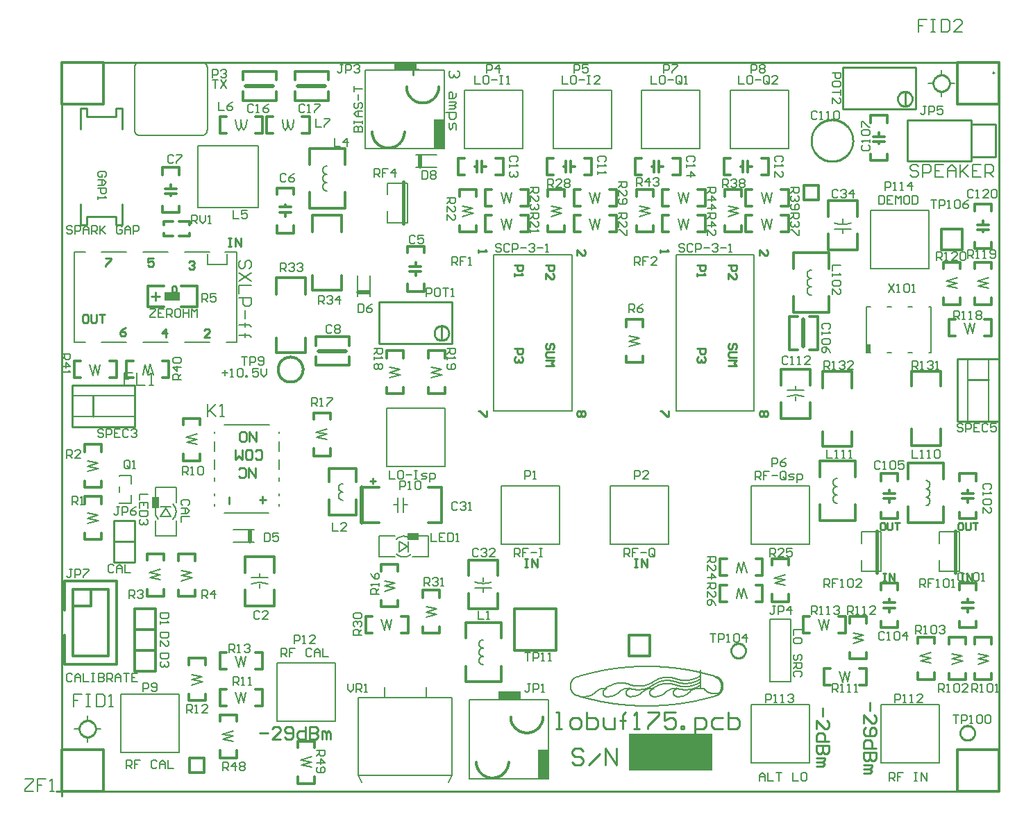
<source format=gto>
*%FSLAX24Y24*%
*%MOIN*%
G01*
%ADD11C,0.0000*%
%ADD12C,0.0050*%
%ADD13C,0.0060*%
%ADD14C,0.0070*%
%ADD15C,0.0073*%
%ADD16C,0.0079*%
%ADD17C,0.0080*%
%ADD18C,0.0098*%
%ADD19C,0.0100*%
%ADD20C,0.0120*%
%ADD21C,0.0160*%
%ADD22C,0.0160*%
%ADD23C,0.0197*%
%ADD24C,0.0200*%
%ADD25C,0.0200*%
%ADD26C,0.0240*%
%ADD27C,0.0250*%
%ADD28C,0.0280*%
%ADD29C,0.0300*%
%ADD30C,0.0300*%
%ADD31C,0.0320*%
%ADD32C,0.0340*%
%ADD33C,0.0360*%
%ADD34C,0.0380*%
%ADD35C,0.0394*%
%ADD36C,0.0397*%
%ADD37C,0.0400*%
%ADD38C,0.0400*%
%ADD39C,0.0434*%
%ADD40C,0.0480*%
%ADD41C,0.0500*%
%ADD42C,0.0500*%
%ADD43C,0.0520*%
%ADD44C,0.0540*%
%ADD45C,0.0560*%
%ADD46C,0.0580*%
%ADD47C,0.0600*%
%ADD48C,0.0600*%
%ADD49C,0.0620*%
%ADD50C,0.0640*%
%ADD51C,0.0650*%
%ADD52C,0.0660*%
%ADD53C,0.0670*%
%ADD54C,0.0680*%
%ADD55C,0.0700*%
%ADD56C,0.0720*%
%ADD57C,0.0740*%
%ADD58C,0.0750*%
%ADD59C,0.0760*%
%ADD60C,0.0800*%
%ADD61C,0.0827*%
%ADD62C,0.0840*%
%ADD63C,0.0850*%
%ADD64C,0.0870*%
%ADD65C,0.0900*%
%ADD66C,0.1000*%
%ADD67C,0.1040*%
%ADD68C,0.1417*%
%ADD69C,0.1417*%
%ADD70C,0.1500*%
%ADD71C,0.1540*%
%ADD72C,0.2417*%
%ADD73C,0.2417*%
%ADD74R,0.0200X0.0200*%
%ADD75R,0.0200X0.0400*%
%ADD76R,0.0250X0.0300*%
%ADD77R,0.0300X0.0300*%
%ADD78R,0.0350X0.0550*%
%ADD79R,0.0350X0.0800*%
%ADD80R,0.0360X0.1300*%
%ADD81R,0.0400X0.0400*%
%ADD82R,0.0400X0.0500*%
%ADD83R,0.0400X0.1350*%
%ADD84R,0.0400X0.2700*%
%ADD85R,0.0420X0.0850*%
%ADD86R,0.0440X0.0540*%
%ADD87R,0.0440X0.1390*%
%ADD88R,0.0460X0.0890*%
%ADD89R,0.0500X0.0200*%
%ADD90R,0.0500X0.0400*%
%ADD91R,0.0500X0.0500*%
%ADD92R,0.0500X0.0500*%
%ADD93R,0.0500X0.0850*%
%ADD94R,0.0500X0.2800*%
%ADD95R,0.0540X0.0440*%
%ADD96R,0.0540X0.0890*%
%ADD97R,0.0540X0.1140*%
%ADD98R,0.0540X0.2840*%
%ADD99R,0.0550X0.0350*%
%ADD100R,0.0551X0.0394*%
%ADD101R,0.0551X0.1417*%
%ADD102R,0.0560X0.0320*%
%ADD103R,0.0591X0.0434*%
%ADD104R,0.0600X0.0280*%
%ADD105R,0.0600X0.0300*%
%ADD106R,0.0600X0.0360*%
%ADD107R,0.0600X0.0600*%
%ADD108R,0.0600X0.0600*%
%ADD109R,0.0600X0.0700*%
%ADD110R,0.0600X0.0900*%
%ADD111R,0.0600X0.1200*%
%ADD112R,0.0620X0.0620*%
%ADD113R,0.0640X0.0320*%
%ADD114R,0.0640X0.0340*%
%ADD115R,0.0640X0.0400*%
%ADD116R,0.0640X0.0640*%
%ADD117R,0.0640X0.0740*%
%ADD118R,0.0640X0.1240*%
%ADD119R,0.0650X0.0200*%
%ADD120R,0.0650X0.0300*%
%ADD121R,0.0650X0.0550*%
%ADD122R,0.0660X0.0660*%
%ADD123R,0.0700X0.0300*%
%ADD124R,0.0700X0.0340*%
%ADD125R,0.0700X0.0350*%
%ADD126R,0.0700X0.0600*%
%ADD127R,0.0700X0.0700*%
%ADD128R,0.0700X0.0700*%
%ADD129R,0.0700X0.1000*%
%ADD130R,0.0709X0.0394*%
%ADD131R,0.0740X0.0640*%
%ADD132R,0.0740X0.0740*%
%ADD133R,0.0740X0.1040*%
%ADD134R,0.0749X0.0434*%
%ADD135R,0.0750X0.0300*%
%ADD136R,0.0750X0.0400*%
%ADD137R,0.0750X0.0550*%
%ADD138R,0.0750X0.0800*%
%ADD139R,0.0760X0.0760*%
%ADD140R,0.0800X0.0350*%
%ADD141R,0.0800X0.0550*%
%ADD142R,0.0800X0.3400*%
%ADD143R,0.0827X0.0394*%
%ADD144R,0.0827X0.0591*%
%ADD145R,0.0867X0.0434*%
%ADD146R,0.0867X0.0631*%
%ADD147R,0.0900X0.0900*%
%ADD148R,0.0900X0.3500*%
%ADD149R,0.0940X0.3540*%
%ADD150R,0.0950X0.1200*%
%ADD151R,0.0960X0.0540*%
%ADD152R,0.0960X0.1220*%
%ADD153R,0.0984X0.1260*%
%ADD154R,0.1000X0.0600*%
%ADD155R,0.1000X0.0800*%
%ADD156R,0.1000X0.1000*%
%ADD157R,0.1000X0.1000*%
%ADD158R,0.1000X0.1200*%
%ADD159R,0.1000X0.1250*%
%ADD160R,0.1040X0.0640*%
%ADD161R,0.1040X0.0840*%
%ADD162R,0.1040X0.1040*%
%ADD163R,0.1040X0.1290*%
%ADD164R,0.1102X0.0394*%
%ADD165R,0.1200X0.0600*%
%ADD166R,0.1200X0.1200*%
%ADD167R,0.1250X0.0600*%
%ADD168R,0.1250X0.0800*%
%ADD169R,0.1250X0.1250*%
%ADD170R,0.1260X0.0591*%
%ADD171R,0.1290X0.0640*%
%ADD172R,0.1300X0.0631*%
%ADD173R,0.1300X0.0360*%
%ADD174R,0.1350X0.0400*%
%ADD175R,0.1390X0.0440*%
%ADD176R,0.1500X0.1000*%
%ADD177R,0.1500X0.1500*%
%ADD178R,0.1540X0.1040*%
%ADD179R,0.1540X0.1540*%
%ADD180R,0.1600X0.0200*%
%ADD181R,0.1600X0.2400*%
%ADD182R,0.1700X0.1700*%
%ADD183R,0.1900X0.1900*%
%ADD184R,0.2000X0.2000*%
%ADD185R,0.2100X0.2100*%
%ADD186R,0.2200X0.2200*%
%ADD187R,0.2300X0.2300*%
%ADD188R,0.2500X0.0500*%
%ADD189R,0.2750X0.0500*%
%ADD190R,0.3000X0.3000*%
%ADD191R,0.3300X0.2750*%
%ADD192R,0.3340X0.2790*%
%ADD193R,0.3700X0.3700*%
%ADD194R,0.4250X0.0750*%
%ADD195R,0.4290X0.0790*%
D12*
X70440Y40770D02*
Y41320D01*
Y42120D02*
Y42670D01*
X70740D01*
Y40770D02*
X70440D01*
X66690D02*
Y41320D01*
Y42120D02*
Y42670D01*
X66990D01*
Y40770D02*
X66690D01*
X55587Y35344D02*
X55555Y35355D01*
X55523Y35366D01*
X55490Y35375D01*
X55458Y35384D01*
X55425Y35391D01*
X55391Y35398D01*
X55358Y35404D01*
X55324Y35409D01*
X55291Y35413D01*
X55257Y35416D01*
X55223Y35418D01*
X55189Y35419D01*
X55155Y35419D01*
X55121Y35419D01*
X55087Y35417D01*
X55054Y35415D01*
X55020Y35412D01*
X54986Y35407D01*
X54953Y35402D01*
X54919Y35396D01*
X54886Y35389D01*
X54853Y35381D01*
X54820Y35372D01*
X54788Y35363D01*
X54755Y35352D01*
X54724Y35341D01*
X54692Y35329D01*
X54661Y35315D01*
X54630Y35301D01*
X54599Y35287D01*
X54569Y35271D01*
X54539Y35255D01*
X54510Y35237D01*
X54482Y35219D01*
X54453Y35200D01*
X54426Y35181D01*
X55583Y35346D02*
X55615Y35335D01*
X55647Y35324D01*
X55680Y35315D01*
X55712Y35306D01*
X55745Y35299D01*
X55779Y35292D01*
X55812Y35286D01*
X55846Y35281D01*
X55879Y35277D01*
X55913Y35274D01*
X55947Y35272D01*
X55981Y35271D01*
X56015Y35271D01*
X56049Y35271D01*
X56083Y35273D01*
X56116Y35275D01*
X56150Y35278D01*
X56184Y35283D01*
X56217Y35288D01*
X56251Y35294D01*
X56284Y35301D01*
X56317Y35309D01*
X56350Y35318D01*
X56382Y35327D01*
X56415Y35338D01*
X56446Y35349D01*
X56478Y35361D01*
X56509Y35375D01*
X56540Y35389D01*
X56571Y35403D01*
X56601Y35419D01*
X56631Y35435D01*
X56660Y35453D01*
X56688Y35471D01*
X56717Y35490D01*
X56744Y35509D01*
X57349Y35011D02*
X57375Y35036D01*
X57402Y35058D01*
X57432Y35079D01*
X57462Y35097D01*
X57494Y35113D01*
X57527Y35127D01*
X57561Y35139D01*
X57595Y35148D01*
X57630Y35155D01*
X57665Y35159D01*
X57701Y35161D01*
X57737Y35160D01*
X57772Y35157D01*
X57808Y35152D01*
X57842Y35144D01*
X57346Y35020D02*
X57322Y34997D01*
X57298Y34975D01*
X57273Y34953D01*
X57247Y34933D01*
X57221Y34914D01*
X57193Y34895D01*
X57165Y34878D01*
X57137Y34862D01*
X57107Y34847D01*
X57077Y34834D01*
X57047Y34821D01*
X57016Y34810D01*
X56985Y34799D01*
X56953Y34790D01*
X56921Y34783D01*
X56889Y34776D01*
X56856Y34771D01*
X56824Y34767D01*
X56791Y34765D01*
X56758Y34763D01*
X56725Y34763D01*
X56725Y34760D02*
X56692Y34763D01*
X56660Y34771D01*
X56630Y34785D01*
X56603Y34804D01*
X56579Y34828D01*
X56560Y34855D01*
X56546Y34885D01*
X56538Y34917D01*
X56535Y34950D01*
X56538Y34983D01*
X56546Y35015D01*
X56560Y35045D01*
X56579Y35072D01*
X56603Y35096D01*
X56630Y35115D01*
X56660Y35129D01*
X56692Y35137D01*
X56725Y35140D01*
X56717Y35144D02*
X56682Y35152D01*
X56647Y35157D01*
X56612Y35160D01*
X56576Y35161D01*
X56540Y35159D01*
X56505Y35155D01*
X56470Y35148D01*
X56436Y35139D01*
X56402Y35127D01*
X56369Y35113D01*
X56337Y35097D01*
X56307Y35079D01*
X56277Y35058D01*
X56250Y35036D01*
X56224Y35011D01*
X53971Y35020D02*
X53947Y34997D01*
X53923Y34975D01*
X53898Y34953D01*
X53872Y34933D01*
X53846Y34914D01*
X53818Y34895D01*
X53790Y34878D01*
X53762Y34862D01*
X53732Y34847D01*
X53702Y34834D01*
X53672Y34821D01*
X53641Y34810D01*
X53610Y34799D01*
X53578Y34790D01*
X53546Y34783D01*
X53514Y34776D01*
X53481Y34771D01*
X53449Y34767D01*
X53416Y34765D01*
X53383Y34763D01*
X53350Y34763D01*
X53974Y35011D02*
X54000Y35036D01*
X54027Y35058D01*
X54057Y35079D01*
X54087Y35097D01*
X54119Y35113D01*
X54152Y35127D01*
X54186Y35139D01*
X54220Y35148D01*
X54255Y35155D01*
X54290Y35159D01*
X54326Y35161D01*
X54362Y35160D01*
X54397Y35157D01*
X54432Y35152D01*
X54467Y35144D01*
X54480Y35140D02*
X54447Y35137D01*
X54415Y35129D01*
X54385Y35115D01*
X54358Y35096D01*
X54334Y35072D01*
X54315Y35045D01*
X54301Y35015D01*
X54293Y34983D01*
X54290Y34950D01*
X54293Y34917D01*
X54301Y34885D01*
X54315Y34855D01*
X54334Y34828D01*
X54358Y34804D01*
X54385Y34785D01*
X54415Y34771D01*
X54447Y34763D01*
X54480Y34760D01*
X54475Y34763D02*
X54508Y34763D01*
X54541Y34765D01*
X54574Y34767D01*
X54606Y34771D01*
X54639Y34776D01*
X54671Y34783D01*
X54703Y34790D01*
X54735Y34799D01*
X54766Y34810D01*
X54797Y34821D01*
X54827Y34834D01*
X54857Y34847D01*
X54887Y34862D01*
X54915Y34878D01*
X54943Y34895D01*
X54971Y34914D01*
X54997Y34933D01*
X55023Y34953D01*
X55048Y34975D01*
X55072Y34997D01*
X55096Y35020D01*
X55099Y35011D02*
X55125Y35036D01*
X55152Y35058D01*
X55182Y35079D01*
X55212Y35097D01*
X55244Y35113D01*
X55277Y35127D01*
X55311Y35139D01*
X55345Y35148D01*
X55380Y35155D01*
X55415Y35159D01*
X55451Y35161D01*
X55487Y35160D01*
X55522Y35157D01*
X55558Y35152D01*
X55592Y35144D01*
X55605Y34768D02*
X55638Y34768D01*
X55671Y34770D01*
X55704Y34772D01*
X55736Y34776D01*
X55769Y34781D01*
X55801Y34788D01*
X55833Y34795D01*
X55865Y34804D01*
X55896Y34815D01*
X55927Y34826D01*
X55957Y34839D01*
X55987Y34852D01*
X56017Y34867D01*
X56045Y34883D01*
X56073Y34900D01*
X56101Y34919D01*
X56127Y34938D01*
X56153Y34958D01*
X56178Y34980D01*
X56202Y35002D01*
X56226Y35025D01*
X55600Y35140D02*
X55567Y35137D01*
X55535Y35129D01*
X55505Y35115D01*
X55478Y35096D01*
X55454Y35072D01*
X55435Y35045D01*
X55421Y35015D01*
X55413Y34983D01*
X55410Y34950D01*
X55413Y34917D01*
X55421Y34885D01*
X55435Y34855D01*
X55454Y34828D01*
X55478Y34804D01*
X55505Y34785D01*
X55535Y34771D01*
X55567Y34763D01*
X55600Y34760D01*
X57860D02*
X57827Y34763D01*
X57795Y34771D01*
X57765Y34785D01*
X57738Y34804D01*
X57714Y34828D01*
X57695Y34855D01*
X57681Y34885D01*
X57673Y34917D01*
X57670Y34950D01*
X57673Y34983D01*
X57681Y35015D01*
X57695Y35045D01*
X57714Y35072D01*
X57738Y35096D01*
X57765Y35115D01*
X57795Y35129D01*
X57827Y35137D01*
X57860Y35140D01*
X57865Y34763D02*
X57898Y34763D01*
X57931Y34765D01*
X57964Y34767D01*
X57996Y34771D01*
X58029Y34776D01*
X58061Y34783D01*
X58093Y34790D01*
X58125Y34799D01*
X58156Y34810D01*
X58187Y34821D01*
X58217Y34834D01*
X58247Y34847D01*
X58277Y34862D01*
X58305Y34878D01*
X58333Y34895D01*
X58361Y34914D01*
X58387Y34933D01*
X58413Y34953D01*
X58438Y34975D01*
X58462Y34997D01*
X58486Y35020D01*
X59812Y34897D02*
X59838Y34920D01*
X59862Y34944D01*
X59885Y34970D01*
X59905Y34997D01*
X59924Y35026D01*
X59940Y35057D01*
X59954Y35088D01*
X59966Y35120D01*
X59976Y35153D01*
X59983Y35187D01*
X59987Y35221D01*
X59990Y35255D01*
X59990Y35289D01*
X59987Y35324D01*
X59982Y35357D01*
X59975Y35391D01*
X59965Y35424D01*
X59952Y35456D01*
X59938Y35487D01*
X59921Y35517D01*
X59903Y35546D01*
X59882Y35573D01*
X59859Y35599D01*
X59835Y35623D01*
X59809Y35646D01*
X59781Y35666D01*
X59752Y35684D01*
X59722Y35701D01*
X59691Y35715D01*
X59658Y35727D01*
X58974Y35484D02*
X58947Y35465D01*
X58918Y35446D01*
X58890Y35428D01*
X58861Y35410D01*
X58831Y35394D01*
X58801Y35378D01*
X58770Y35364D01*
X58739Y35350D01*
X58708Y35336D01*
X58676Y35324D01*
X58645Y35313D01*
X58612Y35302D01*
X58580Y35293D01*
X58547Y35284D01*
X58514Y35276D01*
X58481Y35269D01*
X58447Y35263D01*
X58414Y35258D01*
X58380Y35253D01*
X58346Y35250D01*
X58313Y35248D01*
X58279Y35246D01*
X58245Y35246D01*
X58211Y35246D01*
X58177Y35247D01*
X58143Y35249D01*
X58109Y35252D01*
X58076Y35256D01*
X58042Y35261D01*
X58009Y35267D01*
X57975Y35274D01*
X57942Y35281D01*
X57910Y35290D01*
X57877Y35299D01*
X57845Y35310D01*
X57813Y35321D01*
Y35471D02*
X57845Y35460D01*
X57877Y35449D01*
X57910Y35440D01*
X57942Y35431D01*
X57975Y35424D01*
X58009Y35417D01*
X58042Y35411D01*
X58076Y35406D01*
X58109Y35402D01*
X58143Y35399D01*
X58177Y35397D01*
X58211Y35396D01*
X58245Y35396D01*
X58279Y35396D01*
X58313Y35398D01*
X58346Y35400D01*
X58380Y35403D01*
X58414Y35408D01*
X58447Y35413D01*
X58481Y35419D01*
X58514Y35426D01*
X58547Y35434D01*
X58580Y35443D01*
X58612Y35452D01*
X58645Y35463D01*
X58676Y35474D01*
X58708Y35486D01*
X58739Y35500D01*
X58770Y35514D01*
X58801Y35528D01*
X58831Y35544D01*
X58861Y35560D01*
X58890Y35578D01*
X58918Y35596D01*
X58947Y35615D01*
X58974Y35634D01*
Y35784D02*
X58947Y35765D01*
X58918Y35746D01*
X58890Y35728D01*
X58861Y35710D01*
X58831Y35694D01*
X58801Y35678D01*
X58770Y35664D01*
X58739Y35650D01*
X58708Y35636D01*
X58676Y35624D01*
X58645Y35613D01*
X58612Y35602D01*
X58580Y35593D01*
X58547Y35584D01*
X58514Y35576D01*
X58481Y35569D01*
X58447Y35563D01*
X58414Y35558D01*
X58380Y35553D01*
X58346Y35550D01*
X58313Y35548D01*
X58279Y35546D01*
X58245Y35546D01*
X58211Y35546D01*
X58177Y35547D01*
X58143Y35549D01*
X58109Y35552D01*
X58076Y35556D01*
X58042Y35561D01*
X58009Y35567D01*
X57975Y35574D01*
X57942Y35581D01*
X57910Y35590D01*
X57877Y35599D01*
X57845Y35610D01*
X57813Y35621D01*
Y35171D02*
X57845Y35160D01*
X57877Y35149D01*
X57910Y35140D01*
X57942Y35131D01*
X57975Y35124D01*
X58009Y35117D01*
X58042Y35111D01*
X58076Y35106D01*
X58109Y35102D01*
X58143Y35099D01*
X58177Y35097D01*
X58211Y35096D01*
X58245Y35096D01*
X58279Y35096D01*
X58313Y35098D01*
X58346Y35100D01*
X58380Y35103D01*
X58414Y35108D01*
X58447Y35113D01*
X58481Y35119D01*
X58514Y35126D01*
X58547Y35134D01*
X58580Y35143D01*
X58612Y35152D01*
X58645Y35163D01*
X58676Y35174D01*
X58708Y35186D01*
X58739Y35200D01*
X58770Y35214D01*
X58801Y35228D01*
X58831Y35244D01*
X58861Y35260D01*
X58890Y35278D01*
X58918Y35296D01*
X58947Y35315D01*
X58974Y35334D01*
X57817Y35319D02*
X57785Y35330D01*
X57753Y35341D01*
X57720Y35350D01*
X57688Y35359D01*
X57655Y35366D01*
X57621Y35373D01*
X57588Y35379D01*
X57554Y35384D01*
X57521Y35388D01*
X57487Y35391D01*
X57453Y35393D01*
X57419Y35394D01*
X57385Y35394D01*
X57351Y35394D01*
X57317Y35392D01*
X57284Y35390D01*
X57250Y35387D01*
X57216Y35382D01*
X57183Y35377D01*
X57149Y35371D01*
X57116Y35364D01*
X57083Y35356D01*
X57050Y35347D01*
X57018Y35338D01*
X56985Y35327D01*
X56954Y35316D01*
X56922Y35304D01*
X56891Y35290D01*
X56860Y35276D01*
X56829Y35262D01*
X56799Y35246D01*
X56769Y35230D01*
X56740Y35212D01*
X56712Y35194D01*
X56683Y35175D01*
X56656Y35156D01*
Y35306D02*
X56683Y35325D01*
X56712Y35344D01*
X56740Y35362D01*
X56769Y35380D01*
X56799Y35396D01*
X56829Y35412D01*
X56860Y35426D01*
X56891Y35440D01*
X56922Y35454D01*
X56954Y35466D01*
X56985Y35477D01*
X57018Y35488D01*
X57050Y35497D01*
X57083Y35506D01*
X57116Y35514D01*
X57149Y35521D01*
X57183Y35527D01*
X57216Y35532D01*
X57250Y35537D01*
X57284Y35540D01*
X57317Y35542D01*
X57351Y35544D01*
X57385Y35544D01*
X57419Y35544D01*
X57453Y35543D01*
X57487Y35541D01*
X57521Y35538D01*
X57554Y35534D01*
X57588Y35529D01*
X57621Y35523D01*
X57655Y35516D01*
X57688Y35509D01*
X57720Y35500D01*
X57753Y35491D01*
X57785Y35480D01*
X57817Y35469D01*
Y35619D02*
X57785Y35630D01*
X57753Y35641D01*
X57720Y35650D01*
X57688Y35659D01*
X57655Y35666D01*
X57621Y35673D01*
X57588Y35679D01*
X57554Y35684D01*
X57521Y35688D01*
X57487Y35691D01*
X57453Y35693D01*
X57419Y35694D01*
X57385Y35694D01*
X57351Y35694D01*
X57317Y35692D01*
X57284Y35690D01*
X57250Y35687D01*
X57216Y35682D01*
X57183Y35677D01*
X57149Y35671D01*
X57116Y35664D01*
X57083Y35656D01*
X57050Y35647D01*
X57018Y35638D01*
X56985Y35627D01*
X56954Y35616D01*
X56922Y35604D01*
X56891Y35590D01*
X56860Y35576D01*
X56829Y35562D01*
X56799Y35546D01*
X56769Y35530D01*
X56740Y35512D01*
X56712Y35494D01*
X56683Y35475D01*
X56656Y35456D01*
X56699Y35334D02*
X56672Y35315D01*
X56643Y35296D01*
X56615Y35278D01*
X56586Y35260D01*
X56556Y35244D01*
X56526Y35228D01*
X56495Y35214D01*
X56464Y35200D01*
X56433Y35186D01*
X56401Y35174D01*
X56370Y35163D01*
X56337Y35152D01*
X56305Y35143D01*
X56272Y35134D01*
X56239Y35126D01*
X56206Y35119D01*
X56172Y35113D01*
X56139Y35108D01*
X56105Y35103D01*
X56071Y35100D01*
X56038Y35098D01*
X56004Y35096D01*
X55970Y35096D01*
X55936Y35096D01*
X55902Y35097D01*
X55868Y35099D01*
X55834Y35102D01*
X55801Y35106D01*
X55767Y35111D01*
X55734Y35117D01*
X55700Y35124D01*
X55667Y35131D01*
X55635Y35140D01*
X55602Y35149D01*
X55570Y35160D01*
X55538Y35171D01*
X59143Y35142D02*
X59164Y35118D01*
X59186Y35094D01*
X59209Y35072D01*
X59233Y35051D01*
X59259Y35031D01*
X59285Y35012D01*
X59313Y34995D01*
X59341Y34979D01*
X59370Y34965D01*
X59399Y34952D01*
X59429Y34941D01*
X59460Y34931D01*
X59491Y34923D01*
X59523Y34916D01*
X59555Y34911D01*
X59587Y34907D01*
X59619Y34905D01*
X59651Y34905D01*
X59683Y34906D01*
X59716Y34909D01*
X59747Y34914D01*
X59779Y34920D01*
X59810Y34928D01*
X59841Y34937D01*
X59872Y34948D01*
X59901Y34961D01*
X59931Y34975D01*
X58820Y35161D02*
X58787Y35160D01*
X58753Y35157D01*
X58720Y35151D01*
X58688Y35144D01*
X58656Y35134D01*
X58624Y35122D01*
X58594Y35108D01*
X58565Y35093D01*
X58536Y35075D01*
X58509Y35055D01*
X58483Y35034D01*
X58459Y35011D01*
X58960Y35145D02*
Y36040D01*
X58815Y35145D02*
X59140D01*
X43940Y57520D02*
Y58070D01*
Y58870D02*
Y59420D01*
X44240D01*
Y57520D02*
X43940D01*
D13*
X50673Y35370D02*
X50807D01*
X50740D02*
X50673D01*
X50740D02*
Y35037D01*
X50673Y34970D01*
X50607D01*
X50540Y35037D01*
X50940Y34970D02*
Y35370D01*
X51140D01*
X51206Y35303D01*
Y35170D01*
X51140Y35103D01*
X50940D01*
X51340Y34970D02*
X51473D01*
X51406D01*
Y35370D01*
X51407D01*
X51406D02*
X51340Y35303D01*
X71540Y40720D02*
X71607Y40653D01*
X71540Y40720D02*
X71407D01*
X71340Y40653D01*
Y40387D01*
X71407Y40320D01*
X71540D01*
X71607Y40387D01*
X71740Y40320D02*
X71873D01*
X71807D01*
Y40720D01*
X71808D01*
X71807D02*
X71740Y40653D01*
X72073D02*
X72140Y40720D01*
X72273D01*
X72340Y40653D01*
Y40387D01*
X72273Y40320D01*
X72140D01*
X72073Y40387D01*
Y40653D01*
X72473Y40320D02*
X72606D01*
X72540D01*
Y40720D01*
X72541D01*
X72540D02*
X72473Y40653D01*
X69490Y40420D02*
Y40020D01*
Y40420D02*
X69690D01*
X69757Y40353D01*
Y40220D01*
X69690Y40153D01*
X69490D01*
X69623D02*
X69757Y40020D01*
X69890Y40420D02*
X70156D01*
X69890D02*
Y40220D01*
X70023D01*
X69890D01*
Y40020D01*
X70290D02*
X70423D01*
X70356D01*
Y40420D01*
X70357D01*
X70356D02*
X70290Y40353D01*
X70623D02*
X70690Y40420D01*
X70823D01*
X70890Y40353D01*
Y40087D01*
X70823Y40020D01*
X70690D01*
X70623Y40087D01*
Y40353D01*
X71023Y40020D02*
X71156D01*
X71089D01*
Y40420D01*
X71090D01*
X71089D02*
X71023Y40353D01*
X72873Y44703D02*
X72940Y44770D01*
Y44903D01*
X72873Y44970D01*
X72607D01*
X72540Y44903D01*
Y44770D01*
X72607Y44703D01*
X72540Y44570D02*
Y44437D01*
Y44503D01*
X72940D01*
X72941D01*
X72940D02*
X72873Y44570D01*
Y44237D02*
X72940Y44170D01*
Y44037D01*
X72873Y43970D01*
X72607D01*
X72540Y44037D01*
Y44170D01*
X72607Y44237D01*
X72873D01*
X72540Y43837D02*
Y43570D01*
Y43837D02*
X72807Y43570D01*
X72873D01*
X72940Y43637D01*
Y43770D01*
X72873Y43837D01*
X69140Y46220D02*
Y46620D01*
Y46220D02*
X69407D01*
X69540D02*
X69673D01*
X69607D01*
Y46620D01*
X69608D01*
X69607D02*
X69540Y46553D01*
X69873Y46220D02*
X70006D01*
X69940D01*
Y46620D01*
X69941D01*
X69940D02*
X69873Y46553D01*
X70206D02*
X70273Y46620D01*
X70406D01*
X70473Y46553D01*
Y46287D01*
X70406Y46220D01*
X70273D01*
X70206Y46287D01*
Y46553D01*
X69140Y50470D02*
Y50870D01*
X69340D01*
X69407Y50803D01*
Y50670D01*
X69340Y50603D01*
X69140D01*
X69273D02*
X69407Y50470D01*
X69540D02*
X69673D01*
X69607D01*
Y50870D01*
X69608D01*
X69607D02*
X69540Y50803D01*
X69873D02*
X69940Y50870D01*
X70073D01*
X70140Y50803D01*
Y50737D01*
X70141D01*
X70140D02*
X70141D01*
X70140D02*
X70141D01*
X70140D02*
X70073Y50670D01*
X70006D01*
X70073D01*
X70140Y50603D01*
Y50537D01*
X70073Y50470D01*
X69940D01*
X69873Y50537D01*
X70273Y50470D02*
X70406D01*
X70340D01*
Y50870D01*
X70341D01*
X70340D02*
X70273Y50803D01*
X71490Y47870D02*
X71557Y47803D01*
X71490Y47870D02*
X71357D01*
X71290Y47803D01*
Y47737D01*
X71357Y47670D01*
X71490D01*
X71557Y47603D01*
Y47537D01*
X71490Y47470D01*
X71357D01*
X71290Y47537D01*
X71690Y47470D02*
Y47870D01*
X71890D01*
X71956Y47803D01*
Y47670D01*
X71890Y47603D01*
X71690D01*
X72090Y47870D02*
X72356D01*
X72090D02*
Y47470D01*
X72356D01*
X72223Y47670D02*
X72090D01*
X72690Y47870D02*
X72756Y47803D01*
X72690Y47870D02*
X72556D01*
X72490Y47803D01*
Y47537D01*
X72556Y47470D01*
X72690D01*
X72756Y47537D01*
X72889Y47870D02*
X73156D01*
X72889D02*
Y47670D01*
X73023Y47737D01*
X73089D01*
X73156Y47670D01*
Y47537D01*
X73089Y47470D01*
X72956D01*
X72889Y47537D01*
X71140Y52870D02*
Y53270D01*
X71340D01*
X71407Y53203D01*
Y53070D01*
X71340Y53003D01*
X71140D01*
X71273D02*
X71407Y52870D01*
X71540D02*
X71673D01*
X71607D01*
Y53270D01*
X71608D01*
X71607D02*
X71540Y53203D01*
X71873Y52870D02*
X72006D01*
X71940D01*
Y53270D01*
X71941D01*
X71940D02*
X71873Y53203D01*
X72206D02*
X72273Y53270D01*
X72406D01*
X72473Y53203D01*
Y53137D01*
X72406Y53070D01*
X72473Y53003D01*
Y52937D01*
X72406Y52870D01*
X72273D01*
X72206Y52937D01*
Y53003D01*
X72273Y53070D01*
X72206Y53137D01*
Y53203D01*
X72273Y53070D02*
X72406D01*
X68257Y54170D02*
X67990Y54570D01*
X68257D02*
X67990Y54170D01*
X68390D02*
X68523D01*
X68457D01*
Y54570D01*
X68458D01*
X68457D02*
X68390Y54503D01*
X68723D02*
X68790Y54570D01*
X68923D01*
X68990Y54503D01*
Y54237D01*
X68923Y54170D01*
X68790D01*
X68723Y54237D01*
Y54503D01*
X69123Y54170D02*
X69256D01*
X69190D01*
Y54570D01*
X69191D01*
X69190D02*
X69123Y54503D01*
X55540Y53620D02*
Y53220D01*
Y53620D02*
X55740D01*
X55807Y53553D01*
Y53420D01*
X55740Y53353D01*
X55540D01*
X55673D02*
X55807Y53220D01*
X56073Y53553D02*
X56206Y53620D01*
X56073Y53553D02*
X55940Y53420D01*
Y53287D01*
X56007Y53220D01*
X56140D01*
X56206Y53287D01*
Y53353D01*
X56140Y53420D01*
X55940D01*
X58207Y56453D02*
X58140Y56520D01*
X58007D01*
X57940Y56453D01*
Y56387D01*
X58007Y56320D01*
X58140D01*
X58207Y56253D01*
Y56187D01*
X58140Y56120D01*
X58007D01*
X57940Y56187D01*
X58540Y56520D02*
X58606Y56453D01*
X58540Y56520D02*
X58407D01*
X58340Y56453D01*
Y56187D01*
X58407Y56120D01*
X58540D01*
X58606Y56187D01*
X58740Y56120D02*
Y56520D01*
X58940D01*
X59006Y56453D01*
Y56320D01*
X58940Y56253D01*
X58740D01*
X59140Y56320D02*
X59406D01*
X59539Y56453D02*
X59606Y56520D01*
X59739D01*
X59806Y56453D01*
Y56387D01*
X59807D01*
X59806D02*
X59807D01*
X59806D02*
X59807D01*
X59806D02*
X59739Y56320D01*
X59673D01*
X59739D01*
X59806Y56253D01*
Y56187D01*
X59739Y56120D01*
X59606D01*
X59539Y56187D01*
X59939Y56320D02*
X60206D01*
X60339Y56120D02*
X60473D01*
X60406D01*
Y56520D01*
X60407D01*
X60406D02*
X60339Y56453D01*
X55790Y55870D02*
Y55470D01*
Y55870D02*
X55990D01*
X56057Y55803D01*
Y55670D01*
X55990Y55603D01*
X55790D01*
X55923D02*
X56057Y55470D01*
X56190Y55870D02*
X56456D01*
X56190D02*
Y55670D01*
X56323D01*
X56190D01*
Y55470D01*
X56590D02*
X56856D01*
X56590D02*
X56856Y55737D01*
Y55803D01*
X56790Y55870D01*
X56656D01*
X56590Y55803D01*
X35807Y64370D02*
X35540D01*
X35673D02*
X35807D01*
X35673D02*
Y63970D01*
X35940Y64370D02*
X36206Y63970D01*
X35940D02*
X36206Y64370D01*
X35540Y64470D02*
Y64870D01*
X35740D01*
X35807Y64803D01*
Y64670D01*
X35740Y64603D01*
X35540D01*
X35940Y64803D02*
X36007Y64870D01*
X36140D01*
X36206Y64803D01*
Y64737D01*
X36207D01*
X36206D02*
X36207D01*
X36206D02*
X36207D01*
X36206D02*
X36140Y64670D01*
X36073D01*
X36140D01*
X36206Y64603D01*
Y64537D01*
X36140Y64470D01*
X36007D01*
X35940Y64537D01*
X28740Y57370D02*
X28807Y57303D01*
X28740Y57370D02*
X28607D01*
X28540Y57303D01*
Y57237D01*
X28607Y57170D01*
X28740D01*
X28807Y57103D01*
Y57037D01*
X28740Y56970D01*
X28607D01*
X28540Y57037D01*
X28940Y56970D02*
Y57370D01*
X29140D01*
X29206Y57303D01*
Y57170D01*
X29140Y57103D01*
X28940D01*
X29340Y56970D02*
Y57237D01*
X29473Y57370D01*
X29606Y57237D01*
Y56970D01*
Y57170D01*
X29340D01*
X29740Y56970D02*
Y57370D01*
X29940D01*
X30006Y57303D01*
Y57170D01*
X29940Y57103D01*
X29740D01*
X29873D02*
X30006Y56970D01*
X30139D02*
Y57370D01*
Y57103D02*
Y56970D01*
Y57103D02*
X30406Y57370D01*
X30206Y57170D01*
X30406Y56970D01*
X31139Y57370D02*
X31206Y57303D01*
X31139Y57370D02*
X31006D01*
X30939Y57303D01*
Y57037D01*
X31006Y56970D01*
X31139D01*
X31206Y57037D01*
Y57170D01*
X31073D01*
X31339Y57237D02*
Y56970D01*
Y57237D02*
X31472Y57370D01*
X31606Y57237D01*
Y56970D01*
Y57170D01*
X31339D01*
X31739Y56970D02*
Y57370D01*
X31939D01*
X32006Y57303D01*
Y57170D01*
X31939Y57103D01*
X31739D01*
X30373Y59703D02*
X30440Y59770D01*
Y59903D01*
X30373Y59970D01*
X30107D01*
X30040Y59903D01*
Y59770D01*
X30107Y59703D01*
X30240D01*
Y59837D01*
X30307Y59570D02*
X30040D01*
X30307D02*
X30440Y59437D01*
X30307Y59304D01*
X30040D01*
X30240D01*
Y59570D01*
X30040Y59170D02*
X30440D01*
Y58970D01*
X30373Y58904D01*
X30240D01*
X30173Y58970D01*
Y59170D01*
X30040Y58770D02*
Y58637D01*
Y58704D01*
X30440D01*
X30441D01*
X30440D02*
X30373Y58770D01*
X41390Y61170D02*
Y61570D01*
Y61170D02*
X41657D01*
X41990D02*
Y61570D01*
X41790Y61370D01*
X42056D01*
X39057Y59803D02*
X38990Y59870D01*
X38857D01*
X38790Y59803D01*
Y59537D01*
X38857Y59470D01*
X38990D01*
X39057Y59537D01*
X39323Y59803D02*
X39456Y59870D01*
X39323Y59803D02*
X39190Y59670D01*
Y59537D01*
X39257Y59470D01*
X39390D01*
X39456Y59537D01*
Y59603D01*
X39390Y59670D01*
X39190D01*
X34090Y45820D02*
Y45420D01*
Y45820D02*
X34290D01*
X34357Y45753D01*
Y45620D01*
X34290Y45553D01*
X34090D01*
X34223D02*
X34357Y45420D01*
X34490D02*
X34623D01*
X34557D01*
Y45820D01*
X34558D01*
X34557D02*
X34490Y45753D01*
X34823D02*
X34890Y45820D01*
X35023D01*
X35090Y45753D01*
Y45487D01*
X35023Y45420D01*
X34890D01*
X34823Y45487D01*
Y45753D01*
X40290Y48720D02*
Y49120D01*
X40490D01*
X40557Y49053D01*
Y48920D01*
X40490Y48853D01*
X40290D01*
X40423D02*
X40557Y48720D01*
X40690D02*
X40823D01*
X40757D01*
Y49120D01*
X40758D01*
X40757D02*
X40690Y49053D01*
X41023Y49120D02*
X41290D01*
Y49053D01*
X41023Y48787D01*
Y48720D01*
X36257Y50320D02*
X35990D01*
X36123Y50187D02*
Y50453D01*
X36390Y50120D02*
X36523D01*
X36457D01*
Y50520D01*
X36458D01*
X36457D02*
X36390Y50453D01*
X36723D02*
X36790Y50520D01*
X36923D01*
X36990Y50453D01*
Y50187D01*
X36923Y50120D01*
X36790D01*
X36723Y50187D01*
Y50453D01*
X37123Y50187D02*
Y50120D01*
Y50187D02*
X37190D01*
Y50120D01*
X37123D01*
X37456Y50520D02*
X37723D01*
X37456D02*
Y50320D01*
X37589Y50387D01*
X37656D01*
X37723Y50320D01*
Y50187D01*
X37656Y50120D01*
X37523D01*
X37456Y50187D01*
X37856Y50253D02*
Y50520D01*
Y50253D02*
X37989Y50120D01*
X38123Y50253D01*
Y50520D01*
X37207Y51070D02*
X36940D01*
X37073D02*
X37207D01*
X37073D02*
Y50670D01*
X37340D02*
Y51070D01*
X37540D01*
X37606Y51003D01*
Y50870D01*
X37540Y50803D01*
X37340D01*
X37740Y50737D02*
X37806Y50670D01*
X37940D01*
X38006Y50737D01*
Y51003D01*
X37940Y51070D01*
X37806D01*
X37740Y51003D01*
Y50937D01*
X37806Y50870D01*
X38006D01*
X38790Y55170D02*
Y55570D01*
X38990D01*
X39057Y55503D01*
Y55370D01*
X38990Y55303D01*
X38790D01*
X38923D02*
X39057Y55170D01*
X39190Y55503D02*
X39257Y55570D01*
X39390D01*
X39456Y55503D01*
Y55437D01*
X39457D01*
X39456D02*
X39457D01*
X39456D02*
X39457D01*
X39456D02*
X39390Y55370D01*
X39323D01*
X39390D01*
X39456Y55303D01*
Y55237D01*
X39390Y55170D01*
X39257D01*
X39190Y55237D01*
X39590Y55503D02*
X39656Y55570D01*
X39790D01*
X39856Y55503D01*
Y55437D01*
X39857D01*
X39856D02*
X39857D01*
X39856D02*
X39857D01*
X39856D02*
X39790Y55370D01*
X39723D01*
X39790D01*
X39856Y55303D01*
Y55237D01*
X39790Y55170D01*
X39656D01*
X39590Y55237D01*
X41190Y52620D02*
X41257Y52553D01*
X41190Y52620D02*
X41057D01*
X40990Y52553D01*
Y52287D01*
X41057Y52220D01*
X41190D01*
X41257Y52287D01*
X41390Y52553D02*
X41457Y52620D01*
X41590D01*
X41656Y52553D01*
Y52487D01*
X41590Y52420D01*
X41656Y52353D01*
Y52287D01*
X41590Y52220D01*
X41457D01*
X41390Y52287D01*
Y52353D01*
X41457Y52420D01*
X41390Y52487D01*
Y52553D01*
X41457Y52420D02*
X41590D01*
X40640Y53620D02*
Y54020D01*
X40840D01*
X40907Y53953D01*
Y53820D01*
X40840Y53753D01*
X40640D01*
X40773D02*
X40907Y53620D01*
X41040Y53953D02*
X41107Y54020D01*
X41240D01*
X41306Y53953D01*
Y53887D01*
X41307D01*
X41306D02*
X41307D01*
X41306D02*
X41307D01*
X41306D02*
X41240Y53820D01*
X41173D01*
X41240D01*
X41306Y53753D01*
Y53687D01*
X41240Y53620D01*
X41107D01*
X41040Y53687D01*
X41640Y53620D02*
Y54020D01*
X41440Y53820D01*
X41706D01*
X42540Y53620D02*
Y53220D01*
X42740D01*
X42807Y53287D01*
Y53553D01*
X42740Y53620D01*
X42540D01*
X43073Y53553D02*
X43206Y53620D01*
X43073Y53553D02*
X42940Y53420D01*
Y53287D01*
X43007Y53220D01*
X43140D01*
X43206Y53287D01*
Y53353D01*
X43140Y53420D01*
X42940D01*
X49340Y56520D02*
X49407Y56453D01*
X49340Y56520D02*
X49207D01*
X49140Y56453D01*
Y56387D01*
X49207Y56320D01*
X49340D01*
X49407Y56253D01*
Y56187D01*
X49340Y56120D01*
X49207D01*
X49140Y56187D01*
X49740Y56520D02*
X49806Y56453D01*
X49740Y56520D02*
X49607D01*
X49540Y56453D01*
Y56187D01*
X49607Y56120D01*
X49740D01*
X49806Y56187D01*
X49940Y56120D02*
Y56520D01*
X50140D01*
X50206Y56453D01*
Y56320D01*
X50140Y56253D01*
X49940D01*
X50340Y56320D02*
X50606D01*
X50739Y56453D02*
X50806Y56520D01*
X50939D01*
X51006Y56453D01*
Y56387D01*
X51007D01*
X51006D02*
X51007D01*
X51006D02*
X51007D01*
X51006D02*
X50939Y56320D01*
X50873D01*
X50939D01*
X51006Y56253D01*
Y56187D01*
X50939Y56120D01*
X50806D01*
X50739Y56187D01*
X51139Y56320D02*
X51406D01*
X51539Y56120D02*
X51673D01*
X51606D01*
Y56520D01*
X51607D01*
X51606D02*
X51539Y56453D01*
X47040Y55870D02*
Y55470D01*
Y55870D02*
X47240D01*
X47307Y55803D01*
Y55670D01*
X47240Y55603D01*
X47040D01*
X47173D02*
X47307Y55470D01*
X47440Y55870D02*
X47706D01*
X47440D02*
Y55670D01*
X47573D01*
X47440D01*
Y55470D01*
X47840D02*
X47973D01*
X47906D01*
Y55870D01*
X47907D01*
X47906D02*
X47840Y55803D01*
X50123Y60453D02*
X50190Y60520D01*
Y60653D01*
X50123Y60720D01*
X49857D01*
X49790Y60653D01*
Y60520D01*
X49857Y60453D01*
X49790Y60320D02*
Y60187D01*
Y60253D01*
X50190D01*
X50191D01*
X50190D02*
X50123Y60320D01*
Y59987D02*
X50190Y59920D01*
Y59787D01*
X50123Y59720D01*
X50057D01*
X50058D01*
X50057D02*
X50058D01*
X50057D02*
X50058D01*
X50057D02*
X49990Y59787D01*
Y59854D01*
Y59787D01*
X49923Y59720D01*
X49857D01*
X49790Y59787D01*
Y59920D01*
X49857Y59987D01*
X50790Y59220D02*
X51190D01*
Y59020D01*
X51123Y58953D01*
X50990D01*
X50923Y59020D01*
Y59220D01*
Y59087D02*
X50790Y58953D01*
Y58820D02*
Y58554D01*
Y58820D02*
X51057Y58554D01*
X51123D01*
X51190Y58620D01*
Y58753D01*
X51123Y58820D01*
Y58420D02*
X51190Y58354D01*
Y58220D01*
X51123Y58154D01*
X51057D01*
X51058D01*
X51057D02*
X51058D01*
X51057D02*
X51058D01*
X51057D02*
X50990Y58220D01*
Y58287D01*
Y58220D01*
X50923Y58154D01*
X50857D01*
X50790Y58220D01*
Y58354D01*
X50857Y58420D01*
X47190Y58720D02*
X46790D01*
X47190D02*
Y58520D01*
X47123Y58453D01*
X46990D01*
X46923Y58520D01*
Y58720D01*
Y58587D02*
X46790Y58453D01*
Y58320D02*
Y58054D01*
Y58320D02*
X47057Y58054D01*
X47123D01*
X47190Y58120D01*
Y58253D01*
X47123Y58320D01*
X46790Y57920D02*
Y57654D01*
Y57920D02*
X47057Y57654D01*
X47123D01*
X47190Y57720D01*
Y57854D01*
X47123Y57920D01*
X50790Y57970D02*
X51190D01*
Y57770D01*
X51123Y57703D01*
X50990D01*
X50923Y57770D01*
Y57970D01*
Y57837D02*
X50790Y57703D01*
Y57570D02*
Y57304D01*
Y57570D02*
X51057Y57304D01*
X51123D01*
X51190Y57370D01*
Y57503D01*
X51123Y57570D01*
X50790Y57170D02*
Y57037D01*
Y57104D01*
X51190D01*
X51191D01*
X51190D02*
X51123Y57170D01*
X51640Y59220D02*
Y59620D01*
X51840D01*
X51907Y59553D01*
Y59420D01*
X51840Y59353D01*
X51640D01*
X51773D02*
X51907Y59220D01*
X52040D02*
X52306D01*
X52040D02*
X52306Y59487D01*
Y59553D01*
X52240Y59620D01*
X52107D01*
X52040Y59553D01*
X52440D02*
X52506Y59620D01*
X52640D01*
X52706Y59553D01*
Y59487D01*
X52640Y59420D01*
X52706Y59353D01*
Y59287D01*
X52640Y59220D01*
X52506D01*
X52440Y59287D01*
Y59353D01*
X52506Y59420D01*
X52440Y59487D01*
Y59553D01*
X52506Y59420D02*
X52640D01*
X55040Y57970D02*
X55440D01*
Y57770D01*
X55373Y57703D01*
X55240D01*
X55173Y57770D01*
Y57970D01*
Y57837D02*
X55040Y57703D01*
Y57570D02*
Y57304D01*
Y57570D02*
X55307Y57304D01*
X55373D01*
X55440Y57370D01*
Y57503D01*
X55373Y57570D01*
X55440Y57170D02*
Y56904D01*
X55373D01*
X55107Y57170D01*
X55040D01*
Y59470D02*
X55440D01*
Y59270D01*
X55373Y59203D01*
X55240D01*
X55173Y59270D01*
Y59470D01*
Y59337D02*
X55040Y59203D01*
Y59070D02*
Y58804D01*
Y59070D02*
X55307Y58804D01*
X55373D01*
X55440Y58870D01*
Y59003D01*
X55373Y59070D01*
X55107Y58670D02*
X55040Y58604D01*
Y58470D01*
X55107Y58404D01*
X55373D01*
X55440Y58470D01*
Y58604D01*
X55373Y58670D01*
X55307D01*
X55240Y58604D01*
Y58404D01*
X54373Y60453D02*
X54440Y60520D01*
Y60653D01*
X54373Y60720D01*
X54107D01*
X54040Y60653D01*
Y60520D01*
X54107Y60453D01*
X54040Y60320D02*
Y60187D01*
Y60253D01*
X54440D01*
X54441D01*
X54440D02*
X54373Y60320D01*
X54040Y59987D02*
Y59854D01*
Y59920D01*
X54440D01*
X54441D01*
X54440D02*
X54373Y59987D01*
X62873Y60453D02*
X62940Y60520D01*
Y60653D01*
X62873Y60720D01*
X62607D01*
X62540Y60653D01*
Y60520D01*
X62607Y60453D01*
X62540Y60320D02*
Y60187D01*
Y60253D01*
X62940D01*
X62941D01*
X62940D02*
X62873Y60320D01*
X62540Y59987D02*
Y59720D01*
Y59987D02*
X62807Y59720D01*
X62873D01*
X62940Y59787D01*
Y59920D01*
X62873Y59987D01*
X58690Y60520D02*
X58623Y60453D01*
X58690Y60520D02*
Y60653D01*
X58623Y60720D01*
X58357D01*
X58290Y60653D01*
Y60520D01*
X58357Y60453D01*
X58290Y60320D02*
Y60187D01*
Y60253D01*
X58690D01*
X58691D01*
X58690D02*
X58623Y60320D01*
X58690Y59787D02*
X58290D01*
X58490Y59987D02*
X58690Y59787D01*
X58490Y59720D02*
Y59987D01*
X59290Y59220D02*
X59690D01*
Y59020D01*
X59623Y58953D01*
X59490D01*
X59423Y59020D01*
Y59220D01*
Y59087D02*
X59290Y58953D01*
Y58620D02*
X59690D01*
X59490Y58820D01*
Y58554D01*
X59290Y58220D02*
X59690D01*
X59490Y58420D01*
Y58154D01*
X55890Y59270D02*
Y59670D01*
X56090D01*
X56157Y59603D01*
Y59470D01*
X56090Y59403D01*
X55890D01*
X56023D02*
X56157Y59270D01*
X56490D02*
Y59670D01*
X56290Y59470D01*
X56556D01*
X56690Y59603D02*
X56756Y59670D01*
X56890D01*
X56956Y59603D01*
Y59537D01*
X56957D01*
X56956D02*
X56957D01*
X56956D02*
X56957D01*
X56956D02*
X56890Y59470D01*
X56823D01*
X56890D01*
X56956Y59403D01*
Y59337D01*
X56890Y59270D01*
X56756D01*
X56690Y59337D01*
X59290Y57970D02*
X59690D01*
Y57770D01*
X59623Y57703D01*
X59490D01*
X59423Y57770D01*
Y57970D01*
Y57837D02*
X59290Y57703D01*
Y57370D02*
X59690D01*
X59490Y57570D01*
Y57304D01*
X59290Y57170D02*
Y56904D01*
Y57170D02*
X59557Y56904D01*
X59623D01*
X59690Y56970D01*
Y57104D01*
X59623Y57170D01*
X60040Y59220D02*
Y59620D01*
X60240D01*
X60307Y59553D01*
Y59420D01*
X60240Y59353D01*
X60040D01*
X60173D02*
X60307Y59220D01*
X60440Y59553D02*
X60507Y59620D01*
X60640D01*
X60706Y59553D01*
Y59487D01*
X60707D01*
X60706D02*
X60707D01*
X60706D02*
X60707D01*
X60706D02*
X60640Y59420D01*
X60573D01*
X60640D01*
X60706Y59353D01*
Y59287D01*
X60640Y59220D01*
X60507D01*
X60440Y59287D01*
X60840Y59553D02*
X60906Y59620D01*
X61040D01*
X61106Y59553D01*
Y59487D01*
X61040Y59420D01*
X61106Y59353D01*
Y59287D01*
X61040Y59220D01*
X60906D01*
X60840Y59287D01*
Y59353D01*
X60906Y59420D01*
X60840Y59487D01*
Y59553D01*
X60906Y59420D02*
X61040D01*
X63290Y57970D02*
X63690D01*
Y57770D01*
X63623Y57703D01*
X63490D01*
X63423Y57770D01*
Y57970D01*
Y57837D02*
X63290Y57703D01*
X63623Y57570D02*
X63690Y57503D01*
Y57370D01*
X63623Y57304D01*
X63557D01*
X63558D01*
X63557D02*
X63558D01*
X63557D02*
X63558D01*
X63557D02*
X63490Y57370D01*
Y57437D01*
Y57370D01*
X63423Y57304D01*
X63357D01*
X63290Y57370D01*
Y57503D01*
X63357Y57570D01*
X63690Y57170D02*
Y56904D01*
X63623D01*
X63357Y57170D01*
X63290D01*
Y59220D02*
X63690D01*
Y59020D01*
X63623Y58953D01*
X63490D01*
X63423Y59020D01*
Y59220D01*
Y59087D02*
X63290Y58953D01*
X63623Y58820D02*
X63690Y58753D01*
Y58620D01*
X63623Y58554D01*
X63557D01*
X63558D01*
X63557D02*
X63558D01*
X63557D02*
X63558D01*
X63557D02*
X63490Y58620D01*
Y58687D01*
Y58620D01*
X63423Y58554D01*
X63357D01*
X63290Y58620D01*
Y58753D01*
X63357Y58820D01*
Y58420D02*
X63290Y58354D01*
Y58220D01*
X63357Y58154D01*
X63623D01*
X63690Y58220D01*
Y58354D01*
X63623Y58420D01*
X63557D01*
X63490Y58354D01*
Y58154D01*
X64557Y62803D02*
X64490Y62870D01*
X64357D01*
X64290Y62803D01*
Y62537D01*
X64357Y62470D01*
X64490D01*
X64557Y62537D01*
X64690Y62470D02*
X64823D01*
X64757D01*
Y62870D01*
X64758D01*
X64757D02*
X64690Y62803D01*
X65023Y62470D02*
X65156D01*
X65090D01*
Y62870D01*
X65091D01*
X65090D02*
X65023Y62803D01*
X65356D02*
X65423Y62870D01*
X65556D01*
X65623Y62803D01*
Y62537D01*
X65556Y62470D01*
X65423D01*
X65356Y62537D01*
Y62803D01*
X66757Y61237D02*
X66690Y61170D01*
Y61037D01*
X66757Y60970D01*
X67023D01*
X67090Y61037D01*
Y61170D01*
X67023Y61237D01*
X67090Y61370D02*
Y61503D01*
Y61437D01*
X66690D01*
X66691D01*
X66690D02*
X66757Y61370D01*
Y61703D02*
X66690Y61770D01*
Y61903D01*
X66757Y61970D01*
X67023D01*
X67090Y61903D01*
Y61770D01*
X67023Y61703D01*
X66757D01*
X66690Y62103D02*
Y62370D01*
X66757D01*
X67023Y62103D01*
X67090D01*
X65690Y64720D02*
X65290D01*
X65690D02*
Y64520D01*
X65623Y64453D01*
X65490D01*
X65423Y64520D01*
Y64720D01*
X65690Y64253D02*
Y64120D01*
Y64253D02*
X65623Y64320D01*
X65357D01*
X65290Y64253D01*
Y64120D01*
X65357Y64054D01*
X65623D01*
X65690Y64120D01*
Y63920D02*
Y63654D01*
Y63787D01*
X65290D01*
Y63520D02*
Y63254D01*
Y63520D02*
X65557Y63254D01*
X65623D01*
X65690Y63320D01*
Y63454D01*
X65623Y63520D01*
X69440Y67270D02*
X69840D01*
X69440D02*
Y66970D01*
X69640D01*
X69440D01*
Y66670D01*
X70040Y67270D02*
X70240D01*
X70140D01*
Y66670D01*
X70040D01*
X70240D01*
X70540D02*
Y67270D01*
Y66670D02*
X70840D01*
X70940Y66770D01*
Y67170D01*
X70840Y67270D01*
X70540D01*
X71139Y66670D02*
X71539D01*
X71139D02*
X71539Y67070D01*
Y67170D01*
X71439Y67270D01*
X71239D01*
X71139Y67170D01*
X69340Y60320D02*
X69440Y60220D01*
X69340Y60320D02*
X69140D01*
X69040Y60220D01*
Y60120D01*
X69140Y60020D01*
X69340D01*
X69440Y59920D01*
Y59820D01*
X69340Y59720D01*
X69140D01*
X69040Y59820D01*
X69640Y59720D02*
Y60320D01*
X69940D01*
X70040Y60220D01*
Y60020D01*
X69940Y59920D01*
X69640D01*
X70240Y60320D02*
X70639D01*
X70240D02*
Y59720D01*
X70639D01*
X70440Y60020D02*
X70240D01*
X70839Y60120D02*
Y59720D01*
Y60120D02*
X71039Y60320D01*
X71239Y60120D01*
Y59720D01*
Y60020D01*
X70839D01*
X71439Y60320D02*
Y59720D01*
Y59920D01*
X71839Y60320D01*
X71539Y60020D01*
X71839Y59720D01*
X72039Y60320D02*
X72439D01*
X72039D02*
Y59720D01*
X72439D01*
X72239Y60020D02*
X72039D01*
X72639Y59720D02*
Y60320D01*
X72939D01*
X73039Y60220D01*
Y60020D01*
X72939Y59920D01*
X72639D01*
X72839D02*
X73039Y59720D01*
X69807Y63120D02*
X69673D01*
X69740D01*
Y62787D01*
X69673Y62720D01*
X69607D01*
X69540Y62787D01*
X69940Y62720D02*
Y63120D01*
X70140D01*
X70206Y63053D01*
Y62920D01*
X70140Y62853D01*
X69940D01*
X70340Y63120D02*
X70606D01*
X70340D02*
Y62920D01*
X70473Y62987D01*
X70540D01*
X70606Y62920D01*
Y62787D01*
X70540Y62720D01*
X70406D01*
X70340Y62787D01*
X71990Y59120D02*
X72057Y59053D01*
X71990Y59120D02*
X71857D01*
X71790Y59053D01*
Y58787D01*
X71857Y58720D01*
X71990D01*
X72057Y58787D01*
X72190Y58720D02*
X72323D01*
X72257D01*
Y59120D01*
X72258D01*
X72257D02*
X72190Y59053D01*
X72523Y58720D02*
X72790D01*
X72523D02*
X72790Y58987D01*
Y59053D01*
X72723Y59120D01*
X72590D01*
X72523Y59053D01*
X72923D02*
X72990Y59120D01*
X73123D01*
X73190Y59053D01*
Y58787D01*
X73123Y58720D01*
X72990D01*
X72923Y58787D01*
Y59053D01*
X71790Y56220D02*
Y55820D01*
Y56220D02*
X71990D01*
X72057Y56153D01*
Y56020D01*
X71990Y55953D01*
X71790D01*
X71923D02*
X72057Y55820D01*
X72190D02*
X72323D01*
X72257D01*
Y56220D01*
X72258D01*
X72257D02*
X72190Y56153D01*
X72523Y55820D02*
X72656D01*
X72590D01*
Y56220D01*
X72591D01*
X72590D02*
X72523Y56153D01*
X72856Y55887D02*
X72923Y55820D01*
X73056D01*
X73123Y55887D01*
Y56153D01*
X73056Y56220D01*
X72923D01*
X72856Y56153D01*
Y56087D01*
X72923Y56020D01*
X73123D01*
X70290Y56120D02*
Y55720D01*
Y56120D02*
X70490D01*
X70557Y56053D01*
Y55920D01*
X70490Y55853D01*
X70290D01*
X70423D02*
X70557Y55720D01*
X70690D02*
X70823D01*
X70757D01*
Y56120D01*
X70758D01*
X70757D02*
X70690Y56053D01*
X71023Y55720D02*
X71290D01*
X71023D02*
X71290Y55987D01*
Y56053D01*
X71223Y56120D01*
X71090D01*
X71023Y56053D01*
X71423D02*
X71490Y56120D01*
X71623D01*
X71690Y56053D01*
Y55787D01*
X71623Y55720D01*
X71490D01*
X71423Y55787D01*
Y56053D01*
X70307Y58620D02*
X70040D01*
X70173D02*
X70307D01*
X70173D02*
Y58220D01*
X70440D02*
Y58620D01*
X70640D01*
X70706Y58553D01*
Y58420D01*
X70640Y58353D01*
X70440D01*
X70840Y58220D02*
X70973D01*
X70906D01*
Y58620D01*
X70907D01*
X70906D02*
X70840Y58553D01*
X71173D02*
X71240Y58620D01*
X71373D01*
X71440Y58553D01*
Y58287D01*
X71373Y58220D01*
X71240D01*
X71173Y58287D01*
Y58553D01*
X71706D02*
X71839Y58620D01*
X71706Y58553D02*
X71573Y58420D01*
Y58287D01*
X71639Y58220D01*
X71773D01*
X71839Y58287D01*
Y58353D01*
X71773Y58420D01*
X71573D01*
X65557Y59053D02*
X65490Y59120D01*
X65357D01*
X65290Y59053D01*
Y58787D01*
X65357Y58720D01*
X65490D01*
X65557Y58787D01*
X65690Y59053D02*
X65757Y59120D01*
X65890D01*
X65956Y59053D01*
Y58987D01*
X65957D01*
X65956D02*
X65957D01*
X65956D02*
X65957D01*
X65956D02*
X65890Y58920D01*
X65823D01*
X65890D01*
X65956Y58853D01*
Y58787D01*
X65890Y58720D01*
X65757D01*
X65690Y58787D01*
X66290Y58720D02*
Y59120D01*
X66090Y58920D01*
X66356D01*
X65690Y55470D02*
X65290D01*
Y55203D01*
Y55070D02*
Y54937D01*
Y55003D01*
X65690D01*
X65691D01*
X65690D02*
X65623Y55070D01*
Y54737D02*
X65690Y54670D01*
Y54537D01*
X65623Y54470D01*
X65357D01*
X65290Y54537D01*
Y54670D01*
X65357Y54737D01*
X65623D01*
X65290Y54337D02*
Y54070D01*
Y54337D02*
X65557Y54070D01*
X65623D01*
X65690Y54137D01*
Y54270D01*
X65623Y54337D01*
X65190Y52470D02*
X65123Y52403D01*
X65190Y52470D02*
Y52603D01*
X65123Y52670D01*
X64857D01*
X64790Y52603D01*
Y52470D01*
X64857Y52403D01*
X64790Y52270D02*
Y52137D01*
Y52203D01*
X65190D01*
X65191D01*
X65190D02*
X65123Y52270D01*
Y51937D02*
X65190Y51870D01*
Y51737D01*
X65123Y51670D01*
X64857D01*
X64790Y51737D01*
Y51870D01*
X64857Y51937D01*
X65123D01*
Y51404D02*
X65190Y51270D01*
X65123Y51404D02*
X64990Y51537D01*
X64857D01*
X64790Y51470D01*
Y51337D01*
X64857Y51270D01*
X64923D01*
X64990Y51337D01*
Y51537D01*
X63157Y51053D02*
X63090Y51120D01*
X62957D01*
X62890Y51053D01*
Y50787D01*
X62957Y50720D01*
X63090D01*
X63157Y50787D01*
X63290Y50720D02*
X63423D01*
X63357D01*
Y51120D01*
X63358D01*
X63357D02*
X63290Y51053D01*
X63623Y50720D02*
X63756D01*
X63690D01*
Y51120D01*
X63691D01*
X63690D02*
X63623Y51053D01*
X63956Y50720D02*
X64223D01*
X63956D02*
X64223Y50987D01*
Y51053D01*
X64156Y51120D01*
X64023D01*
X63956Y51053D01*
X64890Y50870D02*
Y50470D01*
Y50870D02*
X65090D01*
X65157Y50803D01*
Y50670D01*
X65090Y50603D01*
X64890D01*
X65023D02*
X65157Y50470D01*
X65290D02*
X65423D01*
X65357D01*
Y50870D01*
X65358D01*
X65357D02*
X65290Y50803D01*
X65623D02*
X65690Y50870D01*
X65823D01*
X65890Y50803D01*
Y50737D01*
X65891D01*
X65890D02*
X65891D01*
X65890D02*
X65891D01*
X65890D02*
X65823Y50670D01*
X65756D01*
X65823D01*
X65890Y50603D01*
Y50537D01*
X65823Y50470D01*
X65690D01*
X65623Y50537D01*
X66023Y50470D02*
X66290D01*
X66023D02*
X66290Y50737D01*
Y50803D01*
X66223Y50870D01*
X66090D01*
X66023Y50803D01*
X59690Y40220D02*
X59290D01*
X59690D02*
Y40020D01*
X59623Y39953D01*
X59490D01*
X59423Y40020D01*
Y40220D01*
Y40087D02*
X59290Y39953D01*
Y39820D02*
Y39554D01*
Y39820D02*
X59557Y39554D01*
X59623D01*
X59690Y39620D01*
Y39753D01*
X59623Y39820D01*
Y39287D02*
X59690Y39154D01*
X59623Y39287D02*
X59490Y39420D01*
X59357D01*
X59290Y39354D01*
Y39220D01*
X59357Y39154D01*
X59423D01*
X59490Y39220D01*
Y39420D01*
X59290Y41470D02*
X59690D01*
Y41270D01*
X59623Y41203D01*
X59490D01*
X59423Y41270D01*
Y41470D01*
Y41337D02*
X59290Y41203D01*
Y41070D02*
Y40804D01*
Y41070D02*
X59557Y40804D01*
X59623D01*
X59690Y40870D01*
Y41003D01*
X59623Y41070D01*
X59690Y40470D02*
X59290D01*
X59490Y40670D02*
X59690Y40470D01*
X59490Y40404D02*
Y40670D01*
X62290Y41470D02*
Y41870D01*
X62490D01*
X62557Y41803D01*
Y41670D01*
X62490Y41603D01*
X62290D01*
X62423D02*
X62557Y41470D01*
X62690D02*
X62956D01*
X62690D02*
X62956Y41737D01*
Y41803D01*
X62890Y41870D01*
X62757D01*
X62690Y41803D01*
X63090Y41870D02*
X63356D01*
X63090D02*
Y41670D01*
X63223Y41737D01*
X63290D01*
X63356Y41670D01*
Y41537D01*
X63290Y41470D01*
X63156D01*
X63090Y41537D01*
X65040Y46220D02*
Y46620D01*
Y46220D02*
X65307D01*
X65440D02*
X65573D01*
X65507D01*
Y46620D01*
X65508D01*
X65507D02*
X65440Y46553D01*
X65773Y46220D02*
X65906D01*
X65840D01*
Y46620D01*
X65841D01*
X65840D02*
X65773Y46553D01*
X66106Y46220D02*
X66240D01*
X66173D01*
Y46620D01*
X66174D01*
X66173D02*
X66106Y46553D01*
X67540Y46070D02*
X67607Y46003D01*
X67540Y46070D02*
X67407D01*
X67340Y46003D01*
Y45737D01*
X67407Y45670D01*
X67540D01*
X67607Y45737D01*
X67740Y45670D02*
X67873D01*
X67807D01*
Y46070D01*
X67808D01*
X67807D02*
X67740Y46003D01*
X68073D02*
X68140Y46070D01*
X68273D01*
X68340Y46003D01*
Y45737D01*
X68273Y45670D01*
X68140D01*
X68073Y45737D01*
Y46003D01*
X68473Y46070D02*
X68740D01*
X68473D02*
Y45870D01*
X68606Y45937D01*
X68673D01*
X68740Y45870D01*
Y45737D01*
X68673Y45670D01*
X68540D01*
X68473Y45737D01*
X64890Y40420D02*
Y40020D01*
Y40420D02*
X65090D01*
X65157Y40353D01*
Y40220D01*
X65090Y40153D01*
X64890D01*
X65023D02*
X65157Y40020D01*
X65290Y40420D02*
X65556D01*
X65290D02*
Y40220D01*
X65423D01*
X65290D01*
Y40020D01*
X65690D02*
X65823D01*
X65756D01*
Y40420D01*
X65757D01*
X65756D02*
X65690Y40353D01*
X66023D02*
X66090Y40420D01*
X66223D01*
X66290Y40353D01*
Y40087D01*
X66223Y40020D01*
X66090D01*
X66023Y40087D01*
Y40353D01*
X66423Y40020D02*
X66689D01*
X66423D02*
X66689Y40287D01*
Y40353D01*
X66623Y40420D01*
X66489D01*
X66423Y40353D01*
X67740Y37870D02*
X67807Y37803D01*
X67740Y37870D02*
X67607D01*
X67540Y37803D01*
Y37537D01*
X67607Y37470D01*
X67740D01*
X67807Y37537D01*
X67940Y37470D02*
X68073D01*
X68007D01*
Y37870D01*
X68008D01*
X68007D02*
X67940Y37803D01*
X68273D02*
X68340Y37870D01*
X68473D01*
X68540Y37803D01*
Y37537D01*
X68473Y37470D01*
X68340D01*
X68273Y37537D01*
Y37803D01*
X68873Y37870D02*
Y37470D01*
X68673Y37670D02*
X68873Y37870D01*
X68940Y37670D02*
X68673D01*
X69290Y37770D02*
Y38170D01*
X69490D01*
X69557Y38103D01*
Y37970D01*
X69490Y37903D01*
X69290D01*
X69423D02*
X69557Y37770D01*
X69690D02*
X69823D01*
X69757D01*
Y38170D01*
X69758D01*
X69757D02*
X69690Y38103D01*
X70023D02*
X70090Y38170D01*
X70223D01*
X70290Y38103D01*
Y37837D01*
X70223Y37770D01*
X70090D01*
X70023Y37837D01*
Y38103D01*
X70423D02*
X70490Y38170D01*
X70623D01*
X70690Y38103D01*
Y38037D01*
X70691D01*
X70690D02*
X70691D01*
X70690D02*
X70691D01*
X70690D02*
X70623Y37970D01*
X70556D01*
X70623D01*
X70690Y37903D01*
Y37837D01*
X70623Y37770D01*
X70490D01*
X70423Y37837D01*
X70390Y35370D02*
Y34970D01*
Y35370D02*
X70590D01*
X70657Y35303D01*
Y35170D01*
X70590Y35103D01*
X70390D01*
X70523D02*
X70657Y34970D01*
X70790D02*
X70923D01*
X70857D01*
Y35370D01*
X70858D01*
X70857D02*
X70790Y35303D01*
X71123D02*
X71190Y35370D01*
X71323D01*
X71390Y35303D01*
Y35037D01*
X71323Y34970D01*
X71190D01*
X71123Y35037D01*
Y35303D01*
X71523Y34970D02*
X71790D01*
X71523D02*
X71790Y35237D01*
Y35303D01*
X71723Y35370D01*
X71590D01*
X71523Y35303D01*
X71990Y35370D02*
Y34970D01*
Y35370D02*
X72190D01*
X72257Y35303D01*
Y35170D01*
X72190Y35103D01*
X71990D01*
X72123D02*
X72257Y34970D01*
X72390D02*
X72523D01*
X72457D01*
Y35370D01*
X72458D01*
X72457D02*
X72390Y35303D01*
X72723D02*
X72790Y35370D01*
X72923D01*
X72990Y35303D01*
Y35037D01*
X72923Y34970D01*
X72790D01*
X72723Y35037D01*
Y35303D01*
X73123Y34970D02*
X73256D01*
X73190D01*
Y35370D01*
X73191D01*
X73190D02*
X73123Y35303D01*
X71357Y33870D02*
X71090D01*
X71223D02*
X71357D01*
X71223D02*
Y33470D01*
X71490D02*
Y33870D01*
X71690D01*
X71756Y33803D01*
Y33670D01*
X71690Y33603D01*
X71490D01*
X71890Y33470D02*
X72023D01*
X71956D01*
Y33870D01*
X71957D01*
X71956D02*
X71890Y33803D01*
X72223D02*
X72290Y33870D01*
X72423D01*
X72490Y33803D01*
Y33537D01*
X72423Y33470D01*
X72290D01*
X72223Y33537D01*
Y33803D01*
X72623D02*
X72689Y33870D01*
X72823D01*
X72889Y33803D01*
Y33537D01*
X72823Y33470D01*
X72689D01*
X72623Y33537D01*
Y33803D01*
X65290Y34970D02*
Y35370D01*
X65490D01*
X65557Y35303D01*
Y35170D01*
X65490Y35103D01*
X65290D01*
X65423D02*
X65557Y34970D01*
X65690D02*
X65823D01*
X65757D01*
Y35370D01*
X65758D01*
X65757D02*
X65690Y35303D01*
X66023Y34970D02*
X66156D01*
X66090D01*
Y35370D01*
X66091D01*
X66090D02*
X66023Y35303D01*
X66356Y34970D02*
X66490D01*
X66423D01*
Y35370D01*
X66424D01*
X66423D02*
X66356Y35303D01*
X66040Y38720D02*
Y39120D01*
X66240D01*
X66307Y39053D01*
Y38920D01*
X66240Y38853D01*
X66040D01*
X66173D02*
X66307Y38720D01*
X66440D02*
X66573D01*
X66507D01*
Y39120D01*
X66508D01*
X66507D02*
X66440Y39053D01*
X66773Y38720D02*
X66906D01*
X66840D01*
Y39120D01*
X66841D01*
X66840D02*
X66773Y39053D01*
X67106Y38720D02*
X67373D01*
X67106D02*
X67373Y38987D01*
Y39053D01*
X67306Y39120D01*
X67173D01*
X67106Y39053D01*
X64290Y39120D02*
Y38720D01*
Y39120D02*
X64490D01*
X64557Y39053D01*
Y38920D01*
X64490Y38853D01*
X64290D01*
X64423D02*
X64557Y38720D01*
X64690D02*
X64823D01*
X64757D01*
Y39120D01*
X64758D01*
X64757D02*
X64690Y39053D01*
X65023Y38720D02*
X65156D01*
X65090D01*
Y39120D01*
X65091D01*
X65090D02*
X65023Y39053D01*
X65356D02*
X65423Y39120D01*
X65556D01*
X65623Y39053D01*
Y38987D01*
X65624D01*
X65623D02*
X65624D01*
X65623D02*
X65624D01*
X65623D02*
X65556Y38920D01*
X65490D01*
X65556D01*
X65623Y38853D01*
Y38787D01*
X65556Y38720D01*
X65423D01*
X65356Y38787D01*
X62290Y38470D02*
Y35470D01*
X63290D02*
Y38470D01*
Y35470D02*
X62290D01*
Y38470D02*
X63290D01*
X63440Y37970D02*
X63840D01*
X63440D02*
Y37703D01*
X63840Y37503D02*
Y37370D01*
Y37503D02*
X63773Y37570D01*
X63507D01*
X63440Y37503D01*
Y37370D01*
X63507Y37304D01*
X63773D01*
X63840Y37370D01*
Y36570D02*
X63773Y36504D01*
X63840Y36570D02*
Y36704D01*
X63773Y36770D01*
X63707D01*
X63640Y36704D01*
Y36570D01*
X63573Y36504D01*
X63507D01*
X63440Y36570D01*
Y36704D01*
X63507Y36770D01*
X63440Y36371D02*
X63840D01*
Y36171D01*
X63773Y36104D01*
X63640D01*
X63573Y36171D01*
Y36371D01*
Y36237D02*
X63440Y36104D01*
X63773Y35704D02*
X63840Y35771D01*
Y35904D01*
X63773Y35971D01*
X63507D01*
X63440Y35904D01*
Y35771D01*
X63507Y35704D01*
X62557Y39120D02*
X62423D01*
X62490D01*
Y38787D01*
X62423Y38720D01*
X62357D01*
X62290Y38787D01*
X62690Y38720D02*
Y39120D01*
X62890D01*
X62956Y39053D01*
Y38920D01*
X62890Y38853D01*
X62690D01*
X63290Y38720D02*
Y39120D01*
X63090Y38920D01*
X63356D01*
X59707Y37770D02*
X59440D01*
X59573D02*
X59707D01*
X59573D02*
Y37370D01*
X59840D02*
Y37770D01*
X60040D01*
X60106Y37703D01*
Y37570D01*
X60040Y37503D01*
X59840D01*
X60240Y37370D02*
X60373D01*
X60306D01*
Y37770D01*
X60307D01*
X60306D02*
X60240Y37703D01*
X60573D02*
X60640Y37770D01*
X60773D01*
X60840Y37703D01*
Y37437D01*
X60773Y37370D01*
X60640D01*
X60573Y37437D01*
Y37703D01*
X61173Y37770D02*
Y37370D01*
X60973Y37570D02*
X61173Y37770D01*
X61239Y37570D02*
X60973D01*
X50540Y45220D02*
Y45620D01*
X50740D01*
X50807Y45553D01*
Y45420D01*
X50740Y45353D01*
X50540D01*
X50940Y45220D02*
X51073D01*
X51007D01*
Y45620D01*
X51008D01*
X51007D02*
X50940Y45553D01*
X50807Y36870D02*
X50540D01*
X50673D02*
X50807D01*
X50673D02*
Y36470D01*
X50940D02*
Y36870D01*
X51140D01*
X51206Y36803D01*
Y36670D01*
X51140Y36603D01*
X50940D01*
X51340Y36470D02*
X51473D01*
X51406D01*
Y36870D01*
X51407D01*
X51406D02*
X51340Y36803D01*
X51673Y36470D02*
X51806D01*
X51740D01*
Y36870D01*
X51741D01*
X51740D02*
X51673Y36803D01*
X48290Y38470D02*
Y38870D01*
Y38470D02*
X48557D01*
X48690D02*
X48823D01*
X48757D01*
Y38870D01*
X48758D01*
X48757D02*
X48690Y38803D01*
X48307Y41803D02*
X48240Y41870D01*
X48107D01*
X48040Y41803D01*
Y41537D01*
X48107Y41470D01*
X48240D01*
X48307Y41537D01*
X48440Y41803D02*
X48507Y41870D01*
X48640D01*
X48706Y41803D01*
Y41737D01*
X48707D01*
X48706D02*
X48707D01*
X48706D02*
X48707D01*
X48706D02*
X48640Y41670D01*
X48573D01*
X48640D01*
X48706Y41603D01*
Y41537D01*
X48640Y41470D01*
X48507D01*
X48440Y41537D01*
X48840Y41470D02*
X49106D01*
X48840D02*
X49106Y41737D01*
Y41803D01*
X49040Y41870D01*
X48906D01*
X48840Y41803D01*
X46040Y42220D02*
Y42620D01*
Y42220D02*
X46307D01*
X46440Y42620D02*
X46706D01*
X46440D02*
Y42220D01*
X46706D01*
X46573Y42420D02*
X46440D01*
X46840Y42220D02*
Y42620D01*
Y42220D02*
X47040D01*
X47106Y42287D01*
Y42553D01*
X47040Y42620D01*
X46840D01*
X47240Y42220D02*
X47373D01*
X47306D01*
Y42620D01*
X47307D01*
X47306D02*
X47240Y42553D01*
X43540Y39670D02*
X43140D01*
Y39870D01*
X43207Y39937D01*
X43340D01*
X43407Y39870D01*
Y39670D01*
Y39803D02*
X43540Y39937D01*
Y40070D02*
Y40203D01*
Y40137D01*
X43140D01*
X43141D01*
X43140D02*
X43207Y40070D01*
Y40536D02*
X43140Y40670D01*
X43207Y40536D02*
X43340Y40403D01*
X43473D01*
X43540Y40470D01*
Y40603D01*
X43473Y40670D01*
X43407D01*
X43340Y40603D01*
Y40403D01*
X42690Y37720D02*
X42290D01*
Y37920D01*
X42357Y37987D01*
X42490D01*
X42557Y37920D01*
Y37720D01*
Y37853D02*
X42690Y37987D01*
X42357Y38120D02*
X42290Y38187D01*
Y38320D01*
X42357Y38386D01*
X42423D01*
X42424D01*
X42423D02*
X42424D01*
X42423D02*
X42424D01*
X42423D02*
X42490Y38320D01*
Y38253D01*
Y38320D01*
X42557Y38386D01*
X42623D01*
X42690Y38320D01*
Y38187D01*
X42623Y38120D01*
X42357Y38520D02*
X42290Y38586D01*
Y38720D01*
X42357Y38786D01*
X42623D01*
X42690Y38720D01*
Y38586D01*
X42623Y38520D01*
X42357D01*
X45690Y40070D02*
Y40470D01*
X45890D01*
X45957Y40403D01*
Y40270D01*
X45890Y40203D01*
X45690D01*
X45823D02*
X45957Y40070D01*
X46090Y40403D02*
X46157Y40470D01*
X46290D01*
X46356Y40403D01*
Y40337D01*
X46357D01*
X46356D02*
X46357D01*
X46356D02*
X46357D01*
X46356D02*
X46290Y40270D01*
X46223D01*
X46290D01*
X46356Y40203D01*
Y40137D01*
X46290Y40070D01*
X46157D01*
X46090Y40137D01*
X46490Y40070D02*
X46623D01*
X46556D01*
Y40470D01*
X46557D01*
X46556D02*
X46490Y40403D01*
X42040Y35370D02*
Y35103D01*
X42173Y34970D01*
X42307Y35103D01*
Y35370D01*
X42440D02*
Y34970D01*
Y35370D02*
X42640D01*
X42706Y35303D01*
Y35170D01*
X42640Y35103D01*
X42440D01*
X42573D02*
X42706Y34970D01*
X42840D02*
X42973D01*
X42906D01*
Y35370D01*
X42907D01*
X42906D02*
X42840Y35303D01*
X40940Y32170D02*
X40540D01*
X40940D02*
Y31970D01*
X40873Y31903D01*
X40740D01*
X40673Y31970D01*
Y32170D01*
Y32037D02*
X40540Y31903D01*
Y31570D02*
X40940D01*
X40740Y31770D01*
Y31504D01*
X40607Y31370D02*
X40540Y31304D01*
Y31170D01*
X40607Y31104D01*
X40873D01*
X40940Y31170D01*
Y31304D01*
X40873Y31370D01*
X40807D01*
X40740Y31304D01*
Y31104D01*
X34290Y33970D02*
Y34370D01*
X34490D01*
X34557Y34303D01*
Y34170D01*
X34490Y34103D01*
X34290D01*
X34423D02*
X34557Y33970D01*
X34690D02*
X34823D01*
X34757D01*
Y34370D01*
X34758D01*
X34757D02*
X34690Y34303D01*
X35023Y33970D02*
X35290D01*
X35023D02*
X35290Y34237D01*
Y34303D01*
X35223Y34370D01*
X35090D01*
X35023Y34303D01*
X36040Y31620D02*
Y31220D01*
Y31620D02*
X36240D01*
X36307Y31553D01*
Y31420D01*
X36240Y31353D01*
X36040D01*
X36173D02*
X36307Y31220D01*
X36640D02*
Y31620D01*
X36440Y31420D01*
X36706D01*
X36840Y31553D02*
X36906Y31620D01*
X37040D01*
X37106Y31553D01*
Y31487D01*
X37040Y31420D01*
X37106Y31353D01*
Y31287D01*
X37040Y31220D01*
X36906D01*
X36840Y31287D01*
Y31353D01*
X36906Y31420D01*
X36840Y31487D01*
Y31553D01*
X36906Y31420D02*
X37040D01*
X36540Y35320D02*
Y35720D01*
X36740D01*
X36807Y35653D01*
Y35520D01*
X36740Y35453D01*
X36540D01*
X36673D02*
X36807Y35320D01*
X36940D02*
X37073D01*
X37007D01*
Y35720D01*
X37008D01*
X37007D02*
X36940Y35653D01*
X37273Y35320D02*
X37406D01*
X37340D01*
Y35720D01*
X37341D01*
X37340D02*
X37273Y35653D01*
X36340Y36870D02*
Y37270D01*
X36540D01*
X36607Y37203D01*
Y37070D01*
X36540Y37003D01*
X36340D01*
X36473D02*
X36607Y36870D01*
X36740D02*
X36873D01*
X36807D01*
Y37270D01*
X36808D01*
X36807D02*
X36740Y37203D01*
X37073D02*
X37140Y37270D01*
X37273D01*
X37340Y37203D01*
Y37137D01*
X37341D01*
X37340D02*
X37341D01*
X37340D02*
X37341D01*
X37340D02*
X37273Y37070D01*
X37206D01*
X37273D01*
X37340Y37003D01*
Y36937D01*
X37273Y36870D01*
X37140D01*
X37073Y36937D01*
X35040Y39470D02*
Y39870D01*
X35240D01*
X35307Y39803D01*
Y39670D01*
X35240Y39603D01*
X35040D01*
X35173D02*
X35307Y39470D01*
X35640D02*
Y39870D01*
X35440Y39670D01*
X35706D01*
X37740Y38870D02*
X37807Y38803D01*
X37740Y38870D02*
X37607D01*
X37540Y38803D01*
Y38537D01*
X37607Y38470D01*
X37740D01*
X37807Y38537D01*
X37940Y38470D02*
X38206D01*
X37940D02*
X38206Y38737D01*
Y38803D01*
X38140Y38870D01*
X38007D01*
X37940Y38803D01*
X38040Y42220D02*
Y42620D01*
Y42220D02*
X38240D01*
X38307Y42287D01*
Y42553D01*
X38240Y42620D01*
X38040D01*
X38440D02*
X38706D01*
X38440D02*
Y42420D01*
X38573Y42487D01*
X38640D01*
X38706Y42420D01*
Y42287D01*
X38640Y42220D01*
X38507D01*
X38440Y42287D01*
X35290Y48220D02*
Y48820D01*
Y48420D02*
Y48220D01*
Y48420D02*
X35690Y48820D01*
X35390Y48520D01*
X35690Y48220D01*
X35890D02*
X36090D01*
X35990D01*
Y48820D01*
X35991D01*
X35990D02*
X35890Y48720D01*
X41290Y43120D02*
Y42720D01*
X41557D01*
X41690D02*
X41956D01*
X41690D02*
X41956Y42987D01*
Y43053D01*
X41890Y43120D01*
X41757D01*
X41690Y43053D01*
X47240Y44120D02*
X47307Y44053D01*
X47240Y44120D02*
X47107D01*
X47040Y44053D01*
Y43787D01*
X47107Y43720D01*
X47240D01*
X47307Y43787D01*
X47440Y44053D02*
X47507Y44120D01*
X47640D01*
X47706Y44053D01*
Y43987D01*
X47707D01*
X47706D02*
X47707D01*
X47706D02*
X47707D01*
X47706D02*
X47640Y43920D01*
X47573D01*
X47640D01*
X47706Y43853D01*
Y43787D01*
X47640Y43720D01*
X47507D01*
X47440Y43787D01*
X47840Y43720D02*
X47973D01*
X47906D01*
Y44120D01*
X47907D01*
X47906D02*
X47840Y44053D01*
X43690Y51470D02*
X43290D01*
X43690D02*
Y51270D01*
X43623Y51203D01*
X43490D01*
X43423Y51270D01*
Y51470D01*
Y51337D02*
X43290Y51203D01*
Y51070D02*
Y50937D01*
Y51003D01*
X43690D01*
X43691D01*
X43690D02*
X43623Y51070D01*
Y50737D02*
X43690Y50670D01*
Y50537D01*
X43623Y50470D01*
X43557D01*
X43490Y50537D01*
X43423Y50470D01*
X43357D01*
X43290Y50537D01*
Y50670D01*
X43357Y50737D01*
X43423D01*
X43490Y50670D01*
X43557Y50737D01*
X43623D01*
X43490Y50670D02*
Y50537D01*
X46790Y51470D02*
X47190D01*
Y51270D01*
X47123Y51203D01*
X46990D01*
X46923Y51270D01*
Y51470D01*
Y51337D02*
X46790Y51203D01*
Y51070D02*
Y50937D01*
Y51003D01*
X47190D01*
X47191D01*
X47190D02*
X47123Y51070D01*
X46857Y50737D02*
X46790Y50670D01*
Y50537D01*
X46857Y50470D01*
X47123D01*
X47190Y50537D01*
Y50670D01*
X47123Y50737D01*
X47057D01*
X46990Y50670D01*
Y50470D01*
X45790Y53970D02*
Y54370D01*
X45990D01*
X46057Y54303D01*
Y54170D01*
X45990Y54103D01*
X45790D01*
X46257Y54370D02*
X46390D01*
X46257D02*
X46190Y54303D01*
Y54037D01*
X46257Y53970D01*
X46390D01*
X46456Y54037D01*
Y54303D01*
X46390Y54370D01*
X46590D02*
X46856D01*
X46723D01*
Y53970D01*
X46990D02*
X47123D01*
X47056D01*
Y54370D01*
X47057D01*
X47056D02*
X46990Y54303D01*
X45257Y56853D02*
X45190Y56920D01*
X45057D01*
X44990Y56853D01*
Y56587D01*
X45057Y56520D01*
X45190D01*
X45257Y56587D01*
X45390Y56920D02*
X45656D01*
X45390D02*
Y56720D01*
X45523Y56787D01*
X45590D01*
X45656Y56720D01*
Y56587D01*
X45590Y56520D01*
X45457D01*
X45390Y56587D01*
X43290Y59720D02*
Y60120D01*
X43490D01*
X43557Y60053D01*
Y59920D01*
X43490Y59853D01*
X43290D01*
X43423D02*
X43557Y59720D01*
X43690Y60120D02*
X43956D01*
X43690D02*
Y59920D01*
X43823D01*
X43690D01*
Y59720D01*
X44290D02*
Y60120D01*
X44090Y59920D01*
X44356D01*
X45590Y60020D02*
Y59620D01*
X45790D01*
X45857Y59687D01*
Y59953D01*
X45790Y60020D01*
X45590D01*
X45990Y59953D02*
X46057Y60020D01*
X46190D01*
X46256Y59953D01*
Y59887D01*
X46190Y59820D01*
X46256Y59753D01*
Y59687D01*
X46190Y59620D01*
X46057D01*
X45990Y59687D01*
Y59753D01*
X46057Y59820D01*
X45990Y59887D01*
Y59953D01*
X46057Y59820D02*
X46190D01*
X42740Y61870D02*
X42340D01*
X42740D02*
Y62070D01*
X42673Y62137D01*
X42607D01*
X42540Y62070D01*
Y61870D01*
X42541D01*
X42540D02*
X42541D01*
X42540D02*
X42541D01*
X42540D02*
Y62070D01*
X42473Y62137D01*
X42407D01*
X42340Y62070D01*
Y61870D01*
Y62270D02*
Y62403D01*
Y62337D01*
X42740D01*
Y62270D01*
Y62403D01*
Y62603D02*
X42473D01*
X42340Y62736D01*
X42473Y62870D01*
X42740D01*
X42540D01*
Y62603D01*
X42340Y63203D02*
X42407Y63270D01*
X42340Y63203D02*
Y63070D01*
X42407Y63003D01*
X42473D01*
X42540Y63070D01*
Y63203D01*
X42607Y63270D01*
X42673D01*
X42740Y63203D01*
Y63070D01*
X42673Y63003D01*
X42540Y63403D02*
Y63669D01*
X42340Y63803D02*
Y64069D01*
Y63936D01*
X42740D01*
X41807Y65120D02*
X41673D01*
X41740D01*
Y64787D01*
X41673Y64720D01*
X41607D01*
X41540Y64787D01*
X41940Y64720D02*
Y65120D01*
X42140D01*
X42206Y65053D01*
Y64920D01*
X42140Y64853D01*
X41940D01*
X42340Y65053D02*
X42406Y65120D01*
X42540D01*
X42606Y65053D01*
Y64987D01*
X42607D01*
X42606D02*
X42607D01*
X42606D02*
X42607D01*
X42606D02*
X42540Y64920D01*
X42473D01*
X42540D01*
X42606Y64853D01*
Y64787D01*
X42540Y64720D01*
X42406D01*
X42340Y64787D01*
X39957Y63153D02*
X39890Y63220D01*
X39757D01*
X39690Y63153D01*
Y62887D01*
X39757Y62820D01*
X39890D01*
X39957Y62887D01*
X40090Y62820D02*
X40223D01*
X40157D01*
Y63220D01*
X40158D01*
X40157D02*
X40090Y63153D01*
X40423Y63220D02*
X40690D01*
Y63153D01*
X40423Y62887D01*
Y62820D01*
X37507Y63153D02*
X37440Y63220D01*
X37307D01*
X37240Y63153D01*
Y62887D01*
X37307Y62820D01*
X37440D01*
X37507Y62887D01*
X37640Y62820D02*
X37773D01*
X37707D01*
Y63220D01*
X37708D01*
X37707D02*
X37640Y63153D01*
X38106D02*
X38240Y63220D01*
X38106Y63153D02*
X37973Y63020D01*
Y62887D01*
X38040Y62820D01*
X38173D01*
X38240Y62887D01*
Y62953D01*
X38173Y63020D01*
X37973D01*
X40490Y62520D02*
Y62120D01*
X40757D01*
X40890Y62520D02*
X41156D01*
Y62453D01*
X40890Y62187D01*
Y62120D01*
X35840Y62920D02*
Y63320D01*
Y62920D02*
X36107D01*
X36373Y63253D02*
X36506Y63320D01*
X36373Y63253D02*
X36240Y63120D01*
Y62987D01*
X36307Y62920D01*
X36440D01*
X36506Y62987D01*
Y63053D01*
X36440Y63120D01*
X36240D01*
X36540Y58120D02*
Y57720D01*
X36807D01*
X36940Y58120D02*
X37206D01*
X36940D02*
Y57920D01*
X37073Y57987D01*
X37140D01*
X37206Y57920D01*
Y57787D01*
X37140Y57720D01*
X37007D01*
X36940Y57787D01*
X33657Y60703D02*
X33590Y60770D01*
X33457D01*
X33390Y60703D01*
Y60437D01*
X33457Y60370D01*
X33590D01*
X33657Y60437D01*
X33790Y60770D02*
X34056D01*
Y60703D01*
X33790Y60437D01*
Y60370D01*
X34540Y57870D02*
Y57470D01*
Y57870D02*
X34740D01*
X34807Y57803D01*
Y57670D01*
X34740Y57603D01*
X34540D01*
X34673D02*
X34807Y57470D01*
X34940Y57603D02*
Y57870D01*
Y57603D02*
X35073Y57470D01*
X35206Y57603D01*
Y57870D01*
X35340Y57470D02*
X35473D01*
X35406D01*
Y57870D01*
X35407D01*
X35406D02*
X35340Y57803D01*
X32807Y53370D02*
X32540D01*
X32807D02*
Y53303D01*
X32540Y53037D01*
Y52970D01*
X32807D01*
X32940Y53370D02*
X33206D01*
X32940D02*
Y52970D01*
X33206D01*
X33073Y53170D02*
X32940D01*
X33340Y52970D02*
Y53370D01*
X33540D01*
X33606Y53303D01*
Y53170D01*
X33540Y53103D01*
X33340D01*
X33473D02*
X33606Y52970D01*
X33806Y53370D02*
X33940D01*
X33806D02*
X33740Y53303D01*
Y53037D01*
X33806Y52970D01*
X33940D01*
X34006Y53037D01*
Y53303D01*
X33940Y53370D01*
X34139D02*
Y52970D01*
Y53170D01*
X34406D01*
Y53370D01*
Y52970D01*
X34539D02*
Y53370D01*
X34673Y53237D01*
X34806Y53370D01*
Y52970D01*
X35040Y53720D02*
Y54120D01*
X35240D01*
X35307Y54053D01*
Y53920D01*
X35240Y53853D01*
X35040D01*
X35173D02*
X35307Y53720D01*
X35440Y54120D02*
X35706D01*
X35440D02*
Y53920D01*
X35573Y53987D01*
X35640D01*
X35706Y53920D01*
Y53787D01*
X35640Y53720D01*
X35507D01*
X35440Y53787D01*
X37290Y55320D02*
X37390Y55420D01*
Y55620D01*
X37290Y55720D01*
X37190D01*
X37090Y55620D01*
Y55420D01*
X36990Y55320D01*
X36890D01*
X36790Y55420D01*
Y55620D01*
X36890Y55720D01*
X37390Y55120D02*
X36790Y54720D01*
Y55120D02*
X37390Y54720D01*
Y54520D02*
X36790D01*
Y54121D01*
Y53921D02*
X37390D01*
Y53621D01*
X37290Y53521D01*
X37090D01*
X36990Y53621D01*
Y53921D01*
X37090Y53321D02*
Y52921D01*
X37290Y52621D02*
X36790D01*
X37090D02*
X37290D01*
X37090D02*
Y52721D01*
Y52521D01*
Y52621D01*
X37290D01*
X37390Y52521D01*
X37290Y52121D02*
X36790D01*
X37090D02*
X37290D01*
X37090D02*
Y52221D01*
Y52021D01*
Y52121D01*
X37290D01*
X37390Y52021D01*
X31690Y50320D02*
X31290D01*
Y50020D01*
X31490D01*
X31290D01*
Y49720D01*
X31890D02*
Y50320D01*
Y49720D02*
X32290D01*
X32490D02*
X32690D01*
X32590D01*
Y50320D01*
X32591D01*
X32590D02*
X32490Y50220D01*
X33640Y49970D02*
X34040D01*
X33640D02*
Y50170D01*
X33707Y50237D01*
X33840D01*
X33907Y50170D01*
Y49970D01*
Y50103D02*
X34040Y50237D01*
Y50570D02*
X33640D01*
X33840Y50370D01*
Y50636D01*
X33707Y50770D02*
X33640Y50836D01*
Y50970D01*
X33707Y51036D01*
X33973D01*
X34040Y50970D01*
Y50836D01*
X33973Y50770D01*
X33707D01*
X28690Y51220D02*
X28290D01*
X28690D02*
Y51020D01*
X28623Y50953D01*
X28490D01*
X28423Y51020D01*
Y51220D01*
Y51087D02*
X28290Y50953D01*
Y50620D02*
X28690D01*
X28490Y50820D01*
Y50554D01*
X28290Y50420D02*
Y50287D01*
Y50354D01*
X28690D01*
X28691D01*
X28690D02*
X28623Y50420D01*
X30240Y47620D02*
X30307Y47553D01*
X30240Y47620D02*
X30107D01*
X30040Y47553D01*
Y47487D01*
X30107Y47420D01*
X30240D01*
X30307Y47353D01*
Y47287D01*
X30240Y47220D01*
X30107D01*
X30040Y47287D01*
X30440Y47220D02*
Y47620D01*
X30640D01*
X30706Y47553D01*
Y47420D01*
X30640Y47353D01*
X30440D01*
X30840Y47620D02*
X31106D01*
X30840D02*
Y47220D01*
X31106D01*
X30973Y47420D02*
X30840D01*
X31440Y47620D02*
X31506Y47553D01*
X31440Y47620D02*
X31306D01*
X31240Y47553D01*
Y47287D01*
X31306Y47220D01*
X31440D01*
X31506Y47287D01*
X31639Y47553D02*
X31706Y47620D01*
X31839D01*
X31906Y47553D01*
Y47487D01*
X31907D01*
X31906D02*
X31907D01*
X31906D02*
X31907D01*
X31906D02*
X31839Y47420D01*
X31773D01*
X31839D01*
X31906Y47353D01*
Y47287D01*
X31839Y47220D01*
X31706D01*
X31639Y47287D01*
X28540Y46620D02*
Y46220D01*
Y46620D02*
X28740D01*
X28807Y46553D01*
Y46420D01*
X28740Y46353D01*
X28540D01*
X28673D02*
X28807Y46220D01*
X28940D02*
X29206D01*
X28940D02*
X29206Y46487D01*
Y46553D01*
X29140Y46620D01*
X29007D01*
X28940Y46553D01*
X31557Y46053D02*
Y45787D01*
Y46053D02*
X31490Y46120D01*
X31357D01*
X31290Y46053D01*
Y45787D01*
X31357Y45720D01*
X31490D01*
X31557D02*
X31423Y45853D01*
X31490Y45720D02*
X31557Y45787D01*
X31690Y45720D02*
X31823D01*
X31757D01*
Y46120D01*
X31758D01*
X31757D02*
X31690Y46053D01*
X34373Y43953D02*
X34440Y44020D01*
Y44153D01*
X34373Y44220D01*
X34107D01*
X34040Y44153D01*
Y44020D01*
X34107Y43953D01*
X34040Y43820D02*
X34307D01*
X34440Y43687D01*
X34307Y43554D01*
X34040D01*
X34240D01*
Y43820D01*
X34040Y43420D02*
X34440D01*
X34040D02*
Y43154D01*
X32440Y44470D02*
X32040D01*
Y44203D01*
X32440Y44070D02*
Y43804D01*
Y44070D02*
X32040D01*
Y43804D01*
X32240Y43937D02*
Y44070D01*
X32040Y43670D02*
X32440D01*
X32040D02*
Y43470D01*
X32107Y43404D01*
X32373D01*
X32440Y43470D01*
Y43670D01*
X32373Y43270D02*
X32440Y43204D01*
Y43070D01*
X32373Y43004D01*
X32307D01*
X32308D01*
X32307D02*
X32308D01*
X32307D02*
X32308D01*
X32307D02*
X32240Y43070D01*
Y43137D01*
Y43070D01*
X32173Y43004D01*
X32107D01*
X32040Y43070D01*
Y43204D01*
X32107Y43270D01*
X31540Y39870D02*
Y39470D01*
Y39870D02*
X31740D01*
X31807Y39803D01*
Y39670D01*
X31740Y39603D01*
X31540D01*
X31673D02*
X31807Y39470D01*
X31940Y39803D02*
X32007Y39870D01*
X32140D01*
X32206Y39803D01*
Y39737D01*
X32207D01*
X32206D02*
X32207D01*
X32206D02*
X32207D01*
X32206D02*
X32140Y39670D01*
X32073D01*
X32140D01*
X32206Y39603D01*
Y39537D01*
X32140Y39470D01*
X32007D01*
X31940Y39537D01*
X30807Y41053D02*
X30740Y41120D01*
X30607D01*
X30540Y41053D01*
Y40787D01*
X30607Y40720D01*
X30740D01*
X30807Y40787D01*
X30940Y40720D02*
Y40987D01*
X31073Y41120D01*
X31206Y40987D01*
Y40720D01*
Y40920D01*
X30940D01*
X31340Y40720D02*
Y41120D01*
Y40720D02*
X31606D01*
X31057Y43870D02*
X30923D01*
X30990D01*
Y43537D01*
X30923Y43470D01*
X30857D01*
X30790Y43537D01*
X31190Y43470D02*
Y43870D01*
X31390D01*
X31456Y43803D01*
Y43670D01*
X31390Y43603D01*
X31190D01*
X31723Y43803D02*
X31856Y43870D01*
X31723Y43803D02*
X31590Y43670D01*
Y43537D01*
X31656Y43470D01*
X31790D01*
X31856Y43537D01*
Y43603D01*
X31790Y43670D01*
X31590D01*
X28790Y43970D02*
Y44370D01*
X28990D01*
X29057Y44303D01*
Y44170D01*
X28990Y44103D01*
X28790D01*
X28923D02*
X29057Y43970D01*
X29190D02*
X29323D01*
X29257D01*
Y44370D01*
X29258D01*
X29257D02*
X29190Y44303D01*
X28740Y35870D02*
X28807Y35803D01*
X28740Y35870D02*
X28607D01*
X28540Y35803D01*
Y35537D01*
X28607Y35470D01*
X28740D01*
X28807Y35537D01*
X28940Y35470D02*
Y35737D01*
X29073Y35870D01*
X29206Y35737D01*
Y35470D01*
Y35670D01*
X28940D01*
X29340Y35470D02*
Y35870D01*
Y35470D02*
X29606D01*
X29740Y35870D02*
X29873D01*
X29806D01*
Y35470D01*
X29740D01*
X29873D01*
X30073D02*
Y35870D01*
Y35470D02*
X30273D01*
X30339Y35537D01*
Y35603D01*
X30273Y35670D01*
X30073D01*
X30074D01*
X30073D02*
X30074D01*
X30073D02*
X30074D01*
X30073D02*
X30273D01*
X30339Y35737D01*
Y35803D01*
X30273Y35870D01*
X30073D01*
X30473D02*
Y35470D01*
Y35870D02*
X30673D01*
X30739Y35803D01*
Y35670D01*
X30673Y35603D01*
X30473D01*
X30606D02*
X30739Y35470D01*
X30873D02*
Y35737D01*
X31006Y35870D01*
X31139Y35737D01*
Y35470D01*
Y35670D01*
X30873D01*
X31272Y35870D02*
X31539D01*
X31406D01*
Y35470D01*
X31672Y35870D02*
X31939D01*
X31672D02*
Y35470D01*
X31939D01*
X31806Y35670D02*
X31672D01*
X28807Y40870D02*
X28673D01*
X28740D01*
Y40537D01*
X28673Y40470D01*
X28607D01*
X28540Y40537D01*
X28940Y40470D02*
Y40870D01*
X29140D01*
X29206Y40803D01*
Y40670D01*
X29140Y40603D01*
X28940D01*
X29340Y40870D02*
X29606D01*
Y40803D01*
X29340Y40537D01*
Y40470D01*
X33050Y38797D02*
X33450D01*
X33050D02*
Y38597D01*
X33117Y38530D01*
X33383D01*
X33450Y38597D01*
Y38797D01*
X33050Y38397D02*
Y38263D01*
Y38330D01*
X33450D01*
X33451D01*
X33450D02*
X33383Y38397D01*
X33450Y37863D02*
X33050D01*
Y37663D01*
X33117Y37597D01*
X33383D01*
X33450Y37663D01*
Y37863D01*
X33050Y37463D02*
Y37197D01*
Y37463D02*
X33317Y37197D01*
X33383D01*
X33450Y37263D01*
Y37397D01*
X33383Y37463D01*
X33450Y36863D02*
X33050D01*
Y36663D01*
X33117Y36597D01*
X33383D01*
X33450Y36663D01*
Y36863D01*
X33383Y36463D02*
X33450Y36397D01*
Y36263D01*
X33383Y36197D01*
X33317D01*
X33318D01*
X33317D02*
X33318D01*
X33317D02*
X33318D01*
X33317D02*
X33250Y36263D01*
Y36330D01*
Y36263D01*
X33183Y36197D01*
X33117D01*
X33050Y36263D01*
Y36397D01*
X33117Y36463D01*
X29270Y34890D02*
X28870D01*
Y34590D01*
X29070D01*
X28870D01*
Y34290D01*
X29470Y34890D02*
X29670D01*
X29570D01*
Y34290D01*
X29470D01*
X29670D01*
X29970D02*
Y34890D01*
Y34290D02*
X30270D01*
X30370Y34390D01*
Y34790D01*
X30270Y34890D01*
X29970D01*
X30570Y34290D02*
X30769D01*
X30669D01*
Y34890D01*
X30671D01*
X30669D02*
X30570Y34790D01*
X26940Y30820D02*
X26540D01*
X26940D02*
Y30720D01*
X26540Y30320D01*
Y30220D01*
X26940D01*
X27140Y30820D02*
X27540D01*
X27140D02*
Y30520D01*
X27340D01*
X27140D01*
Y30220D01*
X27740D02*
X27940D01*
X27840D01*
Y30820D01*
X27841D01*
X27840D02*
X27740Y30720D01*
D16*
X31081Y44592D02*
Y44848D01*
X31633Y44464D02*
Y44051D01*
X31081D02*
Y44090D01*
X31633Y44976D02*
Y45389D01*
X31081D02*
Y45350D01*
Y44051D02*
X31633D01*
Y45389D02*
X31081D01*
D17*
X72990Y64720D02*
X73090D01*
X73040Y64670D02*
Y64770D01*
X47390Y64737D02*
X47307Y64820D01*
X47390Y64737D02*
Y64570D01*
X47307Y64487D01*
X47223D01*
X47224D01*
X47223D02*
X47224D01*
X47223D02*
X47224D01*
X47223D02*
X47140Y64570D01*
Y64653D01*
Y64570D01*
X47057Y64487D01*
X46973D01*
X46890Y64570D01*
Y64737D01*
X46973Y64820D01*
X47223Y63737D02*
Y63570D01*
X47140Y63487D01*
X46890D01*
Y63737D01*
X46973Y63820D01*
X47057Y63737D01*
Y63487D01*
X46890Y63320D02*
X47223D01*
Y63237D01*
X47140Y63154D01*
X46890D01*
X47140D01*
X47223Y63071D01*
X47140Y62987D01*
X46890D01*
X46723Y62821D02*
X47223D01*
Y62571D01*
X47140Y62487D01*
X46973D01*
X46890Y62571D01*
Y62821D01*
Y62321D02*
Y62071D01*
X46973Y61988D01*
X47057Y62071D01*
Y62238D01*
X47140Y62321D01*
X47223Y62238D01*
Y61988D01*
X47881Y34610D02*
Y30830D01*
X51680D02*
Y34610D01*
X47881D01*
Y30830D02*
X51680D01*
X71390Y40770D02*
Y42670D01*
Y40770D02*
X70440D01*
Y42670D02*
X71390D01*
X69790Y44740D02*
X69825Y44743D01*
X69858Y44752D01*
X69890Y44767D01*
X69919Y44787D01*
X69943Y44811D01*
X69963Y44840D01*
X69978Y44872D01*
X69987Y44905D01*
X69990Y44940D01*
X69987Y44975D01*
X69978Y45008D01*
X69963Y45040D01*
X69943Y45069D01*
X69919Y45093D01*
X69890Y45113D01*
X69858Y45128D01*
X69825Y45137D01*
X69790Y45140D01*
Y44340D02*
X69825Y44337D01*
X69858Y44328D01*
X69890Y44313D01*
X69919Y44293D01*
X69943Y44269D01*
X69963Y44240D01*
X69978Y44208D01*
X69987Y44175D01*
X69990Y44140D01*
X69987Y44105D01*
X69978Y44072D01*
X69963Y44040D01*
X69943Y44011D01*
X69919Y43987D01*
X69890Y43967D01*
X69858Y43952D01*
X69825Y43943D01*
X69790Y43940D01*
Y44340D02*
X69825Y44343D01*
X69858Y44352D01*
X69890Y44367D01*
X69919Y44387D01*
X69943Y44411D01*
X69963Y44440D01*
X69978Y44472D01*
X69987Y44505D01*
X69990Y44540D01*
X69987Y44575D01*
X69978Y44608D01*
X69963Y44640D01*
X69943Y44669D01*
X69919Y44693D01*
X69890Y44713D01*
X69858Y44728D01*
X69825Y44737D01*
X69790Y44740D01*
X71790Y47970D02*
Y50970D01*
X72790D02*
Y47970D01*
X71800Y52200D02*
X71640Y52720D01*
X71890D02*
X71800Y52200D01*
X72040Y52220D02*
X71890Y52720D01*
X72140D02*
X72040Y52220D01*
X66940Y51270D02*
Y53470D01*
X70040D02*
Y51270D01*
X67140Y53470D02*
X66940D01*
Y51270D02*
X67140D01*
X67940D02*
X68140D01*
X68940D02*
X69140D01*
X69940D02*
X70040D01*
Y53470D02*
X69940D01*
X69140D02*
X68940D01*
X68140D02*
X67940D01*
X56060Y51730D02*
X55540Y51570D01*
Y51820D02*
X56060Y51730D01*
X56040Y51970D02*
X55540Y51820D01*
Y52070D02*
X56040Y51970D01*
X61540Y48470D02*
Y55970D01*
X57790D02*
Y48470D01*
Y55970D02*
X61540D01*
Y48470D02*
X57790D01*
X35290Y64970D02*
X35288Y65003D01*
X35281Y65035D01*
X35271Y65066D01*
X35257Y65095D01*
X35238Y65122D01*
X35217Y65147D01*
X35192Y65168D01*
X35165Y65187D01*
X35136Y65201D01*
X35105Y65211D01*
X35073Y65218D01*
X35040Y65220D01*
X35290Y61970D02*
X35288Y61937D01*
X35281Y61905D01*
X35271Y61874D01*
X35257Y61845D01*
X35238Y61818D01*
X35217Y61793D01*
X35192Y61772D01*
X35165Y61753D01*
X35136Y61739D01*
X35105Y61729D01*
X35073Y61722D01*
X35040Y61720D01*
X32040D02*
X32007Y61722D01*
X31975Y61729D01*
X31944Y61739D01*
X31915Y61753D01*
X31888Y61772D01*
X31863Y61793D01*
X31842Y61818D01*
X31823Y61845D01*
X31809Y61874D01*
X31799Y61905D01*
X31792Y61937D01*
X31790Y61970D01*
Y64970D02*
X31792Y65003D01*
X31799Y65035D01*
X31809Y65066D01*
X31823Y65095D01*
X31842Y65122D01*
X31863Y65147D01*
X31888Y65168D01*
X31915Y65187D01*
X31944Y65201D01*
X31975Y65211D01*
X32007Y65218D01*
X32040Y65220D01*
X35290Y64970D02*
Y61970D01*
X31790D02*
Y64970D01*
X32040Y61720D02*
X35040D01*
Y65220D02*
X32040D01*
X41040Y59450D02*
X41005Y59447D01*
X40972Y59438D01*
X40940Y59423D01*
X40911Y59403D01*
X40887Y59379D01*
X40867Y59350D01*
X40852Y59318D01*
X40843Y59285D01*
X40840Y59250D01*
X40843Y59215D01*
X40852Y59182D01*
X40867Y59150D01*
X40887Y59121D01*
X40911Y59097D01*
X40940Y59077D01*
X40972Y59062D01*
X41005Y59053D01*
X41040Y59050D01*
Y59850D02*
X41005Y59853D01*
X40972Y59862D01*
X40940Y59877D01*
X40911Y59897D01*
X40887Y59921D01*
X40867Y59950D01*
X40852Y59982D01*
X40843Y60015D01*
X40840Y60050D01*
X40843Y60085D01*
X40852Y60118D01*
X40867Y60150D01*
X40887Y60179D01*
X40911Y60203D01*
X40940Y60223D01*
X40972Y60238D01*
X41005Y60247D01*
X41040Y60250D01*
Y59850D02*
X41005Y59847D01*
X40972Y59838D01*
X40940Y59823D01*
X40911Y59803D01*
X40887Y59779D01*
X40867Y59750D01*
X40852Y59718D01*
X40843Y59685D01*
X40840Y59650D01*
X40843Y59615D01*
X40852Y59582D01*
X40867Y59550D01*
X40887Y59521D01*
X40911Y59497D01*
X40940Y59477D01*
X40972Y59462D01*
X41005Y59453D01*
X41040Y59450D01*
X34790Y47370D02*
X34270Y47210D01*
X34790Y47120D01*
X34290Y46970D01*
X34790Y46870D01*
X40520Y47460D02*
X41040Y47620D01*
Y47370D02*
X40520Y47460D01*
X40540Y47220D02*
X41040Y47370D01*
Y47120D02*
X40540Y47220D01*
X42490Y53970D02*
Y54970D01*
X43090D02*
Y53970D01*
X52790Y55970D02*
Y48470D01*
X49040D02*
Y55970D01*
X52790D01*
Y48470D02*
X49040D01*
X54690Y61070D02*
Y63870D01*
X51890D02*
Y61070D01*
X54690D01*
Y63870D02*
X51890D01*
X52330Y64170D02*
Y64570D01*
Y64170D02*
X52597D01*
X52797Y64570D02*
X52930D01*
X52797D02*
X52730Y64503D01*
Y64237D01*
X52797Y64170D01*
X52930D01*
X52997Y64237D01*
Y64503D01*
X52930Y64570D01*
X53130Y64370D02*
X53397D01*
X53530Y64570D02*
X53663D01*
X53597D01*
Y64170D01*
X53530D01*
X53663D01*
X53863D02*
X54130D01*
X53863D02*
X54130Y64437D01*
Y64503D01*
X54063Y64570D01*
X53930D01*
X53863Y64503D01*
X52890Y64720D02*
Y65120D01*
X53090D01*
X53157Y65053D01*
Y64920D01*
X53090Y64853D01*
X52890D01*
X53290Y65120D02*
X53556D01*
X53290D02*
Y64920D01*
X53423Y64987D01*
X53490D01*
X53556Y64920D01*
Y64787D01*
X53490Y64720D01*
X53357D01*
X53290Y64787D01*
X50440Y63870D02*
Y61070D01*
X47640D02*
Y63870D01*
Y61070D02*
X50440D01*
Y63870D02*
X47640D01*
X48147Y64170D02*
Y64570D01*
Y64170D02*
X48414D01*
X48613Y64570D02*
X48747D01*
X48613D02*
X48547Y64503D01*
Y64237D01*
X48613Y64170D01*
X48747D01*
X48813Y64237D01*
Y64503D01*
X48747Y64570D01*
X48947Y64370D02*
X49213D01*
X49347Y64570D02*
X49480D01*
X49413D01*
Y64170D01*
X49347D01*
X49480D01*
X49680D02*
X49813D01*
X49746D01*
Y64570D01*
X49747D01*
X49746D02*
X49680Y64503D01*
X48690Y64720D02*
Y65120D01*
X48890D01*
X48957Y65053D01*
Y64920D01*
X48890Y64853D01*
X48690D01*
X49290Y64720D02*
Y65120D01*
X49090Y64920D01*
X49356D01*
X49390Y58970D02*
X49550Y58450D01*
X49640Y58970D01*
X49790Y58470D01*
X49890Y58970D01*
X48060Y57980D02*
X47540Y57820D01*
Y58070D02*
X48060Y57980D01*
X48040Y58220D02*
X47540Y58070D01*
Y58320D02*
X48040Y58220D01*
X49390Y57720D02*
X49550Y57200D01*
X49640Y57720D01*
X49790Y57220D01*
X49890Y57720D01*
X51790Y57820D02*
X52310Y57980D01*
X51790Y58070D01*
X52290Y58220D01*
X51790Y58320D01*
X53640Y57720D02*
X53800Y57200D01*
X53890Y57720D01*
X54040Y57220D01*
X54140Y57720D01*
X53800Y58450D02*
X53640Y58970D01*
X53890D02*
X53800Y58450D01*
X54040Y58470D02*
X53890Y58970D01*
X54140D02*
X54040Y58470D01*
X63190Y61070D02*
Y63870D01*
X60390D02*
Y61070D01*
X63190D01*
Y63870D02*
X60390D01*
X60797Y64170D02*
Y64570D01*
Y64170D02*
X61064D01*
X61263Y64570D02*
X61397D01*
X61263D02*
X61197Y64503D01*
Y64237D01*
X61263Y64170D01*
X61397D01*
X61463Y64237D01*
Y64503D01*
X61397Y64570D01*
X61597Y64370D02*
X61863D01*
X62263Y64237D02*
Y64503D01*
X62197Y64570D01*
X62063D01*
X61997Y64503D01*
Y64237D01*
X62063Y64170D01*
X62197D01*
X62263D02*
X62130Y64303D01*
X62197Y64170D02*
X62263Y64237D01*
X62396Y64170D02*
X62663D01*
X62396D02*
X62663Y64437D01*
Y64503D01*
X62596Y64570D01*
X62463D01*
X62396Y64503D01*
X61390Y64720D02*
Y65120D01*
X61590D01*
X61657Y65053D01*
Y64920D01*
X61590Y64853D01*
X61390D01*
X61790Y65053D02*
X61857Y65120D01*
X61990D01*
X62056Y65053D01*
Y64987D01*
X61990Y64920D01*
X62056Y64853D01*
Y64787D01*
X61990Y64720D01*
X61857D01*
X61790Y64787D01*
Y64853D01*
X61857Y64920D01*
X61790Y64987D01*
Y65053D01*
X61857Y64920D02*
X61990D01*
X58940Y63870D02*
Y61070D01*
X56140D02*
Y63870D01*
Y61070D02*
X58940D01*
Y63870D02*
X56140D01*
X56614Y64170D02*
Y64570D01*
Y64170D02*
X56880D01*
X57080Y64570D02*
X57213D01*
X57080D02*
X57013Y64503D01*
Y64237D01*
X57080Y64170D01*
X57213D01*
X57280Y64237D01*
Y64503D01*
X57213Y64570D01*
X57413Y64370D02*
X57680D01*
X58080Y64237D02*
Y64503D01*
X58013Y64570D01*
X57880D01*
X57813Y64503D01*
Y64237D01*
X57880Y64170D01*
X58013D01*
X58080D02*
X57947Y64303D01*
X58013Y64170D02*
X58080Y64237D01*
X58213Y64170D02*
X58346D01*
X58280D01*
Y64570D01*
X58281D01*
X58280D02*
X58213Y64503D01*
X57190Y64720D02*
Y65120D01*
X57390D01*
X57457Y65053D01*
Y64920D01*
X57390Y64853D01*
X57190D01*
X57590Y65120D02*
X57856D01*
Y65053D01*
X57590Y64787D01*
Y64720D01*
X57890Y58970D02*
X58050Y58450D01*
X58140Y58970D01*
X58290Y58470D01*
X58390Y58970D01*
X56560Y57980D02*
X56040Y57820D01*
Y58070D02*
X56560Y57980D01*
X56540Y58220D02*
X56040Y58070D01*
Y58320D02*
X56540Y58220D01*
X57890Y57720D02*
X58050Y57200D01*
X58140Y57720D01*
X58290Y57220D01*
X58390Y57720D01*
X60290Y57820D02*
X60810Y57980D01*
X60290Y58070D01*
X60790Y58220D01*
X60290Y58320D01*
X61890Y57720D02*
X62050Y57200D01*
X62140Y57720D01*
X62290Y57220D01*
X62390Y57720D01*
X62050Y58450D02*
X61890Y58970D01*
X62140D02*
X62050Y58450D01*
X62290Y58470D02*
X62140Y58970D01*
X62390D02*
X62290Y58470D01*
X70540Y64653D02*
Y64850D01*
Y63787D02*
Y63590D01*
X70973Y64220D02*
X71170D01*
X70107D02*
X69910D01*
X72790Y54870D02*
X72270Y54710D01*
X72790Y54620D01*
X72290Y54470D01*
X72790Y54370D01*
X71290Y54870D02*
X70770Y54710D01*
X71290Y54620D01*
X70790Y54470D01*
X71290Y54370D01*
X69940Y55320D02*
Y58120D01*
X67140D02*
Y55320D01*
X69940D01*
Y58120D02*
X67140D01*
X67547Y58420D02*
Y58820D01*
Y58420D02*
X67747D01*
X67814Y58487D01*
Y58753D01*
X67747Y58820D01*
X67547D01*
X67947D02*
X68213D01*
X67947D02*
Y58420D01*
X68213D01*
X68080Y58620D02*
X67947D01*
X68347Y58420D02*
Y58820D01*
X68480Y58687D01*
X68613Y58820D01*
Y58420D01*
X68813Y58820D02*
X68947D01*
X68813D02*
X68747Y58753D01*
Y58487D01*
X68813Y58420D01*
X68947D01*
X69013Y58487D01*
Y58753D01*
X68947Y58820D01*
X69146D02*
Y58420D01*
X69346D01*
X69413Y58487D01*
Y58753D01*
X69346Y58820D01*
X69146D01*
X67840Y59070D02*
Y59470D01*
X68040D01*
X68107Y59403D01*
Y59270D01*
X68040Y59203D01*
X67840D01*
X68240Y59070D02*
X68373D01*
X68307D01*
Y59470D01*
X68308D01*
X68307D02*
X68240Y59403D01*
X68573Y59070D02*
X68706D01*
X68640D01*
Y59470D01*
X68641D01*
X68640D02*
X68573Y59403D01*
X69106Y59470D02*
Y59070D01*
X68906Y59270D02*
X69106Y59470D01*
X69173Y59270D02*
X68906D01*
X66190Y57520D02*
X66158Y57509D01*
X66126Y57499D01*
X66093Y57489D01*
X66060Y57481D01*
X66027Y57474D01*
X65993Y57467D01*
X65960Y57462D01*
X65926Y57457D01*
X65892Y57454D01*
X65858Y57452D01*
X65824Y57450D01*
X65790Y57450D01*
X65756Y57450D01*
X65722Y57452D01*
X65688Y57454D01*
X65654Y57457D01*
X65620Y57462D01*
X65587Y57467D01*
X65553Y57474D01*
X65520Y57481D01*
X65487Y57489D01*
X65454Y57499D01*
X65422Y57509D01*
X65390Y57520D01*
X65790Y57220D02*
Y57020D01*
Y57520D02*
Y57720D01*
X65390Y57220D02*
X66190D01*
X64290Y54850D02*
X64255Y54847D01*
X64222Y54838D01*
X64190Y54823D01*
X64161Y54803D01*
X64137Y54779D01*
X64117Y54750D01*
X64102Y54718D01*
X64093Y54685D01*
X64090Y54650D01*
X64093Y54615D01*
X64102Y54582D01*
X64117Y54550D01*
X64137Y54521D01*
X64161Y54497D01*
X64190Y54477D01*
X64222Y54462D01*
X64255Y54453D01*
X64290Y54450D01*
Y54850D02*
X64255Y54853D01*
X64222Y54862D01*
X64190Y54877D01*
X64161Y54897D01*
X64137Y54921D01*
X64117Y54950D01*
X64102Y54982D01*
X64093Y55015D01*
X64090Y55050D01*
X64093Y55085D01*
X64102Y55118D01*
X64117Y55150D01*
X64137Y55179D01*
X64161Y55203D01*
X64190Y55223D01*
X64222Y55238D01*
X64255Y55247D01*
X64290Y55250D01*
Y54450D02*
X64255Y54447D01*
X64222Y54438D01*
X64190Y54423D01*
X64161Y54403D01*
X64137Y54379D01*
X64117Y54350D01*
X64102Y54318D01*
X64093Y54285D01*
X64090Y54250D01*
X64093Y54215D01*
X64102Y54182D01*
X64117Y54150D01*
X64137Y54121D01*
X64161Y54097D01*
X64190Y54077D01*
X64222Y54062D01*
X64255Y54053D01*
X64290Y54050D01*
X63940Y49170D02*
X63908Y49181D01*
X63876Y49191D01*
X63843Y49201D01*
X63810Y49209D01*
X63777Y49216D01*
X63743Y49223D01*
X63710Y49228D01*
X63676Y49233D01*
X63642Y49236D01*
X63608Y49238D01*
X63574Y49240D01*
X63540Y49240D01*
X63506Y49240D01*
X63472Y49238D01*
X63438Y49236D01*
X63404Y49233D01*
X63370Y49228D01*
X63337Y49223D01*
X63303Y49216D01*
X63270Y49209D01*
X63237Y49201D01*
X63204Y49191D01*
X63172Y49181D01*
X63140Y49170D01*
X63540Y49470D02*
Y49670D01*
Y49170D02*
Y48970D01*
X63140Y49470D02*
X63940D01*
X61030Y39990D02*
X61190Y39470D01*
X60940D02*
X61030Y39990D01*
X60790Y39970D02*
X60940Y39470D01*
X60690D02*
X60790Y39970D01*
X61190Y40720D02*
X61030Y41240D01*
X60940Y40720D01*
X60790Y41220D01*
X60690Y40720D01*
X62520Y40460D02*
X63040Y40620D01*
Y40370D02*
X62520Y40460D01*
X62540Y40220D02*
X63040Y40370D01*
Y40120D02*
X62540Y40220D01*
X64190Y42070D02*
Y44870D01*
X61390D02*
Y42070D01*
X64190D01*
Y44870D02*
X61390D01*
X61597Y45170D02*
Y45570D01*
X61797D01*
X61864Y45503D01*
Y45370D01*
X61797Y45303D01*
X61597D01*
X61730D02*
X61864Y45170D01*
X61997Y45570D02*
X62263D01*
X61997D02*
Y45370D01*
X62130D01*
X61997D01*
Y45170D01*
X62397Y45370D02*
X62663D01*
X63063Y45237D02*
Y45503D01*
X62997Y45570D01*
X62863D01*
X62797Y45503D01*
Y45237D01*
X62863Y45170D01*
X62997D01*
X63063D02*
X62930Y45303D01*
X62997Y45170D02*
X63063Y45237D01*
X63197Y45170D02*
X63396D01*
X63463Y45237D01*
X63396Y45303D01*
X63263D01*
X63197Y45370D01*
X63263Y45437D01*
X63463D01*
X63596D02*
Y45037D01*
Y45437D02*
X63796D01*
X63863Y45370D01*
Y45237D01*
X63796Y45170D01*
X63596D01*
X62397Y45830D02*
Y46230D01*
X62597D01*
X62663Y46163D01*
Y46030D01*
X62597Y45963D01*
X62397D01*
X62930Y46163D02*
X63063Y46230D01*
X62930Y46163D02*
X62797Y46030D01*
Y45897D01*
X62863Y45830D01*
X62997D01*
X63063Y45897D01*
Y45963D01*
X62997Y46030D01*
X62797D01*
X65540Y44450D02*
X65505Y44447D01*
X65472Y44438D01*
X65440Y44423D01*
X65411Y44403D01*
X65387Y44379D01*
X65367Y44350D01*
X65352Y44318D01*
X65343Y44285D01*
X65340Y44250D01*
X65343Y44215D01*
X65352Y44182D01*
X65367Y44150D01*
X65387Y44121D01*
X65411Y44097D01*
X65440Y44077D01*
X65472Y44062D01*
X65505Y44053D01*
X65540Y44050D01*
Y44850D02*
X65505Y44853D01*
X65472Y44862D01*
X65440Y44877D01*
X65411Y44897D01*
X65387Y44921D01*
X65367Y44950D01*
X65352Y44982D01*
X65343Y45015D01*
X65340Y45050D01*
X65343Y45085D01*
X65352Y45118D01*
X65367Y45150D01*
X65387Y45179D01*
X65411Y45203D01*
X65440Y45223D01*
X65472Y45238D01*
X65505Y45247D01*
X65540Y45250D01*
Y44850D02*
X65505Y44847D01*
X65472Y44838D01*
X65440Y44823D01*
X65411Y44803D01*
X65387Y44779D01*
X65367Y44750D01*
X65352Y44718D01*
X65343Y44685D01*
X65340Y44650D01*
X65343Y44615D01*
X65352Y44582D01*
X65367Y44550D01*
X65387Y44521D01*
X65411Y44497D01*
X65440Y44477D01*
X65472Y44462D01*
X65505Y44453D01*
X65540Y44450D01*
X67640Y42670D02*
Y40770D01*
X66690D01*
Y42670D02*
X67640D01*
X69520Y36710D02*
X70040Y36870D01*
Y36620D02*
X69520Y36710D01*
X69540Y36470D02*
X70040Y36620D01*
Y36370D02*
X69540Y36470D01*
X71040Y36320D02*
X71560Y36480D01*
X71040Y36570D01*
X71540Y36720D01*
X71040Y36820D01*
X72290Y36320D02*
X72810Y36480D01*
X72290Y36570D01*
X72790Y36720D01*
X72290Y36820D01*
X70440Y34370D02*
Y31570D01*
X67640D02*
Y34370D01*
Y31570D02*
X70440D01*
Y34370D02*
X67640D01*
X68040Y31120D02*
Y30720D01*
Y31120D02*
X68240D01*
X68307Y31053D01*
Y30920D01*
X68240Y30853D01*
X68040D01*
X68173D02*
X68307Y30720D01*
X68440Y31120D02*
X68706D01*
X68440D02*
Y30920D01*
X68573D01*
X68440D01*
Y30720D01*
X69240Y31120D02*
X69373D01*
X69306D01*
Y30720D01*
X69240D01*
X69373D01*
X69573D02*
Y31120D01*
X69839Y30720D01*
Y31120D01*
X68290Y34470D02*
Y34870D01*
X68490D01*
X68557Y34803D01*
Y34670D01*
X68490Y34603D01*
X68290D01*
X68690Y34470D02*
X68823D01*
X68757D01*
Y34870D01*
X68758D01*
X68757D02*
X68690Y34803D01*
X69023Y34470D02*
X69156D01*
X69090D01*
Y34870D01*
X69091D01*
X69090D02*
X69023Y34803D01*
X69356Y34470D02*
X69623D01*
X69356D02*
X69623Y34737D01*
Y34803D01*
X69556Y34870D01*
X69423D01*
X69356Y34803D01*
X64190Y34370D02*
Y31570D01*
X61390D02*
Y34370D01*
Y31570D02*
X64190D01*
Y34370D02*
X61390D01*
X61790Y30987D02*
Y30720D01*
Y30987D02*
X61923Y31120D01*
X62057Y30987D01*
Y30720D01*
Y30920D01*
X61790D01*
X62190Y30720D02*
Y31120D01*
Y30720D02*
X62456D01*
X62590Y31120D02*
X62856D01*
X62723D01*
Y30720D01*
X63389D02*
Y31120D01*
Y30720D02*
X63656D01*
X63856Y31120D02*
X63989D01*
X63856D02*
X63789Y31053D01*
Y30787D01*
X63856Y30720D01*
X63989D01*
X64056Y30787D01*
Y31053D01*
X63989Y31120D01*
X62090Y34470D02*
Y34870D01*
X62290D01*
X62357Y34803D01*
Y34670D01*
X62290Y34603D01*
X62090D01*
X62490Y34470D02*
X62623D01*
X62557D01*
Y34870D01*
X62558D01*
X62557D02*
X62490Y34803D01*
X62823Y34470D02*
X62956D01*
X62890D01*
Y34870D01*
X62891D01*
X62890D02*
X62823Y34803D01*
X63156D02*
X63223Y34870D01*
X63356D01*
X63423Y34803D01*
Y34737D01*
X63424D01*
X63423D02*
X63424D01*
X63423D02*
X63424D01*
X63423D02*
X63356Y34670D01*
X63290D01*
X63356D01*
X63423Y34603D01*
Y34537D01*
X63356Y34470D01*
X63223D01*
X63156Y34537D01*
X65800Y35450D02*
X65640Y35970D01*
X65890D02*
X65800Y35450D01*
X66040Y35470D02*
X65890Y35970D01*
X66140D02*
X66040Y35470D01*
X66290Y37320D02*
X66810Y37480D01*
X66290Y37570D01*
X66790Y37720D01*
X66290Y37820D01*
X64800Y37950D02*
X64640Y38470D01*
X64890D02*
X64800Y37950D01*
X65040Y37970D02*
X64890Y38470D01*
X65140D02*
X65040Y37970D01*
X59814Y35696D02*
X59782Y35706D01*
X59751Y35716D01*
X59719Y35725D01*
X59687Y35735D01*
X59656Y35744D01*
X59624Y35754D01*
X59592Y35763D01*
X59560Y35772D01*
X59528Y35781D01*
X59497Y35791D01*
X59465Y35799D01*
X59433Y35808D01*
X59401Y35817D01*
X59369Y35826D01*
X59337Y35834D01*
X59305Y35843D01*
X59273Y35851D01*
X59241Y35859D01*
X59209Y35868D01*
X59177Y35876D01*
X59144Y35884D01*
X59112Y35892D01*
X59080Y35899D01*
X59048Y35907D01*
X59016Y35915D01*
X58983Y35922D01*
X58951Y35930D01*
X58919Y35937D01*
X58887Y35944D01*
X58854Y35952D01*
X58822Y35959D01*
X58790Y35966D01*
X58757Y35973D01*
X58725Y35979D01*
X58692Y35986D01*
X58660Y35993D01*
X58627Y35999D01*
X58595Y36006D01*
X58562Y36012D01*
X58530Y36018D01*
X58497Y36024D01*
X58465Y36030D01*
X58432Y36036D01*
X58400Y36042D01*
X58367Y36048D01*
X58334Y36054D01*
X58302Y36059D01*
X58269Y36065D01*
X58236Y36070D01*
X58204Y36075D01*
X58171Y36081D01*
X58138Y36086D01*
X58106Y36091D01*
X58073Y36096D01*
X58040Y36100D01*
X58007Y36105D01*
X57974Y36110D01*
X57942Y36114D01*
X57909Y36119D01*
X57876Y36123D01*
X57843Y36127D01*
X57810Y36132D01*
X57777Y36136D01*
X57745Y36140D01*
X57712Y36143D01*
X57679Y36147D01*
X57646Y36151D01*
X57613Y36154D01*
X57580Y36158D01*
X57547Y36161D01*
X57514Y36165D01*
X57481Y36168D01*
X57448Y36171D01*
X57415Y36174D01*
X57382Y36177D01*
X57349Y36180D01*
X57316Y36182D01*
X57283Y36185D01*
X57250Y36188D01*
X57217Y36190D01*
X57184Y36192D01*
X57151Y36195D01*
X57118Y36197D01*
X57085Y36199D01*
X57052Y36201D01*
X57019Y36203D01*
X56986Y36204D01*
X56953Y36206D01*
X56920Y36208D01*
X56887Y36209D01*
X56854Y36211D01*
X56820Y36212D01*
X56787Y36213D01*
X56754Y36214D01*
X56721Y36215D01*
X56688Y36216D01*
X56655Y36217D01*
X56622Y36218D01*
X56589Y36218D01*
X56556Y36219D01*
X56522Y36219D01*
X56489Y36220D01*
X56456Y36220D01*
X56423Y36220D01*
X56390Y36220D01*
X56357Y36220D01*
X56324Y36220D01*
X56291Y36220D01*
X56258Y36219D01*
X56224Y36219D01*
X56191Y36218D01*
X56158Y36218D01*
X56125Y36217D01*
X56092Y36216D01*
X56059Y36215D01*
X56026Y36214D01*
X55993Y36213D01*
X55960Y36212D01*
X55926Y36211D01*
X55893Y36209D01*
X55860Y36208D01*
X55827Y36206D01*
X55794Y36204D01*
X55761Y36203D01*
X55728Y36201D01*
X55695Y36199D01*
X55662Y36197D01*
X55629Y36195D01*
X55596Y36192D01*
X55563Y36190D01*
X55530Y36188D01*
X55497Y36185D01*
X55464Y36182D01*
X55431Y36180D01*
X55398Y36177D01*
X55365Y36174D01*
X55332Y36171D01*
X55299Y36168D01*
X55266Y36165D01*
X55233Y36161D01*
X55200Y36158D01*
X55167Y36154D01*
X55134Y36151D01*
X55101Y36147D01*
X55068Y36143D01*
X55035Y36140D01*
X55003Y36136D01*
X54970Y36132D01*
X54937Y36127D01*
X54904Y36123D01*
X54871Y36119D01*
X54838Y36114D01*
X54806Y36110D01*
X54773Y36105D01*
X54740Y36100D01*
X54707Y36096D01*
X54674Y36091D01*
X54642Y36086D01*
X54609Y36081D01*
X54576Y36075D01*
X54544Y36070D01*
X54511Y36065D01*
X54478Y36059D01*
X54446Y36054D01*
X54413Y36048D01*
X54380Y36042D01*
X54348Y36036D01*
X54315Y36030D01*
X54283Y36024D01*
X54250Y36018D01*
X54218Y36012D01*
X54185Y36006D01*
X54153Y35999D01*
X54120Y35993D01*
X54088Y35986D01*
X54055Y35979D01*
X54023Y35973D01*
X53990Y35966D01*
X53958Y35959D01*
X53926Y35952D01*
X53893Y35944D01*
X53861Y35937D01*
X53829Y35930D01*
X53797Y35922D01*
X53764Y35915D01*
X53732Y35907D01*
X53700Y35899D01*
X53668Y35892D01*
X53636Y35884D01*
X53603Y35876D01*
X53571Y35868D01*
X53539Y35859D01*
X53507Y35851D01*
X53475Y35843D01*
X53443Y35834D01*
X53411Y35826D01*
X53379Y35817D01*
X53347Y35808D01*
X53315Y35799D01*
X53283Y35791D01*
X53252Y35781D01*
X53220Y35772D01*
X53188Y35763D01*
X53156Y35754D01*
X53124Y35744D01*
X53093Y35735D01*
X53061Y35725D01*
X53029Y35716D01*
X52998Y35706D01*
X52966Y35696D01*
X59837Y35680D02*
X59862Y35660D01*
X59887Y35640D01*
X59910Y35617D01*
X59931Y35594D01*
X59951Y35569D01*
X59969Y35542D01*
X59986Y35515D01*
X60001Y35487D01*
X60014Y35457D01*
X60025Y35427D01*
X60034Y35397D01*
X60041Y35365D01*
X60046Y35334D01*
X60049Y35302D01*
X60050Y35270D01*
X60049Y35238D01*
X60046Y35206D01*
X60041Y35175D01*
X60034Y35143D01*
X60025Y35113D01*
X60014Y35083D01*
X60001Y35053D01*
X59986Y35025D01*
X59969Y34998D01*
X59951Y34971D01*
X59931Y34946D01*
X59910Y34923D01*
X59887Y34900D01*
X59862Y34880D01*
X59837Y34860D01*
X52943D02*
X52918Y34880D01*
X52893Y34900D01*
X52870Y34923D01*
X52849Y34946D01*
X52829Y34971D01*
X52811Y34998D01*
X52794Y35025D01*
X52779Y35053D01*
X52766Y35083D01*
X52755Y35113D01*
X52746Y35143D01*
X52739Y35175D01*
X52734Y35206D01*
X52731Y35238D01*
X52730Y35270D01*
X52731Y35302D01*
X52734Y35334D01*
X52739Y35365D01*
X52746Y35397D01*
X52755Y35427D01*
X52766Y35457D01*
X52779Y35487D01*
X52794Y35515D01*
X52811Y35542D01*
X52829Y35569D01*
X52849Y35594D01*
X52870Y35617D01*
X52893Y35640D01*
X52918Y35660D01*
X52943Y35680D01*
X52966Y34844D02*
X52998Y34834D01*
X53029Y34824D01*
X53061Y34815D01*
X53093Y34805D01*
X53124Y34796D01*
X53156Y34786D01*
X53188Y34777D01*
X53220Y34768D01*
X53252Y34759D01*
X53283Y34749D01*
X53315Y34741D01*
X53347Y34732D01*
X53379Y34723D01*
X53411Y34714D01*
X53443Y34706D01*
X53475Y34697D01*
X53507Y34689D01*
X53539Y34681D01*
X53571Y34672D01*
X53603Y34664D01*
X53636Y34656D01*
X53668Y34648D01*
X53700Y34641D01*
X53732Y34633D01*
X53764Y34625D01*
X53797Y34618D01*
X53829Y34610D01*
X53861Y34603D01*
X53893Y34596D01*
X53926Y34588D01*
X53958Y34581D01*
X53990Y34574D01*
X54023Y34567D01*
X54055Y34561D01*
X54088Y34554D01*
X54120Y34547D01*
X54153Y34541D01*
X54185Y34534D01*
X54218Y34528D01*
X54250Y34522D01*
X54283Y34516D01*
X54315Y34510D01*
X54348Y34504D01*
X54380Y34498D01*
X54413Y34492D01*
X54446Y34486D01*
X54478Y34481D01*
X54511Y34475D01*
X54544Y34470D01*
X54576Y34465D01*
X54609Y34459D01*
X54642Y34454D01*
X54674Y34449D01*
X54707Y34444D01*
X54740Y34440D01*
X54773Y34435D01*
X54806Y34430D01*
X54838Y34426D01*
X54871Y34421D01*
X54904Y34417D01*
X54937Y34413D01*
X54970Y34408D01*
X55003Y34404D01*
X55035Y34400D01*
X55068Y34397D01*
X55101Y34393D01*
X55134Y34389D01*
X55167Y34386D01*
X55200Y34382D01*
X55233Y34379D01*
X55266Y34375D01*
X55299Y34372D01*
X55332Y34369D01*
X55365Y34366D01*
X55398Y34363D01*
X55431Y34360D01*
X55464Y34358D01*
X55497Y34355D01*
X55530Y34352D01*
X55563Y34350D01*
X55596Y34348D01*
X55629Y34345D01*
X55662Y34343D01*
X55695Y34341D01*
X55728Y34339D01*
X55761Y34337D01*
X55794Y34336D01*
X55827Y34334D01*
X55860Y34332D01*
X55893Y34331D01*
X55926Y34329D01*
X55960Y34328D01*
X55993Y34327D01*
X56026Y34326D01*
X56059Y34325D01*
X56092Y34324D01*
X56125Y34323D01*
X56158Y34322D01*
X56191Y34322D01*
X56224Y34321D01*
X56258Y34321D01*
X56291Y34320D01*
X56324Y34320D01*
X56357Y34320D01*
X56390Y34320D01*
X56423Y34320D01*
X56456Y34320D01*
X56489Y34320D01*
X56522Y34321D01*
X56556Y34321D01*
X56589Y34322D01*
X56622Y34322D01*
X56655Y34323D01*
X56688Y34324D01*
X56721Y34325D01*
X56754Y34326D01*
X56787Y34327D01*
X56820Y34328D01*
X56854Y34329D01*
X56887Y34331D01*
X56920Y34332D01*
X56953Y34334D01*
X56986Y34336D01*
X57019Y34337D01*
X57052Y34339D01*
X57085Y34341D01*
X57118Y34343D01*
X57151Y34345D01*
X57184Y34348D01*
X57217Y34350D01*
X57250Y34352D01*
X57283Y34355D01*
X57316Y34358D01*
X57349Y34360D01*
X57382Y34363D01*
X57415Y34366D01*
X57448Y34369D01*
X57481Y34372D01*
X57514Y34375D01*
X57547Y34379D01*
X57580Y34382D01*
X57613Y34386D01*
X57646Y34389D01*
X57679Y34393D01*
X57712Y34397D01*
X57745Y34400D01*
X57777Y34404D01*
X57810Y34408D01*
X57843Y34413D01*
X57876Y34417D01*
X57909Y34421D01*
X57942Y34426D01*
X57974Y34430D01*
X58007Y34435D01*
X58040Y34440D01*
X58073Y34444D01*
X58106Y34449D01*
X58138Y34454D01*
X58171Y34459D01*
X58204Y34465D01*
X58236Y34470D01*
X58269Y34475D01*
X58302Y34481D01*
X58334Y34486D01*
X58367Y34492D01*
X58400Y34498D01*
X58432Y34504D01*
X58465Y34510D01*
X58497Y34516D01*
X58530Y34522D01*
X58562Y34528D01*
X58595Y34534D01*
X58627Y34541D01*
X58660Y34547D01*
X58692Y34554D01*
X58725Y34561D01*
X58757Y34567D01*
X58790Y34574D01*
X58822Y34581D01*
X58854Y34588D01*
X58887Y34596D01*
X58919Y34603D01*
X58951Y34610D01*
X58983Y34618D01*
X59016Y34625D01*
X59048Y34633D01*
X59080Y34641D01*
X59112Y34648D01*
X59144Y34656D01*
X59177Y34664D01*
X59209Y34672D01*
X59241Y34681D01*
X59273Y34689D01*
X59305Y34697D01*
X59337Y34706D01*
X59369Y34714D01*
X59401Y34723D01*
X59433Y34732D01*
X59465Y34741D01*
X59497Y34749D01*
X59528Y34759D01*
X59560Y34768D01*
X59592Y34777D01*
X59624Y34786D01*
X59656Y34796D01*
X59687Y34805D01*
X59719Y34815D01*
X59751Y34824D01*
X59782Y34834D01*
X59814Y34844D01*
X57440Y42070D02*
Y44870D01*
X54640D02*
Y42070D01*
X57440D01*
Y44870D02*
X54640D01*
X55290Y41870D02*
Y41470D01*
Y41870D02*
X55490D01*
X55557Y41803D01*
Y41670D01*
X55490Y41603D01*
X55290D01*
X55423D02*
X55557Y41470D01*
X55690Y41870D02*
X55956D01*
X55690D02*
Y41670D01*
X55823D01*
X55690D01*
Y41470D01*
X56090Y41670D02*
X56356D01*
X56756Y41537D02*
Y41803D01*
X56690Y41870D01*
X56556D01*
X56490Y41803D01*
Y41537D01*
X56556Y41470D01*
X56690D01*
X56756D02*
X56623Y41603D01*
X56690Y41470D02*
X56756Y41537D01*
X55790Y45220D02*
Y45620D01*
X55990D01*
X56057Y45553D01*
Y45420D01*
X55990Y45353D01*
X55790D01*
X56190Y45220D02*
X56456D01*
X56190D02*
X56456Y45487D01*
Y45553D01*
X56390Y45620D01*
X56257D01*
X56190Y45553D01*
X52190Y44870D02*
Y42070D01*
X49390D02*
Y44870D01*
Y42070D02*
X52190D01*
Y44870D02*
X49390D01*
X50040Y41870D02*
Y41470D01*
Y41870D02*
X50240D01*
X50307Y41803D01*
Y41670D01*
X50240Y41603D01*
X50040D01*
X50173D02*
X50307Y41470D01*
X50440Y41870D02*
X50706D01*
X50440D02*
Y41670D01*
X50573D01*
X50440D01*
Y41470D01*
X50840Y41670D02*
X51106D01*
X51240Y41870D02*
X51373D01*
X51306D01*
Y41470D01*
X51240D01*
X51373D01*
X48540Y36700D02*
X48505Y36697D01*
X48472Y36688D01*
X48440Y36673D01*
X48411Y36653D01*
X48387Y36629D01*
X48367Y36600D01*
X48352Y36568D01*
X48343Y36535D01*
X48340Y36500D01*
X48343Y36465D01*
X48352Y36432D01*
X48367Y36400D01*
X48387Y36371D01*
X48411Y36347D01*
X48440Y36327D01*
X48472Y36312D01*
X48505Y36303D01*
X48540Y36300D01*
Y37100D02*
X48505Y37103D01*
X48472Y37112D01*
X48440Y37127D01*
X48411Y37147D01*
X48387Y37171D01*
X48367Y37200D01*
X48352Y37232D01*
X48343Y37265D01*
X48340Y37300D01*
X48343Y37335D01*
X48352Y37368D01*
X48367Y37400D01*
X48387Y37429D01*
X48411Y37453D01*
X48440Y37473D01*
X48472Y37488D01*
X48505Y37497D01*
X48540Y37500D01*
Y37100D02*
X48505Y37097D01*
X48472Y37088D01*
X48440Y37073D01*
X48411Y37053D01*
X48387Y37029D01*
X48367Y37000D01*
X48352Y36968D01*
X48343Y36935D01*
X48340Y36900D01*
X48343Y36865D01*
X48352Y36832D01*
X48367Y36800D01*
X48387Y36771D01*
X48411Y36747D01*
X48440Y36727D01*
X48472Y36712D01*
X48505Y36703D01*
X48540Y36700D01*
X48940Y40270D02*
X48908Y40259D01*
X48876Y40249D01*
X48843Y40239D01*
X48810Y40231D01*
X48777Y40224D01*
X48743Y40217D01*
X48710Y40212D01*
X48676Y40207D01*
X48642Y40204D01*
X48608Y40202D01*
X48574Y40200D01*
X48540Y40200D01*
X48506Y40200D01*
X48472Y40202D01*
X48438Y40204D01*
X48404Y40207D01*
X48370Y40212D01*
X48337Y40217D01*
X48303Y40224D01*
X48270Y40231D01*
X48237Y40239D01*
X48204Y40249D01*
X48172Y40259D01*
X48140Y40270D01*
X48540Y39970D02*
Y39770D01*
Y40270D02*
Y40470D01*
X48140Y39970D02*
X48940D01*
X45074Y41616D02*
X45050Y41594D01*
X45024Y41573D01*
X44998Y41554D01*
X44970Y41537D01*
X44941Y41522D01*
X44911Y41508D01*
X44881Y41497D01*
X44849Y41487D01*
X44818Y41480D01*
X44785Y41474D01*
X44753Y41471D01*
X44720Y41470D01*
X44687Y41471D01*
X44655Y41474D01*
X44622Y41480D01*
X44591Y41487D01*
X44559Y41497D01*
X44529Y41508D01*
X44499Y41522D01*
X44470Y41537D01*
X44442Y41554D01*
X44416Y41573D01*
X44390Y41594D01*
X44366Y41616D01*
Y42324D02*
X44390Y42346D01*
X44416Y42367D01*
X44442Y42386D01*
X44470Y42403D01*
X44499Y42418D01*
X44529Y42432D01*
X44559Y42443D01*
X44591Y42453D01*
X44622Y42460D01*
X44655Y42466D01*
X44687Y42469D01*
X44720Y42470D01*
X44753Y42469D01*
X44785Y42466D01*
X44818Y42460D01*
X44849Y42453D01*
X44881Y42443D01*
X44911Y42432D01*
X44941Y42418D01*
X44970Y42403D01*
X44998Y42386D01*
X45024Y42367D01*
X45050Y42346D01*
X45074Y42324D01*
X44890Y41970D02*
X44490Y41720D01*
X44890Y41970D02*
X44490Y42220D01*
Y41720D01*
X44940D02*
Y42220D01*
X45890Y42470D02*
Y41470D01*
X43540D02*
Y42470D01*
X45140D02*
X45890D01*
Y41470D02*
X45140D01*
X44290D02*
X43540D01*
Y42470D02*
X44290D01*
X44310Y39980D02*
X43790Y39820D01*
Y40070D02*
X44310Y39980D01*
X44290Y40220D02*
X43790Y40070D01*
Y40320D02*
X44290Y40220D01*
X43640Y38470D02*
X43800Y37950D01*
X43890Y38470D01*
X44040Y37970D01*
X44140Y38470D01*
X45790Y38570D02*
X46310Y38730D01*
X45790Y38820D01*
X46290Y38970D01*
X45790Y39070D01*
X47040Y30970D02*
X46880Y30640D01*
X42710D02*
X42540Y30970D01*
Y34720D01*
X47040D02*
Y30970D01*
X43790Y34720D02*
Y35220D01*
X45790D02*
Y34720D01*
X47040D02*
X42540D01*
Y30970D02*
X47040D01*
X41440Y33570D02*
Y36370D01*
X38640D02*
Y33570D01*
X41440D01*
Y36370D02*
X38640D01*
X38847Y36670D02*
Y37070D01*
X39047D01*
X39114Y37003D01*
Y36870D01*
X39047Y36803D01*
X38847D01*
X38980D02*
X39114Y36670D01*
X39247Y37070D02*
X39513D01*
X39247D02*
Y36870D01*
X39380D01*
X39247D01*
Y36670D01*
X40247Y37070D02*
X40313Y37003D01*
X40247Y37070D02*
X40113D01*
X40047Y37003D01*
Y36737D01*
X40113Y36670D01*
X40247D01*
X40313Y36737D01*
X40447Y36670D02*
Y36937D01*
X40580Y37070D01*
X40713Y36937D01*
Y36670D01*
Y36870D01*
X40447D01*
X40846Y36670D02*
Y37070D01*
Y36670D02*
X41113D01*
X39480Y37330D02*
Y37730D01*
X39680D01*
X39747Y37663D01*
Y37530D01*
X39680Y37463D01*
X39480D01*
X39880Y37330D02*
X40013D01*
X39947D01*
Y37730D01*
X39948D01*
X39947D02*
X39880Y37663D01*
X40213Y37330D02*
X40480D01*
X40213D02*
X40480Y37596D01*
Y37663D01*
X40413Y37730D01*
X40280D01*
X40213Y37663D01*
X40290Y31870D02*
X39770Y31710D01*
X40290Y31620D01*
X39790Y31470D01*
X40290Y31370D01*
X35060Y35480D02*
X34540Y35320D01*
Y35570D02*
X35060Y35480D01*
X35040Y35720D02*
X34540Y35570D01*
Y35820D02*
X35040Y35720D01*
X36020Y32960D02*
X36540Y33120D01*
Y32870D02*
X36020Y32960D01*
X36040Y32720D02*
X36540Y32870D01*
Y32620D02*
X36040Y32720D01*
X36800Y34450D02*
X36640Y34970D01*
X36890D02*
X36800Y34450D01*
X37040Y34470D02*
X36890Y34970D01*
X37140D02*
X37040Y34470D01*
X36800Y36200D02*
X36640Y36720D01*
X36890D02*
X36800Y36200D01*
X37040Y36220D02*
X36890Y36720D01*
X37140D02*
X37040Y36220D01*
X34560Y40480D02*
X34040Y40320D01*
Y40570D02*
X34560Y40480D01*
X34540Y40720D02*
X34040Y40570D01*
Y40820D02*
X34540Y40720D01*
X37390Y40170D02*
X37422Y40181D01*
X37454Y40191D01*
X37487Y40201D01*
X37520Y40209D01*
X37553Y40216D01*
X37587Y40223D01*
X37620Y40228D01*
X37654Y40233D01*
X37688Y40236D01*
X37722Y40238D01*
X37756Y40240D01*
X37790Y40240D01*
X37824Y40240D01*
X37858Y40238D01*
X37892Y40236D01*
X37926Y40233D01*
X37960Y40228D01*
X37993Y40223D01*
X38027Y40216D01*
X38060Y40209D01*
X38093Y40201D01*
X38126Y40191D01*
X38158Y40181D01*
X38190Y40170D01*
X37790Y40470D02*
Y40670D01*
Y40170D02*
Y39970D01*
X37390Y40470D02*
X38190D01*
X37540Y42170D02*
X36540D01*
Y42770D02*
X37540D01*
X35627Y43905D02*
Y44023D01*
Y44417D02*
Y44535D01*
Y45126D02*
Y45283D01*
Y45677D02*
Y46149D01*
Y46543D02*
Y47015D01*
Y47409D02*
Y47488D01*
X38737D02*
Y47409D01*
Y47015D02*
Y46543D01*
Y46149D02*
Y45677D01*
Y44023D02*
Y43905D01*
Y44417D02*
Y44535D01*
Y45126D02*
Y45283D01*
X38225Y43590D02*
X36099D01*
Y47803D02*
X38264D01*
X41790Y45000D02*
X41755Y44997D01*
X41722Y44988D01*
X41690Y44973D01*
X41661Y44953D01*
X41637Y44929D01*
X41617Y44900D01*
X41602Y44868D01*
X41593Y44835D01*
X41590Y44800D01*
X41593Y44765D01*
X41602Y44732D01*
X41617Y44700D01*
X41637Y44671D01*
X41661Y44647D01*
X41690Y44627D01*
X41722Y44612D01*
X41755Y44603D01*
X41790Y44600D01*
X41755Y44597D01*
X41722Y44588D01*
X41690Y44573D01*
X41661Y44553D01*
X41637Y44529D01*
X41617Y44500D01*
X41602Y44468D01*
X41593Y44435D01*
X41590Y44400D01*
X41593Y44365D01*
X41602Y44332D01*
X41617Y44300D01*
X41637Y44271D01*
X41661Y44247D01*
X41690Y44227D01*
X41722Y44212D01*
X41755Y44203D01*
X41790Y44200D01*
X44440Y44320D02*
Y43620D01*
X44690D02*
Y44320D01*
X44440Y43970D02*
X44240D01*
X44690D02*
X44890D01*
X46690Y45820D02*
Y48620D01*
X43890D02*
Y45820D01*
X46690D01*
Y48620D02*
X43890D01*
X44040Y45620D02*
Y45220D01*
X44307D01*
X44507Y45620D02*
X44640D01*
X44507D02*
X44440Y45553D01*
Y45287D01*
X44507Y45220D01*
X44640D01*
X44706Y45287D01*
Y45553D01*
X44640Y45620D01*
X44840Y45420D02*
X45106D01*
X45240Y45620D02*
X45373D01*
X45306D01*
Y45220D01*
X45240D01*
X45373D01*
X45573D02*
X45773D01*
X45839Y45287D01*
X45773Y45353D01*
X45639D01*
X45573Y45420D01*
X45639Y45487D01*
X45839D01*
X45973D02*
Y45087D01*
Y45487D02*
X46173D01*
X46239Y45420D01*
Y45287D01*
X46173Y45220D01*
X45973D01*
X44540Y45120D02*
Y44720D01*
Y45120D02*
X44740D01*
X44807Y45053D01*
Y44920D01*
X44740Y44853D01*
X44540D01*
X44940Y44720D02*
X45073D01*
X45007D01*
Y45120D01*
X45008D01*
X45007D02*
X44940Y45053D01*
X45273D02*
X45340Y45120D01*
X45473D01*
X45540Y45053D01*
Y44787D01*
X45473Y44720D01*
X45340D01*
X45273Y44787D01*
Y45053D01*
X44040Y50070D02*
X44560Y50230D01*
X44040Y50320D01*
X44540Y50470D01*
X44040Y50570D01*
X46040Y50070D02*
X46560Y50230D01*
X46040Y50320D01*
X46540Y50470D01*
X46040Y50570D01*
X44890Y57520D02*
Y59420D01*
Y57520D02*
X43940D01*
Y59420D02*
X44890D01*
X45290Y60770D02*
X46290D01*
Y60170D02*
X45290D01*
X46680Y61080D02*
Y64860D01*
X42881D02*
Y61080D01*
X46680D01*
Y64860D02*
X42881D01*
X39440Y62470D02*
X39390Y62120D01*
X39290Y61970D01*
X39190Y62120D02*
X39140Y62470D01*
X39190Y62120D02*
X39290Y61970D01*
X39140Y62120D02*
X39050Y61950D01*
X38940Y62120D01*
X38890Y62470D01*
X39140D02*
Y62120D01*
X37190Y62470D02*
X37140Y62120D01*
X37040Y61970D01*
X36940Y62120D02*
X36890Y62470D01*
X36940Y62120D02*
X37040Y61970D01*
X36890Y62120D02*
X36800Y61950D01*
X36690Y62120D01*
X36640Y62470D01*
X36890D02*
Y62120D01*
X37747Y61216D02*
Y58263D01*
X34833D02*
Y61216D01*
X37747D01*
Y58263D02*
X34833D01*
X35290Y56020D02*
Y55520D01*
X28890Y56120D02*
Y51770D01*
X36690D02*
Y56120D01*
X36240Y56020D02*
Y55520D01*
X35390Y51770D02*
X34190D01*
X33390D02*
X32190D01*
X31390D02*
X30190D01*
X34190Y56120D02*
X35390D01*
X33390D02*
X32190D01*
X31390D02*
X30190D01*
X29440Y51770D02*
X28890D01*
Y56120D02*
X29440D01*
X36190Y51770D02*
X36690D01*
Y56120D02*
X36140D01*
X36240Y55520D02*
X35290D01*
X32530Y50740D02*
X32690Y50220D01*
X32440D02*
X32530Y50740D01*
X32290Y50720D02*
X32440Y50220D01*
X32190D02*
X32290Y50720D01*
X29800Y50200D02*
X29640Y50720D01*
X29890D02*
X29800Y50200D01*
X30040Y50220D02*
X29890Y50720D01*
X30140D02*
X30040Y50220D01*
X28790Y48220D02*
X31790D01*
Y49220D02*
X28790D01*
X30060Y45730D02*
X29540Y45570D01*
Y45820D02*
X30060Y45730D01*
X30040Y45970D02*
X29540Y45820D01*
Y46070D02*
X30040Y45970D01*
X33644Y44004D02*
X33666Y43980D01*
X33687Y43954D01*
X33706Y43928D01*
X33723Y43900D01*
X33738Y43871D01*
X33752Y43841D01*
X33763Y43811D01*
X33773Y43779D01*
X33780Y43748D01*
X33786Y43715D01*
X33789Y43683D01*
X33790Y43650D01*
X33789Y43617D01*
X33786Y43585D01*
X33780Y43552D01*
X33773Y43521D01*
X33763Y43489D01*
X33752Y43459D01*
X33738Y43429D01*
X33723Y43400D01*
X33706Y43372D01*
X33687Y43346D01*
X33666Y43320D01*
X33644Y43296D01*
X32936D02*
X32914Y43320D01*
X32893Y43346D01*
X32874Y43372D01*
X32857Y43400D01*
X32842Y43429D01*
X32828Y43459D01*
X32817Y43489D01*
X32807Y43521D01*
X32800Y43552D01*
X32794Y43585D01*
X32791Y43617D01*
X32790Y43650D01*
X32791Y43683D01*
X32794Y43715D01*
X32800Y43748D01*
X32807Y43779D01*
X32817Y43811D01*
X32828Y43841D01*
X32842Y43871D01*
X32857Y43900D01*
X32874Y43928D01*
X32893Y43954D01*
X32914Y43980D01*
X32936Y44004D01*
X33290Y43820D02*
X33540Y43420D01*
X33290Y43820D02*
X33040Y43420D01*
X32790Y44070D02*
Y44820D01*
X33790D02*
Y44070D01*
Y43220D02*
Y42470D01*
X32790D02*
Y43220D01*
X33040Y43420D02*
X33540D01*
Y43870D02*
X33040D01*
X32790Y44820D02*
X33790D01*
Y42470D02*
X32790D01*
X33040Y40870D02*
X32520Y40710D01*
X33040Y40620D01*
X32540Y40470D01*
X33040Y40370D01*
X30060Y43230D02*
X29540Y43070D01*
Y43320D02*
X30060Y43230D01*
X30040Y43470D02*
X29540Y43320D01*
Y43570D02*
X30040Y43470D01*
X33940Y34870D02*
Y32070D01*
X31140D02*
Y34870D01*
Y32070D02*
X33940D01*
Y34870D02*
X31140D01*
X31390Y31720D02*
Y31320D01*
Y31720D02*
X31590D01*
X31657Y31653D01*
Y31520D01*
X31590Y31453D01*
X31390D01*
X31523D02*
X31657Y31320D01*
X31790Y31720D02*
X32056D01*
X31790D02*
Y31520D01*
X31923D01*
X31790D01*
Y31320D01*
X32790Y31720D02*
X32856Y31653D01*
X32790Y31720D02*
X32656D01*
X32590Y31653D01*
Y31387D01*
X32656Y31320D01*
X32790D01*
X32856Y31387D01*
X32989Y31320D02*
Y31587D01*
X33123Y31720D01*
X33256Y31587D01*
Y31320D01*
Y31520D01*
X32989D01*
X33389Y31320D02*
Y31720D01*
Y31320D02*
X33656D01*
X32190Y35020D02*
Y35420D01*
X32390D01*
X32457Y35353D01*
Y35220D01*
X32390Y35153D01*
X32190D01*
X32590Y35087D02*
X32657Y35020D01*
X32790D01*
X32856Y35087D01*
Y35353D01*
X32790Y35420D01*
X32657D01*
X32590Y35353D01*
Y35287D01*
X32657Y35220D01*
X32856D01*
X29540Y33850D02*
Y33653D01*
Y32787D02*
Y32590D01*
X29973Y33220D02*
X30170D01*
X29107D02*
X28910D01*
D18*
X70934Y64220D02*
X70932Y64187D01*
X70928Y64154D01*
X70921Y64122D01*
X70912Y64091D01*
X70900Y64060D01*
X70885Y64030D01*
X70868Y64002D01*
X70849Y63975D01*
X70827Y63950D01*
X70803Y63927D01*
X70778Y63906D01*
X70751Y63888D01*
X70722Y63871D01*
X70693Y63857D01*
X70662Y63846D01*
X70630Y63837D01*
X70598Y63831D01*
X70565Y63827D01*
X70532Y63826D01*
X70499Y63828D01*
X70466Y63833D01*
X70434Y63841D01*
X70403Y63851D01*
X70372Y63864D01*
X70343Y63879D01*
X70315Y63897D01*
X70289Y63917D01*
X70265Y63939D01*
X70242Y63963D01*
X70221Y63989D01*
X70203Y64016D01*
X70187Y64045D01*
X70174Y64075D01*
X70163Y64106D01*
X70155Y64138D01*
X70149Y64171D01*
X70147Y64204D01*
Y64236D01*
X70149Y64269D01*
X70155Y64302D01*
X70163Y64334D01*
X70174Y64365D01*
X70187Y64395D01*
X70203Y64424D01*
X70221Y64451D01*
X70242Y64477D01*
X70265Y64501D01*
X70289Y64523D01*
X70315Y64543D01*
X70343Y64561D01*
X70372Y64576D01*
X70403Y64589D01*
X70434Y64599D01*
X70466Y64607D01*
X70499Y64612D01*
X70532Y64614D01*
X70565Y64613D01*
X70598Y64609D01*
X70630Y64603D01*
X70662Y64594D01*
X70693Y64583D01*
X70722Y64569D01*
X70751Y64552D01*
X70778Y64534D01*
X70803Y64513D01*
X70827Y64490D01*
X70849Y64465D01*
X70868Y64438D01*
X70885Y64410D01*
X70900Y64380D01*
X70912Y64349D01*
X70921Y64318D01*
X70928Y64286D01*
X70932Y64253D01*
X70934Y64220D01*
X29934Y33220D02*
X29932Y33187D01*
X29928Y33154D01*
X29921Y33122D01*
X29912Y33091D01*
X29900Y33060D01*
X29885Y33030D01*
X29868Y33002D01*
X29849Y32975D01*
X29827Y32950D01*
X29803Y32927D01*
X29778Y32906D01*
X29751Y32888D01*
X29722Y32871D01*
X29693Y32857D01*
X29662Y32846D01*
X29630Y32837D01*
X29598Y32831D01*
X29565Y32827D01*
X29532Y32826D01*
X29499Y32828D01*
X29466Y32833D01*
X29434Y32841D01*
X29403Y32851D01*
X29372Y32864D01*
X29343Y32879D01*
X29315Y32897D01*
X29289Y32917D01*
X29265Y32939D01*
X29242Y32963D01*
X29221Y32989D01*
X29203Y33016D01*
X29187Y33045D01*
X29174Y33075D01*
X29163Y33106D01*
X29155Y33138D01*
X29149Y33171D01*
X29147Y33204D01*
Y33236D01*
X29149Y33269D01*
X29155Y33302D01*
X29163Y33334D01*
X29174Y33365D01*
X29187Y33395D01*
X29203Y33424D01*
X29221Y33451D01*
X29242Y33477D01*
X29265Y33501D01*
X29289Y33523D01*
X29315Y33543D01*
X29343Y33561D01*
X29372Y33576D01*
X29403Y33589D01*
X29434Y33599D01*
X29466Y33607D01*
X29499Y33612D01*
X29532Y33614D01*
X29565Y33613D01*
X29598Y33609D01*
X29630Y33603D01*
X29662Y33594D01*
X29693Y33583D01*
X29722Y33569D01*
X29751Y33552D01*
X29778Y33534D01*
X29803Y33513D01*
X29827Y33490D01*
X29849Y33465D01*
X29868Y33438D01*
X29885Y33410D01*
X29900Y33380D01*
X29912Y33349D01*
X29921Y33318D01*
X29928Y33286D01*
X29932Y33253D01*
X29934Y33220D01*
D19*
X28290Y30220D02*
X73290D01*
Y65220D02*
X28290D01*
Y30220D01*
X73290D02*
Y65220D01*
X38190Y33020D02*
X37790D01*
X38390Y32720D02*
X38790D01*
X38390D02*
X38790Y33120D01*
Y33220D01*
X38690Y33320D01*
X38490D01*
X38390Y33220D01*
X38990Y32820D02*
X39090Y32720D01*
X39290D01*
X39389Y32820D01*
Y33220D01*
X39290Y33320D01*
X39090D01*
X38990Y33220D01*
Y33120D01*
X39090Y33020D01*
X39389D01*
X39989Y33320D02*
Y32720D01*
X39689D01*
X39589Y32820D01*
Y33020D01*
X39689Y33120D01*
X39989D01*
X40189Y33320D02*
Y32720D01*
X40489D01*
X40589Y32820D01*
Y32920D01*
X40489Y33020D01*
X40189D01*
X40190D01*
X40189D02*
X40190D01*
X40189D02*
X40190D01*
X40189D02*
X40489D01*
X40589Y33120D01*
Y33220D01*
X40489Y33320D01*
X40189D01*
X40789Y33120D02*
Y32720D01*
Y33120D02*
X40889D01*
X40989Y33020D01*
Y32720D01*
Y33020D01*
X41089Y33120D01*
X41189Y33020D01*
Y32720D01*
X52040Y33220D02*
X52307D01*
X52173D01*
Y34020D01*
X52040D01*
X52840Y33220D02*
X53106D01*
X53240Y33353D01*
Y33620D01*
X53106Y33753D01*
X52840D01*
X52706Y33620D01*
Y33353D01*
X52840Y33220D01*
X53506D02*
Y34020D01*
Y33220D02*
X53906D01*
X54039Y33353D01*
Y33487D01*
Y33620D01*
X53906Y33753D01*
X53506D01*
X54306D02*
Y33353D01*
X54439Y33220D01*
X54839D01*
Y33753D01*
X55239Y33886D02*
Y33220D01*
Y33620D02*
Y33886D01*
Y33620D02*
X55106D01*
X55372D01*
X55239D01*
Y33886D01*
X55372Y34020D01*
X55772Y33220D02*
X56039D01*
X55905D01*
Y34020D01*
X55906D01*
X55905D02*
X55772Y33886D01*
X56439Y34020D02*
X56972D01*
Y33886D01*
X56439Y33353D01*
Y33220D01*
X57238Y34020D02*
X57771D01*
X57238D02*
Y33620D01*
X57505Y33753D01*
X57638D01*
X57771Y33620D01*
Y33353D01*
X57638Y33220D01*
X57372D01*
X57238Y33353D01*
X58038D02*
Y33220D01*
Y33353D02*
X58171D01*
Y33220D01*
X58038D01*
X58705Y32953D02*
Y33753D01*
X59104D01*
X59238Y33620D01*
Y33353D01*
X59104Y33220D01*
X58705D01*
X59638Y33753D02*
X60037D01*
X59638D02*
X59504Y33620D01*
Y33353D01*
X59638Y33220D01*
X60037D01*
X60304D02*
Y34020D01*
Y33220D02*
X60704D01*
X60837Y33353D01*
Y33487D01*
Y33620D01*
X60704Y33753D01*
X60304D01*
X50673Y41370D02*
X50540D01*
X50607D02*
X50673D01*
X50607D02*
Y40970D01*
X50540D01*
X50673D01*
X50873D02*
Y41370D01*
X51140Y40970D01*
Y41370D01*
X55790D02*
X55923D01*
X55857D01*
Y40970D01*
X55790D01*
X55923D01*
X56123D02*
Y41370D01*
X56390Y40970D01*
Y41370D01*
X64840Y34220D02*
Y33820D01*
X64540Y33620D02*
Y33220D01*
Y33620D02*
X64940Y33220D01*
X65040D01*
X65140Y33320D01*
Y33520D01*
X65040Y33620D01*
X65140Y32621D02*
X64540D01*
Y32920D01*
X64640Y33020D01*
X64840D01*
X64940Y32920D01*
Y32621D01*
X65140Y32421D02*
X64540D01*
Y32121D01*
X64640Y32021D01*
X64740D01*
X64840Y32121D01*
Y32421D01*
X64841D01*
X64840D02*
X64841D01*
X64840D02*
X64841D01*
X64840D02*
Y32121D01*
X64940Y32021D01*
X65040D01*
X65140Y32121D01*
Y32421D01*
X64940Y31821D02*
X64540D01*
X64940D02*
Y31721D01*
X64840Y31621D01*
X64540D01*
X64840D01*
X64940Y31521D01*
X64840Y31421D01*
X64540D01*
X67090Y34070D02*
Y34470D01*
X66790Y33870D02*
Y33470D01*
Y33870D02*
X67190Y33470D01*
X67290D01*
X67390Y33570D01*
Y33770D01*
X67290Y33870D01*
X66890Y33270D02*
X66790Y33170D01*
Y32970D01*
X66890Y32871D01*
X67290D01*
X67390Y32970D01*
Y33170D01*
X67290Y33270D01*
X67190D01*
X67090Y33170D01*
Y32871D01*
X67390Y32271D02*
X66790D01*
Y32571D01*
X66890Y32671D01*
X67090D01*
X67190Y32571D01*
Y32271D01*
X67390Y32071D02*
X66790D01*
Y31771D01*
X66890Y31671D01*
X66990D01*
X67090Y31771D01*
Y32071D01*
X67091D01*
X67090D02*
X67091D01*
X67090D02*
X67091D01*
X67090D02*
Y31771D01*
X67190Y31671D01*
X67290D01*
X67390Y31771D01*
Y32071D01*
X67190Y31471D02*
X66790D01*
X67190D02*
Y31371D01*
X67090Y31271D01*
X66790D01*
X67090D01*
X67190Y31171D01*
X67090Y31071D01*
X66790D01*
X53323Y32136D02*
X53190Y32270D01*
X52923D01*
X52790Y32136D01*
Y32003D01*
X52923Y31870D01*
X53190D01*
X53323Y31737D01*
Y31603D01*
X53190Y31470D01*
X52923D01*
X52790Y31603D01*
X53590Y31470D02*
X54123Y32003D01*
X54389Y32270D02*
Y31470D01*
X54923D02*
X54389Y32270D01*
X54923D02*
Y31470D01*
X45423Y64870D02*
X44890D01*
X45157Y65136D02*
Y64603D01*
X71398Y43120D02*
X71515D01*
X71398D02*
X71340Y43062D01*
Y42828D01*
X71398Y42770D01*
X71515D01*
X71573Y42828D01*
Y43062D01*
X71515Y43120D01*
X71690D02*
Y42828D01*
X71748Y42770D01*
X71865D01*
X71923Y42828D01*
Y43120D01*
X72040D02*
X72273D01*
X72156D01*
Y42770D01*
X71607Y40670D02*
X71490D01*
X71548D02*
X71607D01*
X71548D02*
Y40320D01*
X71490D01*
X71607D01*
X71782D02*
Y40670D01*
X72015Y40320D01*
Y40670D01*
X71290Y47970D02*
Y50970D01*
X73290D02*
Y47970D01*
X72790Y49970D02*
X71790D01*
X71290Y47970D02*
X73290D01*
Y50970D02*
X71290D01*
X59190Y55470D02*
X58790D01*
X59190D02*
Y55270D01*
X59123Y55203D01*
X58990D01*
X58923Y55270D01*
Y55470D01*
X58790Y55070D02*
Y54937D01*
Y55003D01*
X59190D01*
X59191D01*
X59190D02*
X59123Y55070D01*
X60290Y55470D02*
X60690D01*
Y55270D01*
X60623Y55203D01*
X60490D01*
X60423Y55270D01*
Y55470D01*
X60290Y55070D02*
Y54804D01*
Y55070D02*
X60557Y54804D01*
X60623D01*
X60690Y54870D01*
Y55003D01*
X60623Y55070D01*
X59190Y51470D02*
X58790D01*
X59190D02*
Y51270D01*
X59123Y51203D01*
X58990D01*
X58923Y51270D01*
Y51470D01*
X59123Y51070D02*
X59190Y51003D01*
Y50870D01*
X59123Y50804D01*
X59057D01*
X59058D01*
X59057D02*
X59058D01*
X59057D02*
X59058D01*
X59057D02*
X58990Y50870D01*
Y50937D01*
Y50870D01*
X58923Y50804D01*
X58857D01*
X58790Y50870D01*
Y51003D01*
X58857Y51070D01*
X60623Y51453D02*
X60690Y51520D01*
Y51653D01*
X60623Y51720D01*
X60557D01*
X60490Y51653D01*
Y51520D01*
X60423Y51453D01*
X60357D01*
X60290Y51520D01*
Y51653D01*
X60357Y51720D01*
Y51320D02*
X60690D01*
X60357D02*
X60290Y51253D01*
Y51120D01*
X60357Y51054D01*
X60690D01*
Y50920D02*
X60290D01*
X60557Y50787D02*
X60690Y50920D01*
X60557Y50787D02*
X60690Y50654D01*
X60290D01*
X62123Y48470D02*
X62190Y48403D01*
Y48270D01*
X62123Y48203D01*
X62057D01*
X61990Y48270D01*
X61923Y48203D01*
X61857D01*
X61790Y48270D01*
Y48403D01*
X61857Y48470D01*
X61923D01*
X61990Y48403D01*
X62057Y48470D01*
X62123D01*
X61990Y48403D02*
Y48270D01*
X61790Y55953D02*
Y56220D01*
X62057Y55953D01*
X62123D01*
X62190Y56020D01*
Y56153D01*
X62123Y56220D01*
X57440Y48470D02*
Y48203D01*
X57373D01*
X57107Y48470D01*
X57040D01*
Y56087D02*
Y56220D01*
Y56153D02*
Y56087D01*
Y56153D02*
X57440D01*
X57441D01*
X57440D02*
X57373Y56220D01*
X31190Y57420D02*
Y58420D01*
X30890Y57820D02*
Y57420D01*
X29190D02*
Y58420D01*
X29490Y57820D02*
Y57420D01*
X29190Y62020D02*
Y63020D01*
X29490D02*
Y62620D01*
X31190Y63020D02*
Y62020D01*
X30890Y62620D02*
Y63020D01*
Y57420D02*
X31190D01*
X29490D02*
X29190D01*
X29490Y57820D02*
X30890D01*
X29490Y63020D02*
X29190D01*
X30890D02*
X31190D01*
X30890Y62620D02*
X29490D01*
X50040Y55470D02*
X50440D01*
Y55270D01*
X50373Y55203D01*
X50240D01*
X50173Y55270D01*
Y55470D01*
X50040Y55070D02*
Y54937D01*
Y55003D01*
X50440D01*
X50441D01*
X50440D02*
X50373Y55070D01*
X51540Y55470D02*
X51940D01*
Y55270D01*
X51873Y55203D01*
X51740D01*
X51673Y55270D01*
Y55470D01*
X51540Y55070D02*
Y54804D01*
Y55070D02*
X51807Y54804D01*
X51873D01*
X51940Y54870D01*
Y55003D01*
X51873Y55070D01*
X50440Y51470D02*
X50040D01*
X50440D02*
Y51270D01*
X50373Y51203D01*
X50240D01*
X50173Y51270D01*
Y51470D01*
X50373Y51070D02*
X50440Y51003D01*
Y50870D01*
X50373Y50804D01*
X50307D01*
X50308D01*
X50307D02*
X50308D01*
X50307D02*
X50308D01*
X50307D02*
X50240Y50870D01*
Y50937D01*
Y50870D01*
X50173Y50804D01*
X50107D01*
X50040Y50870D01*
Y51003D01*
X50107Y51070D01*
X51873Y51453D02*
X51940Y51520D01*
Y51653D01*
X51873Y51720D01*
X51807D01*
X51740Y51653D01*
Y51520D01*
X51673Y51453D01*
X51607D01*
X51540Y51520D01*
Y51653D01*
X51607Y51720D01*
Y51320D02*
X51940D01*
X51607D02*
X51540Y51253D01*
Y51120D01*
X51607Y51054D01*
X51940D01*
Y50920D02*
X51540D01*
X51807Y50787D02*
X51940Y50920D01*
X51807Y50787D02*
X51940Y50654D01*
X51540D01*
X53373Y48470D02*
X53440Y48403D01*
Y48270D01*
X53373Y48203D01*
X53307D01*
X53240Y48270D01*
X53173Y48203D01*
X53107D01*
X53040Y48270D01*
Y48403D01*
X53107Y48470D01*
X53173D01*
X53240Y48403D01*
X53307Y48470D01*
X53373D01*
X53240Y48403D02*
Y48270D01*
X53040Y55953D02*
Y56220D01*
X53307Y55953D01*
X53373D01*
X53440Y56020D01*
Y56153D01*
X53373Y56220D01*
X48690Y48470D02*
Y48203D01*
X48623D01*
X48357Y48470D01*
X48290D01*
Y56087D02*
Y56220D01*
Y56153D02*
Y56087D01*
Y56153D02*
X48690D01*
X48691D01*
X48690D02*
X48623Y56220D01*
X65273Y60470D02*
X65239Y60471D01*
X65205Y60474D01*
X65172Y60477D01*
X65139Y60481D01*
X65106Y60487D01*
X65073Y60494D01*
X65040Y60502D01*
X65008Y60511D01*
X64976Y60521D01*
X64944Y60532D01*
X64913Y60544D01*
X64882Y60557D01*
X64851Y60571D01*
X64821Y60587D01*
X64792Y60603D01*
X64763Y60620D01*
X64735Y60638D01*
X64707Y60657D01*
X64680Y60677D01*
X64654Y60698D01*
X64628Y60720D01*
X64604Y60743D01*
X64580Y60766D01*
X64556Y60790D01*
X64534Y60815D01*
X64512Y60841D01*
X64492Y60868D01*
X64472Y60895D01*
X64453Y60923D01*
X64435Y60951D01*
X64418Y60980D01*
X64402Y61010D01*
X64387Y61040D01*
X64373Y61070D01*
X64360Y61101D01*
X64349Y61133D01*
X64338Y61165D01*
X64328Y61197D01*
X64319Y61229D01*
X64312Y61262D01*
X64305Y61295D01*
X64300Y61328D01*
X64296Y61361D01*
X64293Y61395D01*
X64291Y61428D01*
X64290Y61462D01*
X64290Y61496D01*
X64292Y61529D01*
X64294Y61563D01*
X64298Y61596D01*
X64303Y61629D01*
X64309Y61662D01*
X64316Y61695D01*
X64324Y61728D01*
X64333Y61760D01*
X64343Y61792D01*
X64355Y61824D01*
X64367Y61855D01*
X64380Y61886D01*
X64395Y61916D01*
X64410Y61946D01*
X64427Y61975D01*
X64444Y62004D01*
X64463Y62032D01*
X64482Y62059D01*
X64502Y62086D01*
X64523Y62112D01*
X64545Y62138D01*
X64568Y62162D01*
X64592Y62186D01*
X64616Y62209D01*
X64642Y62231D01*
X64668Y62253D01*
X64694Y62273D01*
X64722Y62293D01*
X64749Y62311D01*
X64778Y62329D01*
X64807Y62346D01*
X64837Y62361D01*
X64867Y62376D01*
X64898Y62390D01*
X64929Y62402D01*
X64960Y62414D01*
X64992Y62425D01*
X65024Y62434D01*
X65057Y62442D01*
X65090Y62450D01*
X65123Y62456D01*
X65156Y62461D01*
X65189Y62465D01*
X65223Y62468D01*
X65256Y62469D01*
X65290Y62470D01*
X65324Y62469D01*
X65357Y62468D01*
X65391Y62465D01*
X65424Y62461D01*
X65457Y62456D01*
X65490Y62450D01*
X65523Y62442D01*
X65556Y62434D01*
X65588Y62425D01*
X65620Y62414D01*
X65651Y62402D01*
X65682Y62390D01*
X65713Y62376D01*
X65743Y62361D01*
X65773Y62346D01*
X65802Y62329D01*
X65831Y62311D01*
X65858Y62293D01*
X65886Y62273D01*
X65912Y62253D01*
X65938Y62231D01*
X65964Y62209D01*
X65988Y62186D01*
X66012Y62162D01*
X66035Y62138D01*
X66057Y62112D01*
X66078Y62086D01*
X66098Y62059D01*
X66117Y62032D01*
X66136Y62004D01*
X66153Y61975D01*
X66170Y61946D01*
X66185Y61916D01*
X66200Y61886D01*
X66213Y61855D01*
X66225Y61824D01*
X66237Y61792D01*
X66247Y61760D01*
X66256Y61728D01*
X66264Y61695D01*
X66271Y61662D01*
X66277Y61629D01*
X66282Y61596D01*
X66286Y61563D01*
X66288Y61529D01*
X66290Y61496D01*
X66290Y61462D01*
X66289Y61428D01*
X66287Y61395D01*
X66284Y61361D01*
X66280Y61328D01*
X66275Y61295D01*
X66268Y61262D01*
X66261Y61229D01*
X66252Y61197D01*
X66242Y61165D01*
X66231Y61133D01*
X66220Y61101D01*
X66207Y61070D01*
X66193Y61040D01*
X66178Y61010D01*
X66162Y60980D01*
X66145Y60951D01*
X66127Y60923D01*
X66108Y60895D01*
X66088Y60868D01*
X66068Y60841D01*
X66046Y60815D01*
X66024Y60790D01*
X66000Y60766D01*
X65976Y60743D01*
X65952Y60720D01*
X65926Y60698D01*
X65900Y60677D01*
X65873Y60657D01*
X65845Y60638D01*
X65817Y60620D01*
X65788Y60603D01*
X65759Y60587D01*
X65729Y60571D01*
X65698Y60557D01*
X65667Y60544D01*
X65636Y60532D01*
X65604Y60521D01*
X65572Y60511D01*
X65540Y60502D01*
X65507Y60494D01*
X65474Y60487D01*
X65441Y60481D01*
X65408Y60477D01*
X65375Y60474D01*
X65341Y60471D01*
X65307Y60470D01*
X69140Y63470D02*
X69138Y63437D01*
X69134Y63404D01*
X69126Y63371D01*
X69115Y63340D01*
X69101Y63310D01*
X69084Y63281D01*
X69065Y63254D01*
X69043Y63228D01*
X69019Y63205D01*
X68993Y63185D01*
X68965Y63167D01*
X68935Y63152D01*
X68904Y63139D01*
X68873Y63130D01*
X68840Y63124D01*
X68807Y63120D01*
X68773D01*
X68740Y63124D01*
X68707Y63130D01*
X68676Y63139D01*
X68645Y63152D01*
X68615Y63167D01*
X68587Y63185D01*
X68561Y63205D01*
X68537Y63228D01*
X68515Y63254D01*
X68496Y63281D01*
X68479Y63310D01*
X68465Y63340D01*
X68454Y63371D01*
X68446Y63404D01*
X68442Y63437D01*
X68440Y63470D01*
X68442Y63503D01*
X68446Y63536D01*
X68454Y63569D01*
X68465Y63600D01*
X68479Y63630D01*
X68496Y63659D01*
X68515Y63686D01*
X68537Y63712D01*
X68561Y63735D01*
X68587Y63755D01*
X68615Y63773D01*
X68645Y63788D01*
X68676Y63801D01*
X68707Y63810D01*
X68740Y63816D01*
X68773Y63820D01*
X68807D01*
X68840Y63816D01*
X68873Y63810D01*
X68904Y63801D01*
X68935Y63788D01*
X68965Y63773D01*
X68993Y63755D01*
X69019Y63735D01*
X69043Y63712D01*
X69065Y63686D01*
X69084Y63659D01*
X69101Y63630D01*
X69115Y63600D01*
X69126Y63569D01*
X69134Y63536D01*
X69138Y63503D01*
X69140Y63470D01*
X65790Y62970D02*
Y64970D01*
X69290D02*
Y62970D01*
X68790Y63120D02*
Y63820D01*
X69290Y64970D02*
X65790D01*
Y62970D02*
X69290D01*
X73154Y62220D02*
Y60720D01*
X71973Y60486D02*
Y62454D01*
X68902D02*
Y60486D01*
X71973Y62257D02*
X73154D01*
Y60683D02*
X71973D01*
Y62454D02*
X68902D01*
Y60486D02*
X71973D01*
X67765Y43120D02*
X67648D01*
X67590Y43062D01*
Y42828D01*
X67648Y42770D01*
X67765D01*
X67823Y42828D01*
Y43062D01*
X67765Y43120D01*
X67940D02*
Y42828D01*
X67998Y42770D01*
X68115D01*
X68173Y42828D01*
Y43120D01*
X68290D02*
X68523D01*
X68406D01*
Y42770D01*
X67857Y40670D02*
X67740D01*
X67798D02*
X67857D01*
X67798D02*
Y40320D01*
X67740D01*
X67857D01*
X68032D02*
Y40670D01*
X68265Y40320D01*
Y40670D01*
X72140Y33020D02*
X72138Y32987D01*
X72134Y32954D01*
X72126Y32921D01*
X72115Y32890D01*
X72101Y32860D01*
X72084Y32831D01*
X72065Y32804D01*
X72043Y32778D01*
X72019Y32755D01*
X71993Y32735D01*
X71965Y32717D01*
X71935Y32702D01*
X71904Y32689D01*
X71873Y32680D01*
X71840Y32674D01*
X71807Y32670D01*
X71773D01*
X71740Y32674D01*
X71707Y32680D01*
X71676Y32689D01*
X71645Y32702D01*
X71615Y32717D01*
X71587Y32735D01*
X71561Y32755D01*
X71537Y32778D01*
X71515Y32804D01*
X71496Y32831D01*
X71479Y32860D01*
X71465Y32890D01*
X71454Y32921D01*
X71446Y32954D01*
X71442Y32987D01*
X71440Y33020D01*
X71442Y33053D01*
X71446Y33086D01*
X71454Y33119D01*
X71465Y33150D01*
X71479Y33180D01*
X71496Y33209D01*
X71515Y33236D01*
X71537Y33262D01*
X71561Y33285D01*
X71587Y33305D01*
X71615Y33323D01*
X71645Y33338D01*
X71676Y33351D01*
X71707Y33360D01*
X71740Y33366D01*
X71773Y33370D01*
X71807D01*
X71840Y33366D01*
X71873Y33360D01*
X71904Y33351D01*
X71935Y33338D01*
X71965Y33323D01*
X71993Y33305D01*
X72019Y33285D01*
X72043Y33262D01*
X72065Y33236D01*
X72084Y33209D01*
X72101Y33180D01*
X72115Y33150D01*
X72126Y33119D01*
X72134Y33086D01*
X72138Y33053D01*
X72140Y33020D01*
X61140Y36970D02*
X61138Y36937D01*
X61134Y36904D01*
X61126Y36871D01*
X61115Y36840D01*
X61101Y36810D01*
X61084Y36781D01*
X61065Y36754D01*
X61043Y36728D01*
X61019Y36705D01*
X60993Y36685D01*
X60965Y36667D01*
X60935Y36652D01*
X60904Y36639D01*
X60873Y36630D01*
X60840Y36624D01*
X60807Y36620D01*
X60773D01*
X60740Y36624D01*
X60707Y36630D01*
X60676Y36639D01*
X60645Y36652D01*
X60615Y36667D01*
X60587Y36685D01*
X60561Y36705D01*
X60537Y36728D01*
X60515Y36754D01*
X60496Y36781D01*
X60479Y36810D01*
X60465Y36840D01*
X60454Y36871D01*
X60446Y36904D01*
X60442Y36937D01*
X60440Y36970D01*
X60442Y37003D01*
X60446Y37036D01*
X60454Y37069D01*
X60465Y37100D01*
X60479Y37130D01*
X60496Y37159D01*
X60515Y37186D01*
X60537Y37212D01*
X60561Y37235D01*
X60587Y37255D01*
X60615Y37273D01*
X60645Y37288D01*
X60676Y37301D01*
X60707Y37310D01*
X60740Y37316D01*
X60773Y37320D01*
X60807D01*
X60840Y37316D01*
X60873Y37310D01*
X60904Y37301D01*
X60935Y37288D01*
X60965Y37273D01*
X60993Y37255D01*
X61019Y37235D01*
X61043Y37212D01*
X61065Y37186D01*
X61084Y37159D01*
X61101Y37130D01*
X61115Y37100D01*
X61126Y37069D01*
X61134Y37036D01*
X61138Y37003D01*
X61140Y36970D01*
X37950Y44063D02*
Y44377D01*
X38107Y44220D02*
X37792D01*
X36335Y44338D02*
Y44023D01*
X37634Y47015D02*
Y47488D01*
X37320D02*
X37634Y47015D01*
X37320D02*
Y47488D01*
X37083Y47015D02*
X36926D01*
X37083D02*
X37162Y47094D01*
Y47409D01*
X37083Y47488D01*
X36926D01*
X36847Y47409D01*
Y47094D01*
X36926Y47015D01*
X37595Y46228D02*
X37674Y46149D01*
X37831D01*
X37910Y46228D01*
Y46543D01*
X37831Y46622D01*
X37674D01*
X37595Y46543D01*
X37359Y46149D02*
X37202D01*
X37359D02*
X37438Y46228D01*
Y46543D01*
X37359Y46622D01*
X37202D01*
X37123Y46543D01*
Y46228D01*
X37202Y46149D01*
X36966D02*
Y46622D01*
X36808Y46307D02*
X36966Y46149D01*
X36808Y46307D02*
X36651Y46149D01*
Y46622D01*
X37595Y45755D02*
Y45283D01*
X37280Y45755D01*
Y45283D01*
X36887D02*
X36808Y45362D01*
X36887Y45283D02*
X37044D01*
X37123Y45362D01*
Y45677D01*
X37044Y45755D01*
X36887D01*
X36808Y45677D01*
X43090Y45120D02*
X43357D01*
X43223Y44987D02*
Y45253D01*
X46890Y52220D02*
X46888Y52187D01*
X46884Y52154D01*
X46876Y52121D01*
X46865Y52090D01*
X46851Y52060D01*
X46834Y52031D01*
X46815Y52004D01*
X46793Y51978D01*
X46769Y51955D01*
X46743Y51935D01*
X46715Y51917D01*
X46685Y51902D01*
X46654Y51889D01*
X46623Y51880D01*
X46590Y51874D01*
X46557Y51870D01*
X46523D01*
X46490Y51874D01*
X46457Y51880D01*
X46426Y51889D01*
X46395Y51902D01*
X46365Y51917D01*
X46337Y51935D01*
X46311Y51955D01*
X46287Y51978D01*
X46265Y52004D01*
X46246Y52031D01*
X46229Y52060D01*
X46215Y52090D01*
X46204Y52121D01*
X46196Y52154D01*
X46192Y52187D01*
X46190Y52220D01*
X46192Y52253D01*
X46196Y52286D01*
X46204Y52319D01*
X46215Y52350D01*
X46229Y52380D01*
X46246Y52409D01*
X46265Y52436D01*
X46287Y52462D01*
X46311Y52485D01*
X46337Y52505D01*
X46365Y52523D01*
X46395Y52538D01*
X46426Y52551D01*
X46457Y52560D01*
X46490Y52566D01*
X46523Y52570D01*
X46557D01*
X46590Y52566D01*
X46623Y52560D01*
X46654Y52551D01*
X46685Y52538D01*
X46715Y52523D01*
X46743Y52505D01*
X46769Y52485D01*
X46793Y52462D01*
X46815Y52436D01*
X46834Y52409D01*
X46851Y52380D01*
X46865Y52350D01*
X46876Y52319D01*
X46884Y52286D01*
X46888Y52253D01*
X46890Y52220D01*
X43540Y51720D02*
Y53720D01*
X47040D02*
Y51720D01*
X46540Y51870D02*
Y52570D01*
X47040Y53720D02*
X43540D01*
Y51720D02*
X47040D01*
X33790Y54220D02*
X33740Y54170D01*
X33640D01*
X33590Y54220D01*
Y54420D01*
X33640Y54470D01*
X33740D01*
X33790Y54420D01*
Y54220D01*
X35140Y52020D02*
X35407D01*
X35140D02*
X35407Y52287D01*
Y52353D01*
X35340Y52420D01*
X35207D01*
X35140Y52353D01*
X33290Y52420D02*
Y52020D01*
X33090Y52220D02*
X33290Y52420D01*
X33357Y52220D02*
X33090D01*
X31357Y52470D02*
X31223Y52403D01*
X31090Y52270D01*
Y52137D01*
X31157Y52070D01*
X31290D01*
X31357Y52137D01*
Y52203D01*
X31290Y52270D01*
X31090D01*
X30657Y55820D02*
X30390D01*
X30657D02*
Y55753D01*
X30390Y55487D01*
Y55420D01*
X32440Y55820D02*
X32707D01*
X32440D02*
Y55620D01*
X32573Y55687D01*
X32640D01*
X32707Y55620D01*
Y55487D01*
X32640Y55420D01*
X32507D01*
X32440Y55487D01*
X34390Y55603D02*
X34457Y55670D01*
X34590D01*
X34657Y55603D01*
Y55537D01*
X34658D01*
X34657D02*
X34658D01*
X34657D02*
X34658D01*
X34657D02*
X34590Y55470D01*
X34523D01*
X34590D01*
X34657Y55403D01*
Y55337D01*
X34590Y55270D01*
X34457D01*
X34390Y55337D01*
X36290Y56770D02*
X36423D01*
X36357D01*
Y56370D01*
X36290D01*
X36423D01*
X36623D02*
Y56770D01*
X36890Y56370D01*
Y56770D01*
X29490Y53120D02*
X29357D01*
X29290Y53053D01*
Y52787D01*
X29357Y52720D01*
X29490D01*
X29557Y52787D01*
Y53053D01*
X29490Y53120D01*
X29690D02*
Y52787D01*
X29757Y52720D01*
X29890D01*
X29956Y52787D01*
Y53120D01*
X30090D02*
X30356D01*
X30223D01*
Y52720D01*
X32790Y53770D02*
Y54170D01*
X32590Y53970D02*
X32990D01*
X29790Y49220D02*
Y48220D01*
X31790Y47720D02*
Y49720D01*
X28790D02*
Y47720D01*
X31790D01*
Y49720D02*
X28790D01*
X30790Y43220D02*
Y41220D01*
X31790D02*
Y43220D01*
Y42220D02*
X30790D01*
Y41220D02*
X31790D01*
Y43220D02*
X30790D01*
X28290Y30220D02*
Y29970D01*
Y30220D02*
Y30470D01*
Y30220D02*
X28040D01*
X28290D02*
X28540D01*
D20*
X48205Y31624D02*
X48207Y31590D01*
X48209Y31557D01*
X48214Y31524D01*
X48219Y31490D01*
X48226Y31458D01*
X48235Y31425D01*
X48245Y31393D01*
X48256Y31361D01*
X48268Y31330D01*
X48282Y31300D01*
X48298Y31270D01*
X48314Y31241D01*
X48332Y31212D01*
X48351Y31185D01*
X48371Y31158D01*
X48392Y31132D01*
X48414Y31107D01*
X48438Y31083D01*
X48462Y31060D01*
X48488Y31038D01*
X48514Y31017D01*
X48541Y30997D01*
X48569Y30979D01*
X48598Y30962D01*
X48628Y30946D01*
X48658Y30931D01*
X48688Y30918D01*
X48720Y30906D01*
X48752Y30895D01*
X48784Y30886D01*
X48816Y30878D01*
X48849Y30871D01*
X48883Y30866D01*
X48916Y30863D01*
X48949Y30860D01*
X48983Y30860D01*
X49016Y30860D01*
X49050Y30863D01*
X49083Y30866D01*
X49116Y30871D01*
X49149Y30878D01*
X49182Y30886D01*
X49214Y30895D01*
X49246Y30906D01*
X49277Y30918D01*
X49308Y30931D01*
X49338Y30946D01*
X49368Y30962D01*
X49397Y30979D01*
X49425Y30997D01*
X49452Y31017D01*
X49478Y31038D01*
X49504Y31060D01*
X49528Y31083D01*
X49551Y31107D01*
X49574Y31132D01*
X49595Y31158D01*
X49615Y31185D01*
X49634Y31212D01*
X49652Y31241D01*
X49668Y31270D01*
X49683Y31300D01*
X49697Y31330D01*
X49710Y31361D01*
X49721Y31393D01*
X49731Y31425D01*
X49739Y31458D01*
X49747Y31490D01*
X49752Y31524D01*
X49756Y31557D01*
X49759Y31590D01*
X49760Y31624D01*
X49859Y33789D02*
X49860Y33756D01*
X49863Y33722D01*
X49867Y33689D01*
X49873Y33656D01*
X49880Y33623D01*
X49888Y33591D01*
X49898Y33558D01*
X49909Y33527D01*
X49922Y33496D01*
X49936Y33465D01*
X49951Y33435D01*
X49968Y33406D01*
X49985Y33378D01*
X50004Y33350D01*
X50024Y33323D01*
X50046Y33297D01*
X50068Y33272D01*
X50091Y33248D01*
X50116Y33225D01*
X50141Y33203D01*
X50168Y33182D01*
X50195Y33163D01*
X50223Y33144D01*
X50252Y33127D01*
X50281Y33111D01*
X50311Y33096D01*
X50342Y33083D01*
X50373Y33071D01*
X50405Y33060D01*
X50437Y33051D01*
X50470Y33043D01*
X50503Y33037D01*
X50536Y33032D01*
X50569Y33028D01*
X50603Y33026D01*
X50636Y33025D01*
X50670Y33026D01*
X50703Y33028D01*
X50737Y33032D01*
X50770Y33037D01*
X50803Y33043D01*
X50836Y33051D01*
X50868Y33060D01*
X50900Y33071D01*
X50931Y33083D01*
X50962Y33096D01*
X50992Y33111D01*
X51021Y33127D01*
X51050Y33144D01*
X51078Y33163D01*
X51105Y33182D01*
X51132Y33203D01*
X51157Y33225D01*
X51181Y33248D01*
X51205Y33272D01*
X51227Y33297D01*
X51249Y33323D01*
X51269Y33350D01*
X51288Y33378D01*
X51305Y33406D01*
X51322Y33435D01*
X51337Y33465D01*
X51351Y33496D01*
X51364Y33527D01*
X51375Y33558D01*
X51385Y33591D01*
X51393Y33623D01*
X51400Y33656D01*
X51406Y33689D01*
X51410Y33722D01*
X51413Y33756D01*
X51414Y33789D01*
X71390Y38070D02*
Y38370D01*
X72190Y39870D02*
Y40220D01*
X71390D02*
Y39870D01*
X72190Y38370D02*
Y38070D01*
X71790Y38830D02*
Y39030D01*
Y39270D02*
Y39450D01*
X71390Y38070D02*
X72190D01*
Y40220D02*
X71390D01*
X71530Y39030D02*
X71790D01*
X71530D02*
X72070D01*
X71790Y39270D02*
X71530D01*
X72070D01*
X71390Y43320D02*
Y43620D01*
X72190Y45120D02*
Y45470D01*
X71390D02*
Y45120D01*
X72190Y43620D02*
Y43320D01*
X71790Y44080D02*
Y44280D01*
Y44520D02*
Y44700D01*
X71390Y43320D02*
X72190D01*
Y45470D02*
X71390D01*
X71530Y44280D02*
X71790D01*
X71530D02*
X72070D01*
X71790Y44520D02*
X71530D01*
X72070D01*
X70640Y45220D02*
Y45970D01*
X68940D02*
Y45220D01*
Y43870D02*
Y43120D01*
X70640D02*
Y43870D01*
Y45970D02*
X68940D01*
Y43120D02*
X70640D01*
X69090Y46820D02*
X69090Y47620D01*
X70490Y49690D02*
Y50390D01*
X69090D02*
Y49690D01*
X70490Y47620D02*
Y46820D01*
X70490Y50390D02*
X69090D01*
Y46820D02*
X70490D01*
X70890Y52070D02*
Y52870D01*
X72940D02*
Y52070D01*
X71190Y52870D02*
X70890D01*
Y52070D02*
X71190D01*
X72590Y52870D02*
X72940D01*
Y52070D02*
X72590D01*
X55390Y51120D02*
Y50820D01*
X56190D02*
Y51120D01*
X55390Y52520D02*
Y52870D01*
X56190D02*
Y52520D01*
Y50820D02*
X55390D01*
Y52870D02*
X56190D01*
X30290Y63220D02*
Y65220D01*
X28290D02*
Y63220D01*
Y65220D02*
X30290D01*
Y63220D02*
X28290D01*
X40190Y58970D02*
Y58220D01*
X41890D02*
Y58970D01*
Y60320D02*
Y61070D01*
X40190D02*
Y60320D01*
Y58220D02*
X41890D01*
Y61070D02*
X40190D01*
X39040Y58370D02*
Y58270D01*
X39440Y58870D02*
Y59170D01*
X38640D02*
Y58870D01*
Y57370D02*
Y57020D01*
X39440D02*
Y57370D01*
X39040Y57830D02*
Y58030D01*
Y58270D02*
X38780D01*
X38640Y59170D02*
X39440D01*
Y57020D02*
X38640D01*
X38780Y58030D02*
X39040D01*
X38780D02*
X39320D01*
Y58270D02*
X38780D01*
X34940Y48120D02*
Y47820D01*
X34140D02*
Y48120D01*
X34940Y46420D02*
Y46070D01*
X34140D02*
Y46420D01*
Y48120D02*
X34940D01*
Y46070D02*
X34140D01*
X41190Y48070D02*
Y48370D01*
X40390D02*
Y48070D01*
X41190Y46670D02*
Y46320D01*
X40390D02*
Y46670D01*
Y48370D02*
X41190D01*
Y46320D02*
X40390D01*
X39890Y50470D02*
X39889Y50437D01*
X39886Y50404D01*
X39882Y50371D01*
X39875Y50339D01*
X39867Y50307D01*
X39857Y50275D01*
X39846Y50244D01*
X39833Y50214D01*
X39818Y50184D01*
X39801Y50156D01*
X39783Y50128D01*
X39763Y50101D01*
X39742Y50076D01*
X39720Y50052D01*
X39696Y50029D01*
X39671Y50007D01*
X39645Y49987D01*
X39618Y49968D01*
X39590Y49950D01*
X39561Y49935D01*
X39531Y49921D01*
X39500Y49908D01*
X39469Y49897D01*
X39437Y49888D01*
X39405Y49881D01*
X39372Y49876D01*
X39340Y49872D01*
X39307Y49870D01*
X39273D01*
X39240Y49872D01*
X39208Y49876D01*
X39175Y49881D01*
X39143Y49888D01*
X39111Y49897D01*
X39080Y49908D01*
X39049Y49921D01*
X39019Y49935D01*
X38990Y49950D01*
X38962Y49968D01*
X38935Y49987D01*
X38909Y50007D01*
X38884Y50029D01*
X38860Y50052D01*
X38838Y50076D01*
X38817Y50101D01*
X38797Y50128D01*
X38779Y50156D01*
X38762Y50184D01*
X38747Y50214D01*
X38734Y50244D01*
X38723Y50275D01*
X38713Y50307D01*
X38705Y50339D01*
X38698Y50371D01*
X38694Y50404D01*
X38691Y50437D01*
X38690Y50470D01*
X38691Y50503D01*
X38694Y50536D01*
X38698Y50569D01*
X38705Y50601D01*
X38713Y50633D01*
X38723Y50665D01*
X38734Y50696D01*
X38747Y50726D01*
X38762Y50756D01*
X38779Y50784D01*
X38797Y50812D01*
X38817Y50839D01*
X38838Y50864D01*
X38860Y50888D01*
X38884Y50911D01*
X38909Y50933D01*
X38935Y50953D01*
X38962Y50972D01*
X38990Y50990D01*
X39019Y51005D01*
X39049Y51019D01*
X39080Y51032D01*
X39111Y51043D01*
X39143Y51052D01*
X39175Y51059D01*
X39208Y51064D01*
X39240Y51068D01*
X39273Y51070D01*
X39307D01*
X39340Y51068D01*
X39372Y51064D01*
X39405Y51059D01*
X39437Y51052D01*
X39469Y51043D01*
X39500Y51032D01*
X39531Y51019D01*
X39561Y51005D01*
X39590Y50990D01*
X39618Y50972D01*
X39645Y50953D01*
X39671Y50933D01*
X39696Y50911D01*
X39720Y50888D01*
X39742Y50864D01*
X39763Y50839D01*
X39783Y50812D01*
X39801Y50784D01*
X39818Y50756D01*
X39833Y50726D01*
X39846Y50696D01*
X39857Y50665D01*
X39867Y50633D01*
X39875Y50601D01*
X39882Y50569D01*
X39886Y50536D01*
X39889Y50503D01*
X39890Y50470D01*
X39990Y54070D02*
X39990Y54870D01*
X38590Y52000D02*
Y51300D01*
X39990D02*
Y52000D01*
X38590Y54070D02*
Y54870D01*
X38590Y51300D02*
X39990D01*
Y54870D02*
X38590D01*
X42090Y52050D02*
X42090Y51620D01*
X40490D02*
X40490Y52050D01*
X42090Y51070D02*
X42090Y50670D01*
X40490D02*
X40490Y51070D01*
X40490Y52050D02*
X42090D01*
Y50670D02*
X40490D01*
X41740Y57070D02*
X41740Y57870D01*
X40340Y55000D02*
Y54300D01*
X41740D02*
Y55000D01*
X40340Y57070D02*
Y57870D01*
X40340Y54300D02*
X41740D01*
Y57870D02*
X40340D01*
X48240Y59960D02*
Y60220D01*
X47340Y59820D02*
Y60620D01*
X49490D02*
Y59820D01*
X48480Y59960D02*
Y60220D01*
Y59960D02*
Y60500D01*
X48240D02*
Y59960D01*
Y60220D02*
X48140D01*
X47640Y60620D02*
X47340D01*
Y59820D02*
X47640D01*
X49140D02*
X49490D01*
Y60620D02*
X49140D01*
X48680Y60220D02*
X48480D01*
X48640Y59120D02*
Y58320D01*
X50690D02*
Y59120D01*
X48940D02*
X48640D01*
Y58320D02*
X48940D01*
X50340Y59120D02*
X50690D01*
Y58320D02*
X50340D01*
X47390Y57370D02*
Y57070D01*
X48190D02*
Y57370D01*
X47390Y58770D02*
Y59120D01*
X48190D02*
Y58770D01*
Y57070D02*
X47390D01*
Y59120D02*
X48190D01*
X48640Y57870D02*
Y57070D01*
X50690D02*
Y57870D01*
X48940D02*
X48640D01*
Y57070D02*
X48940D01*
X50340Y57870D02*
X50690D01*
Y57070D02*
X50340D01*
X51640D02*
Y57370D01*
X52440D02*
Y57070D01*
X51640Y58770D02*
Y59120D01*
X52440D02*
Y58770D01*
Y57070D02*
X51640D01*
Y59120D02*
X52440D01*
X52890Y57870D02*
Y57070D01*
X54940D02*
Y57870D01*
X53190D02*
X52890D01*
Y57070D02*
X53190D01*
X54590Y57870D02*
X54940D01*
Y57070D02*
X54590D01*
X52890Y58320D02*
Y59120D01*
X54940D02*
Y58320D01*
X53190Y59120D02*
X52890D01*
Y58320D02*
X53190D01*
X54590Y59120D02*
X54940D01*
Y58320D02*
X54590D01*
X52490Y59960D02*
Y60220D01*
X51590Y59820D02*
Y60620D01*
X53740D02*
Y59820D01*
X52730Y59960D02*
Y60220D01*
Y59960D02*
Y60500D01*
X52490D02*
Y59960D01*
Y60220D02*
X52390D01*
X51890Y60620D02*
X51590D01*
Y59820D02*
X51890D01*
X53390D02*
X53740D01*
Y60620D02*
X53390D01*
X52930Y60220D02*
X52730D01*
X60990D02*
Y59960D01*
X60090Y59820D02*
Y60620D01*
X62240D02*
Y59820D01*
X61230Y59960D02*
Y60220D01*
Y59960D02*
Y60500D01*
X60990D02*
Y59960D01*
Y60220D02*
X60890D01*
X60390Y60620D02*
X60090D01*
Y59820D02*
X60390D01*
X61890D02*
X62240D01*
Y60620D02*
X61890D01*
X61430Y60220D02*
X61230D01*
X56740D02*
Y59960D01*
X55840Y59820D02*
Y60620D01*
X57990D02*
Y59820D01*
X56980Y59960D02*
Y60220D01*
Y59960D02*
Y60500D01*
X56740D02*
Y59960D01*
Y60220D02*
X56640D01*
X56140Y60620D02*
X55840D01*
Y59820D02*
X56140D01*
X57640D02*
X57990D01*
Y60620D02*
X57640D01*
X57180Y60220D02*
X56980D01*
X57140Y59120D02*
Y58320D01*
X59190D02*
Y59120D01*
X57440D02*
X57140D01*
Y58320D02*
X57440D01*
X58840Y59120D02*
X59190D01*
Y58320D02*
X58840D01*
X55890Y57370D02*
Y57070D01*
X56690D02*
Y57370D01*
X55890Y58770D02*
Y59120D01*
X56690D02*
Y58770D01*
Y57070D02*
X55890D01*
Y59120D02*
X56690D01*
X57140Y57870D02*
Y57070D01*
X59190D02*
Y57870D01*
X57440D02*
X57140D01*
Y57070D02*
X57440D01*
X58840Y57870D02*
X59190D01*
Y57070D02*
X58840D01*
X60140D02*
Y57370D01*
X60940D02*
Y57070D01*
X60140Y58770D02*
Y59120D01*
X60940D02*
Y58770D01*
Y57070D02*
X60140D01*
Y59120D02*
X60940D01*
X61140Y57870D02*
Y57070D01*
X63190D02*
Y57870D01*
X61440D02*
X61140D01*
Y57070D02*
X61440D01*
X62840Y57870D02*
X63190D01*
Y57070D02*
X62840D01*
X61140Y58320D02*
Y59120D01*
X63190D02*
Y58320D01*
X61440Y59120D02*
X61140D01*
Y58320D02*
X61440D01*
X62840Y59120D02*
X63190D01*
Y58320D02*
X62840D01*
X63940Y58620D02*
Y59320D01*
X64640D02*
Y58620D01*
X63940D01*
Y59320D02*
X64640D01*
X67540Y61320D02*
Y61420D01*
X67140Y60820D02*
Y60520D01*
X67940D02*
Y60820D01*
Y62320D02*
Y62670D01*
X67140D02*
Y62320D01*
X67540Y61860D02*
Y61660D01*
Y61420D02*
X67800D01*
X67940Y60520D02*
X67140D01*
Y62670D02*
X67940D01*
X67800Y61660D02*
X67540D01*
X67800D02*
X67260D01*
Y61420D02*
X67800D01*
X73290Y63220D02*
Y65220D01*
X71290D02*
Y63220D01*
Y65220D02*
X73290D01*
Y63220D02*
X71290D01*
X72540Y57170D02*
Y57070D01*
X72140Y56570D02*
Y56270D01*
X72940D02*
Y56570D01*
Y58070D02*
Y58420D01*
X72140D02*
Y58070D01*
X72540Y57610D02*
Y57410D01*
Y57170D02*
X72800D01*
X72940Y56270D02*
X72140D01*
Y58420D02*
X72940D01*
X72800Y57410D02*
X72540D01*
X72800D02*
X72260D01*
Y57170D02*
X72800D01*
X72940Y55620D02*
Y55320D01*
X72140D02*
Y55620D01*
X72940Y53920D02*
Y53570D01*
X72140D02*
Y53920D01*
Y55620D02*
X72940D01*
Y53570D02*
X72140D01*
X71440Y55320D02*
Y55620D01*
X70640D02*
Y55320D01*
X71440Y53920D02*
Y53570D01*
X70640D02*
Y53920D01*
Y55620D02*
X71440D01*
Y53570D02*
X70640D01*
X70540Y56220D02*
Y57220D01*
X71540D02*
Y56220D01*
X70540D01*
Y57220D02*
X71540D01*
X65090Y57820D02*
Y58570D01*
X66490D02*
Y57820D01*
Y56970D02*
Y56220D01*
X65090D02*
Y56970D01*
Y58570D02*
X66490D01*
Y56220D02*
X65090D01*
X63440Y56070D02*
Y55320D01*
X65140D02*
Y56070D01*
Y53970D02*
Y53220D01*
X63440D02*
Y53970D01*
Y56070D02*
X65140D01*
Y53220D02*
X63440D01*
X64190Y51420D02*
X64620Y51420D01*
Y53020D02*
X64190Y53020D01*
X63640Y51420D02*
X63240Y51420D01*
Y53020D02*
X63640Y53020D01*
X64620Y53020D02*
Y51420D01*
X63240D02*
Y53020D01*
X64240Y48870D02*
Y48120D01*
X62840D02*
Y48870D01*
Y49720D02*
Y50470D01*
X64240D02*
Y49720D01*
Y48120D02*
X62840D01*
Y50470D02*
X64240D01*
X66240Y50370D02*
X66240Y49570D01*
X64840Y47500D02*
Y46800D01*
X66240D02*
Y47500D01*
X64840Y49570D02*
Y50370D01*
X64840Y46800D02*
X66240D01*
Y50370D02*
X64840D01*
X61940Y40120D02*
Y39320D01*
X59890D02*
Y40120D01*
X61640Y39320D02*
X61940D01*
Y40120D02*
X61640D01*
X60240Y39320D02*
X59890D01*
Y40120D02*
X60240D01*
X61940Y40570D02*
Y41370D01*
X59890D02*
Y40570D01*
X61640D02*
X61940D01*
Y41370D02*
X61640D01*
X60240Y40570D02*
X59890D01*
Y41370D02*
X60240D01*
X63190D02*
Y41070D01*
X62390D02*
Y41370D01*
X63190Y39670D02*
Y39320D01*
X62390D02*
Y39670D01*
Y41370D02*
X63190D01*
Y39320D02*
X62390D01*
X64690Y43220D02*
Y43970D01*
X66390D02*
Y43220D01*
Y45320D02*
Y46070D01*
X64690D02*
Y45320D01*
Y43220D02*
X66390D01*
Y46070D02*
X64690D01*
X67640Y43620D02*
Y43320D01*
X68440Y45120D02*
Y45470D01*
X67640D02*
Y45120D01*
X68440Y43620D02*
Y43320D01*
X68040Y44080D02*
Y44280D01*
Y44520D02*
Y44700D01*
X67640Y43320D02*
X68440D01*
Y45470D02*
X67640D01*
X67780Y44280D02*
X68040D01*
X67780D02*
X68320D01*
X68040Y44520D02*
X67780D01*
X68320D01*
X67640Y38370D02*
Y38070D01*
X68440Y39870D02*
Y40220D01*
X67640D02*
Y39870D01*
X68440Y38370D02*
Y38070D01*
X68040Y38830D02*
Y39030D01*
Y39270D02*
Y39450D01*
X67640Y38070D02*
X68440D01*
Y40220D02*
X67640D01*
X67780Y39030D02*
X68040D01*
X67780D02*
X68320D01*
X68040Y39270D02*
X67780D01*
X68320D01*
X70190Y37620D02*
Y37320D01*
X69390D02*
Y37620D01*
X70190Y35920D02*
Y35570D01*
X69390D02*
Y35920D01*
Y37620D02*
X70190D01*
Y35570D02*
X69390D01*
X70890D02*
Y35870D01*
X71690D02*
Y35570D01*
X70890Y37270D02*
Y37620D01*
X71690D02*
Y37270D01*
Y35570D02*
X70890D01*
Y37620D02*
X71690D01*
X72140Y35870D02*
Y35570D01*
X72940D02*
Y35870D01*
X72140Y37270D02*
Y37620D01*
X72940D02*
Y37270D01*
Y35570D02*
X72140D01*
Y37620D02*
X72940D01*
X73290Y32220D02*
Y30220D01*
X71290D02*
Y32220D01*
X73290D01*
Y30220D02*
X71290D01*
X64890Y35320D02*
Y36120D01*
X66940D02*
Y35320D01*
X65190Y36120D02*
X64890D01*
Y35320D02*
X65190D01*
X66590Y36120D02*
X66940D01*
Y35320D02*
X66590D01*
X66140Y36570D02*
Y36870D01*
X66940D02*
Y36570D01*
X66140Y38270D02*
Y38620D01*
X66940D02*
Y38270D01*
Y36570D02*
X66140D01*
Y38620D02*
X66940D01*
X63890D02*
Y37820D01*
X65940D02*
Y38620D01*
X64190D02*
X63890D01*
Y37820D02*
X64190D01*
X65590Y38620D02*
X65940D01*
Y37820D02*
X65590D01*
X55540Y37720D02*
Y36720D01*
X56540D02*
Y37720D01*
Y36720D02*
X55540D01*
Y37720D02*
X56540D01*
X52040Y36970D02*
Y38970D01*
X50040D02*
Y36970D01*
Y38970D02*
X52040D01*
Y36970D02*
X50040D01*
X47690Y36220D02*
Y35470D01*
X49390D02*
Y36220D01*
Y37570D02*
Y38320D01*
X47690D02*
Y37570D01*
Y35470D02*
X49390D01*
Y38320D02*
X47690D01*
X47840Y40570D02*
Y41320D01*
X49240D02*
Y40570D01*
Y39720D02*
Y38970D01*
X47840D02*
Y39720D01*
Y41320D02*
X49240D01*
Y38970D02*
X47840D01*
X43640Y39070D02*
Y39370D01*
X44440D02*
Y39070D01*
X43640Y40770D02*
Y41120D01*
X44440D02*
Y40770D01*
Y39070D02*
X43640D01*
Y41120D02*
X44440D01*
X42890Y38620D02*
Y37820D01*
X44940D02*
Y38620D01*
X43190D02*
X42890D01*
Y37820D02*
X43190D01*
X44590Y38620D02*
X44940D01*
Y37820D02*
X44590D01*
X45640D02*
Y38120D01*
X46440D02*
Y37820D01*
X45640Y39520D02*
Y39870D01*
X46440D02*
Y39520D01*
Y37820D02*
X45640D01*
Y39870D02*
X46440D01*
X40440Y32620D02*
Y32320D01*
X39640D02*
Y32620D01*
X40440Y30920D02*
Y30570D01*
X39640D02*
Y30920D01*
Y32620D02*
X40440D01*
Y30570D02*
X39640D01*
X35140Y31120D02*
Y31820D01*
X34440D02*
Y31120D01*
Y31820D02*
X35140D01*
Y31120D02*
X34440D01*
X34390Y34570D02*
Y34870D01*
X35190D02*
Y34570D01*
X34390Y36270D02*
Y36620D01*
X35190D02*
Y36270D01*
Y34570D02*
X34390D01*
Y36620D02*
X35190D01*
X36690Y33870D02*
Y33570D01*
X35890D02*
Y33870D01*
X36690Y32170D02*
Y31820D01*
X35890D02*
Y32170D01*
Y33870D02*
X36690D01*
Y31820D02*
X35890D01*
Y34320D02*
Y35120D01*
X37940D02*
Y34320D01*
X36190Y35120D02*
X35890D01*
Y34320D02*
X36190D01*
X37590Y35120D02*
X37940D01*
Y34320D02*
X37590D01*
X35890Y36070D02*
Y36870D01*
X37940D02*
Y36070D01*
X36190Y36870D02*
X35890D01*
Y36070D02*
X36190D01*
X37590Y36870D02*
X37940D01*
Y36070D02*
X37590D01*
X33890Y39570D02*
Y39870D01*
X34690D02*
Y39570D01*
X33890Y41270D02*
Y41620D01*
X34690D02*
Y41270D01*
Y39570D02*
X33890D01*
Y41620D02*
X34690D01*
X38490Y39870D02*
Y39120D01*
X37090D02*
Y39870D01*
Y40720D02*
Y41470D01*
X38490D02*
Y40720D01*
Y39120D02*
X37090D01*
Y41470D02*
X38490D01*
X42440Y43470D02*
Y44220D01*
X41140D02*
Y43470D01*
X42440Y45070D02*
Y45720D01*
X41140D02*
Y45070D01*
Y43470D02*
X42440D01*
Y45720D02*
X41140D01*
X46540Y44820D02*
Y43120D01*
X43540Y44820D02*
X42690D01*
Y43120D02*
X43540D01*
X45890D02*
X46540D01*
Y44820D02*
X45890D01*
X43890Y49320D02*
Y49620D01*
X44690D02*
Y49320D01*
X43890Y51020D02*
Y51370D01*
X44690D02*
Y51020D01*
Y49320D02*
X43890D01*
Y51370D02*
X44690D01*
X45890Y49620D02*
Y49320D01*
X46690D02*
Y49620D01*
X45890Y51020D02*
Y51370D01*
X46690D02*
Y51020D01*
Y49320D02*
X45890D01*
Y51370D02*
X46690D01*
X45690Y56070D02*
Y56370D01*
X44890Y54570D02*
Y54220D01*
X45690D02*
Y54570D01*
X44890Y56070D02*
Y56370D01*
X45290Y55610D02*
Y55410D01*
Y55170D02*
Y54990D01*
X44890Y56370D02*
X45690D01*
Y54220D02*
X44890D01*
X45290Y55410D02*
X45550D01*
X45010D01*
X45290Y55170D02*
X45550D01*
X45010D01*
X44859Y64039D02*
X44860Y64006D01*
X44863Y63972D01*
X44867Y63939D01*
X44873Y63906D01*
X44880Y63873D01*
X44888Y63841D01*
X44898Y63808D01*
X44909Y63777D01*
X44922Y63746D01*
X44936Y63715D01*
X44951Y63685D01*
X44968Y63656D01*
X44985Y63628D01*
X45004Y63600D01*
X45024Y63573D01*
X45046Y63547D01*
X45068Y63522D01*
X45091Y63498D01*
X45116Y63475D01*
X45141Y63453D01*
X45168Y63432D01*
X45195Y63413D01*
X45223Y63394D01*
X45252Y63377D01*
X45281Y63361D01*
X45311Y63346D01*
X45342Y63333D01*
X45373Y63321D01*
X45405Y63310D01*
X45437Y63301D01*
X45470Y63293D01*
X45503Y63287D01*
X45536Y63282D01*
X45569Y63278D01*
X45603Y63276D01*
X45636Y63275D01*
X45670Y63276D01*
X45703Y63278D01*
X45737Y63282D01*
X45770Y63287D01*
X45803Y63293D01*
X45836Y63301D01*
X45868Y63310D01*
X45900Y63321D01*
X45931Y63333D01*
X45962Y63346D01*
X45992Y63361D01*
X46021Y63377D01*
X46050Y63394D01*
X46078Y63413D01*
X46105Y63432D01*
X46132Y63453D01*
X46157Y63475D01*
X46181Y63498D01*
X46205Y63522D01*
X46227Y63547D01*
X46249Y63573D01*
X46269Y63600D01*
X46288Y63628D01*
X46305Y63656D01*
X46322Y63685D01*
X46337Y63715D01*
X46351Y63746D01*
X46364Y63777D01*
X46375Y63808D01*
X46385Y63841D01*
X46393Y63873D01*
X46400Y63906D01*
X46406Y63939D01*
X46410Y63972D01*
X46413Y64006D01*
X46414Y64039D01*
X44760Y61874D02*
X44759Y61840D01*
X44756Y61807D01*
X44752Y61774D01*
X44747Y61740D01*
X44739Y61708D01*
X44731Y61675D01*
X44721Y61643D01*
X44710Y61611D01*
X44697Y61580D01*
X44683Y61550D01*
X44668Y61520D01*
X44652Y61491D01*
X44634Y61462D01*
X44615Y61435D01*
X44595Y61408D01*
X44574Y61382D01*
X44551Y61357D01*
X44528Y61333D01*
X44504Y61310D01*
X44478Y61288D01*
X44452Y61267D01*
X44425Y61247D01*
X44397Y61229D01*
X44368Y61212D01*
X44338Y61196D01*
X44308Y61181D01*
X44277Y61168D01*
X44246Y61156D01*
X44214Y61145D01*
X44182Y61136D01*
X44149Y61128D01*
X44116Y61121D01*
X44083Y61116D01*
X44050Y61113D01*
X44016Y61110D01*
X43983Y61110D01*
X43949Y61110D01*
X43916Y61113D01*
X43883Y61116D01*
X43849Y61121D01*
X43816Y61128D01*
X43784Y61136D01*
X43752Y61145D01*
X43720Y61156D01*
X43688Y61168D01*
X43658Y61181D01*
X43628Y61196D01*
X43598Y61212D01*
X43569Y61229D01*
X43541Y61247D01*
X43514Y61267D01*
X43488Y61288D01*
X43462Y61310D01*
X43438Y61333D01*
X43414Y61357D01*
X43392Y61382D01*
X43371Y61408D01*
X43351Y61435D01*
X43332Y61462D01*
X43314Y61491D01*
X43298Y61520D01*
X43282Y61550D01*
X43268Y61580D01*
X43256Y61611D01*
X43245Y61643D01*
X43235Y61675D01*
X43226Y61708D01*
X43219Y61740D01*
X43214Y61774D01*
X43209Y61807D01*
X43207Y61840D01*
X43205Y61874D01*
X39490Y63390D02*
X39490Y63820D01*
X41090D02*
X41090Y63390D01*
X39490Y64370D02*
X39490Y64770D01*
X41090D02*
X41090Y64370D01*
X41090Y63390D02*
X39490D01*
Y64770D02*
X41090D01*
X36990Y63820D02*
X36990Y63390D01*
X38590D02*
X38590Y63820D01*
X36990Y64370D02*
X36990Y64770D01*
X38590D02*
X38590Y64370D01*
X38590Y63390D02*
X36990D01*
Y64770D02*
X38590D01*
X40190Y62620D02*
Y61820D01*
X38140D02*
Y62620D01*
X39840Y61820D02*
X40190D01*
Y62620D02*
X39840D01*
X38440Y61820D02*
X38140D01*
Y62620D02*
X38440D01*
X37940D02*
Y61820D01*
X35890D02*
Y62620D01*
X37590Y61820D02*
X37940D01*
Y62620D02*
X37590D01*
X36190Y61820D02*
X35890D01*
Y62620D02*
X36190D01*
X33540Y59360D02*
Y59160D01*
X33140Y59820D02*
Y60170D01*
X33940D02*
Y59820D01*
Y58320D02*
Y58020D01*
X33140D02*
Y58320D01*
X33540Y58820D02*
Y58920D01*
X33800D02*
X33260D01*
Y59160D02*
X33800D01*
X33540D01*
X33140Y60170D02*
X33940D01*
Y58020D02*
X33140D01*
X33540Y58920D02*
X33800D01*
X34440Y57020D02*
Y56870D01*
Y57420D02*
Y57570D01*
X33190Y57020D02*
Y56870D01*
Y57420D02*
Y57570D01*
X33640D01*
Y56870D02*
X33190D01*
X33940D02*
X34440D01*
Y57570D02*
X33940D01*
X32440Y54470D02*
Y53470D01*
X34790D02*
Y54470D01*
X33190Y53470D02*
X32440D01*
Y54470D02*
X33190D01*
X34040D02*
X34790D01*
Y53470D02*
X34040D01*
X33440Y50870D02*
Y50070D01*
X31390D02*
Y50870D01*
X33140Y50070D02*
X33440D01*
Y50870D02*
X33140D01*
X31740Y50070D02*
X31390D01*
Y50870D02*
X31740D01*
X28890D02*
Y50070D01*
X30940D02*
Y50870D01*
X29190D02*
X28890D01*
Y50070D02*
X29190D01*
X30590Y50870D02*
X30940D01*
Y50070D02*
X30590D01*
X29390Y45120D02*
Y44820D01*
X30190D02*
Y45120D01*
X29390Y46520D02*
Y46870D01*
X30190D02*
Y46520D01*
Y44820D02*
X29390D01*
Y46870D02*
X30190D01*
X33190Y41620D02*
Y41320D01*
X32390D02*
Y41620D01*
X33190Y39920D02*
Y39570D01*
X32390D02*
Y39920D01*
Y41620D02*
X33190D01*
Y39570D02*
X32390D01*
X29390Y42320D02*
Y42620D01*
X30190D02*
Y42320D01*
X29390Y44020D02*
Y44370D01*
X30190D02*
Y44020D01*
Y42320D02*
X29390D01*
Y44370D02*
X30190D01*
X28440Y37720D02*
Y36320D01*
Y38920D02*
Y40320D01*
X28853Y39920D02*
Y36720D01*
X30527D02*
Y39920D01*
X30940Y40320D02*
Y36320D01*
X29690Y39107D02*
Y39895D01*
X30527Y39920D02*
X28853D01*
Y36720D02*
X30527D01*
X30940Y36320D02*
X28440D01*
Y40320D02*
X30940D01*
X29690Y39107D02*
X28903D01*
X31790Y38970D02*
Y37970D01*
X32790D02*
Y38970D01*
X31790D01*
Y37970D02*
X32790D01*
X31790D02*
Y36970D01*
X32790D02*
Y37970D01*
X31790D01*
Y36970D02*
X32790D01*
X31790D02*
Y35970D01*
X32790D02*
Y36970D01*
X31790D01*
Y35970D02*
X32790D01*
X30290Y32220D02*
Y30220D01*
X28290D02*
Y32220D01*
X30290D01*
Y30220D02*
X28290D01*
D22*
X71190Y40720D02*
Y42720D01*
X67440D02*
Y40720D01*
X44690Y57470D02*
Y59470D01*
D25*
X42790Y54170D02*
X42540D01*
X41940Y51350D02*
X40640D01*
X42790Y54170D02*
X43040D01*
X63920Y52870D02*
Y51570D01*
X37340Y42720D02*
Y42220D01*
X42690Y43120D02*
Y44820D01*
X45490Y60220D02*
Y60720D01*
X40940Y64090D02*
X39640D01*
X38440D02*
X37140D01*
D75*
X67040Y51470D02*
D03*
D78*
X32815Y44095D02*
D03*
D99*
X45165Y42445D02*
D03*
D101*
X51424Y31519D02*
D03*
X46424Y61769D02*
D03*
D136*
X33615Y53970D02*
D03*
D164*
X49790Y34807D02*
D03*
X44790Y65057D02*
D03*
D182*
X56390Y32070D02*
X58690D01*
Y32120D01*
X56390D01*
Y32070D01*
D02*
M02*

</source>
